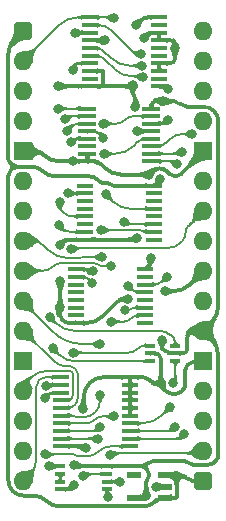
<source format=gtl>
%TF.GenerationSoftware,KiCad,Pcbnew,9.0.7*%
%TF.CreationDate,2026-01-30T07:56:14+02:00*%
%TF.ProjectId,HCP65 MPU Timer,48435036-3520-44d5-9055-2054696d6572,V1*%
%TF.SameCoordinates,Original*%
%TF.FileFunction,Copper,L1,Top*%
%TF.FilePolarity,Positive*%
%FSLAX46Y46*%
G04 Gerber Fmt 4.6, Leading zero omitted, Abs format (unit mm)*
G04 Created by KiCad (PCBNEW 9.0.7) date 2026-01-30 07:56:14*
%MOMM*%
%LPD*%
G01*
G04 APERTURE LIST*
G04 Aperture macros list*
%AMRoundRect*
0 Rectangle with rounded corners*
0 $1 Rounding radius*
0 $2 $3 $4 $5 $6 $7 $8 $9 X,Y pos of 4 corners*
0 Add a 4 corners polygon primitive as box body*
4,1,4,$2,$3,$4,$5,$6,$7,$8,$9,$2,$3,0*
0 Add four circle primitives for the rounded corners*
1,1,$1+$1,$2,$3*
1,1,$1+$1,$4,$5*
1,1,$1+$1,$6,$7*
1,1,$1+$1,$8,$9*
0 Add four rect primitives between the rounded corners*
20,1,$1+$1,$2,$3,$4,$5,0*
20,1,$1+$1,$4,$5,$6,$7,0*
20,1,$1+$1,$6,$7,$8,$9,0*
20,1,$1+$1,$8,$9,$2,$3,0*%
G04 Aperture macros list end*
%TA.AperFunction,SMDPad,CuDef*%
%ADD10R,0.875000X0.450000*%
%TD*%
%TA.AperFunction,SMDPad,CuDef*%
%ADD11R,1.450000X0.450000*%
%TD*%
%TA.AperFunction,SMDPad,CuDef*%
%ADD12R,0.950000X0.450000*%
%TD*%
%TA.AperFunction,SMDPad,CuDef*%
%ADD13R,1.525000X0.430000*%
%TD*%
%TA.AperFunction,SMDPad,CuDef*%
%ADD14R,1.150000X0.600000*%
%TD*%
%TA.AperFunction,SMDPad,CuDef*%
%ADD15R,1.475000X0.450000*%
%TD*%
%TA.AperFunction,ComponentPad*%
%ADD16RoundRect,0.400000X-0.400000X-0.400000X0.400000X-0.400000X0.400000X0.400000X-0.400000X0.400000X0*%
%TD*%
%TA.AperFunction,ComponentPad*%
%ADD17O,1.600000X1.600000*%
%TD*%
%TA.AperFunction,ComponentPad*%
%ADD18R,1.600000X1.600000*%
%TD*%
%TA.AperFunction,ViaPad*%
%ADD19C,0.800000*%
%TD*%
%TA.AperFunction,Conductor*%
%ADD20C,0.200000*%
%TD*%
%TA.AperFunction,Conductor*%
%ADD21C,0.380000*%
%TD*%
G04 APERTURE END LIST*
D10*
%TO.P,IC11,1,A*%
%TO.N,CLK*%
X10749000Y-26655000D03*
%TO.P,IC11,2,GND*%
%TO.N,GND*%
X10749000Y-27305000D03*
%TO.P,IC11,3,B*%
%TO.N,~{NMI Rate Select}*%
X10749000Y-27955000D03*
%TO.P,IC11,4,Y*%
%TO.N,/~{Write NMI Rate Select}\u00B7CLK*%
X12873000Y-27955000D03*
%TO.P,IC11,5,3V*%
%TO.N,3.3V*%
X12873000Y-27305000D03*
%TO.P,IC11,6,C*%
%TO.N,~{WD}*%
X12873000Y-26655000D03*
%TD*%
D11*
%TO.P,IC6,1,Q11*%
%TO.N,/Q12*%
X4441000Y-20204000D03*
%TO.P,IC6,2,Q5*%
%TO.N,/Q6*%
X4441000Y-20854000D03*
%TO.P,IC6,3,Q4*%
%TO.N,unconnected-(IC6-Q4-Pad3)*%
X4441000Y-21504000D03*
%TO.P,IC6,4,Q6*%
%TO.N,unconnected-(IC6-Q6-Pad4)*%
X4441000Y-22154000D03*
%TO.P,IC6,5,Q3*%
%TO.N,unconnected-(IC6-Q3-Pad5)*%
X4441000Y-22804000D03*
%TO.P,IC6,6,Q2*%
%TO.N,unconnected-(IC6-Q2-Pad6)*%
X4441000Y-23454000D03*
%TO.P,IC6,7,Q1*%
%TO.N,unconnected-(IC6-Q1-Pad7)*%
X4441000Y-24104000D03*
%TO.P,IC6,8,GND*%
%TO.N,GND*%
X4441000Y-24754000D03*
%TO.P,IC6,9,Q0*%
%TO.N,unconnected-(IC6-Q0-Pad9)*%
X10291000Y-24754000D03*
%TO.P,IC6,10,~{CP}*%
%TO.N,/Q0*%
X10291000Y-24104000D03*
%TO.P,IC6,11,MR*%
%TO.N,~{Reset}*%
X10291000Y-23454000D03*
%TO.P,IC6,12,Q8*%
%TO.N,unconnected-(IC6-Q8-Pad12)*%
X10291000Y-22804000D03*
%TO.P,IC6,13,Q7*%
%TO.N,/Q8*%
X10291000Y-22154000D03*
%TO.P,IC6,14,Q9*%
%TO.N,/Q10*%
X10291000Y-21504000D03*
%TO.P,IC6,15,Q10*%
%TO.N,unconnected-(IC6-Q10-Pad15)*%
X10291000Y-20854000D03*
%TO.P,IC6,16,5V*%
%TO.N,5V*%
X10291000Y-20204000D03*
%TD*%
D12*
%TO.P,IC1,1,CP*%
%TO.N,CLK*%
X3105000Y-36871000D03*
%TO.P,IC1,2,D*%
%TO.N,/~{Q}*%
X3105000Y-37521000D03*
%TO.P,IC1,3,~{Q}*%
X3105000Y-38171000D03*
%TO.P,IC1,4,GND*%
%TO.N,GND*%
X3105000Y-38821000D03*
%TO.P,IC1,5,Q*%
%TO.N,/Q0*%
X7055000Y-38821000D03*
%TO.P,IC1,6,~{RD}*%
%TO.N,~{Reset}*%
X7055000Y-38171000D03*
%TO.P,IC1,7,~{SD}*%
%TO.N,~{Hold}*%
X7055000Y-37521000D03*
%TO.P,IC1,8,3V*%
%TO.N,3.3V*%
X7055000Y-36871000D03*
%TD*%
D13*
%TO.P,IC7,1,I3*%
%TO.N,/Q14*%
X5416000Y-6598500D03*
%TO.P,IC7,2,I2*%
%TO.N,/Q16*%
X5416000Y-7232500D03*
%TO.P,IC7,3,I1*%
%TO.N,/Q18*%
X5416000Y-7868500D03*
%TO.P,IC7,4,I0*%
%TO.N,/Q20*%
X5416000Y-8502500D03*
%TO.P,IC7,5,Y*%
%TO.N,~{Set Timer}*%
X5416000Y-9138500D03*
%TO.P,IC7,6,NC*%
%TO.N,unconnected-(IC7-NC-Pad6)*%
X5416000Y-9772500D03*
%TO.P,IC7,7,~{OE}*%
%TO.N,GND*%
X5416000Y-10408500D03*
%TO.P,IC7,8,GND*%
X5416000Y-11042500D03*
%TO.P,IC7,9,S2*%
%TO.N,/NMI_{Speed}2*%
X10840000Y-11042500D03*
%TO.P,IC7,10,S1*%
%TO.N,/NMI_{Speed}1*%
X10840000Y-10408500D03*
%TO.P,IC7,11,S0*%
%TO.N,/NMI_{Speed}0*%
X10840000Y-9772500D03*
%TO.P,IC7,12,I7*%
%TO.N,/Q6*%
X10840000Y-9138500D03*
%TO.P,IC7,13,I6*%
%TO.N,/Q8*%
X10840000Y-8502500D03*
%TO.P,IC7,14,I5*%
%TO.N,/Q10*%
X10840000Y-7868500D03*
%TO.P,IC7,15,I4*%
%TO.N,/Q12*%
X10840000Y-7232500D03*
%TO.P,IC7,16,3V*%
%TO.N,3.3V*%
X10840000Y-6598500D03*
%TD*%
D11*
%TO.P,IC14,1,Q11*%
%TO.N,unconnected-(IC14-Q11-Pad1)*%
X5203000Y-13130263D03*
%TO.P,IC14,2,Q5*%
%TO.N,/Q18*%
X5203000Y-13780263D03*
%TO.P,IC14,3,Q4*%
%TO.N,unconnected-(IC14-Q4-Pad3)*%
X5203000Y-14430263D03*
%TO.P,IC14,4,Q6*%
%TO.N,unconnected-(IC14-Q6-Pad4)*%
X5203000Y-15080263D03*
%TO.P,IC14,5,Q3*%
%TO.N,/Q16*%
X5203000Y-15730263D03*
%TO.P,IC14,6,Q2*%
%TO.N,unconnected-(IC14-Q2-Pad6)*%
X5203000Y-16380263D03*
%TO.P,IC14,7,Q1*%
%TO.N,/Q14*%
X5203000Y-17030263D03*
%TO.P,IC14,8,GND*%
%TO.N,GND*%
X5203000Y-17680263D03*
%TO.P,IC14,9,Q0*%
%TO.N,unconnected-(IC14-Q0-Pad9)*%
X11053000Y-17680263D03*
%TO.P,IC14,10,~{CP}*%
%TO.N,/Q12*%
X11053000Y-17030263D03*
%TO.P,IC14,11,MR*%
%TO.N,~{Reset}*%
X11053000Y-16380263D03*
%TO.P,IC14,12,Q8*%
%TO.N,unconnected-(IC14-Q8-Pad12)*%
X11053000Y-15730263D03*
%TO.P,IC14,13,Q7*%
%TO.N,/Q20*%
X11053000Y-15080263D03*
%TO.P,IC14,14,Q9*%
%TO.N,unconnected-(IC14-Q9-Pad14)*%
X11053000Y-14430263D03*
%TO.P,IC14,15,Q10*%
%TO.N,unconnected-(IC14-Q10-Pad15)*%
X11053000Y-13780263D03*
%TO.P,IC14,16,5V*%
%TO.N,5V*%
X11053000Y-13130263D03*
%TD*%
D14*
%TO.P,IC5,1,6VIn*%
%TO.N,5V*%
X11968000Y-39558000D03*
%TO.P,IC5,2,GND*%
%TO.N,GND*%
X11968000Y-38608000D03*
%TO.P,IC5,3,EN*%
%TO.N,5V*%
X11968000Y-37658000D03*
%TO.P,IC5,4,ADJ*%
%TO.N,unconnected-(IC5-ADJ-Pad4)*%
X9368000Y-37658000D03*
%TO.P,IC5,5,3.3VOut*%
%TO.N,3.3V*%
X9368000Y-39558000D03*
%TD*%
D15*
%TO.P,IC2,1,~{MR}*%
%TO.N,~{Reset}*%
X5606115Y1139131D03*
%TO.P,IC2,2,Q0*%
%TO.N,/NMI_{Speed}0*%
X5606115Y489131D03*
%TO.P,IC2,3,D0*%
%TO.N,D0*%
X5606115Y-160869D03*
%TO.P,IC2,4,D1*%
%TO.N,D1*%
X5606115Y-810869D03*
%TO.P,IC2,5,Q1*%
%TO.N,/NMI_{Speed}1*%
X5606115Y-1460869D03*
%TO.P,IC2,6,Q2*%
%TO.N,/NMI_{Speed}2*%
X5606115Y-2110869D03*
%TO.P,IC2,7,D2*%
%TO.N,D2*%
X5606115Y-2760869D03*
%TO.P,IC2,8,D3*%
%TO.N,GND*%
X5606115Y-3410869D03*
%TO.P,IC2,9,Q3*%
%TO.N,unconnected-(IC2-Q3-Pad9)*%
X5606115Y-4060869D03*
%TO.P,IC2,10,GND*%
%TO.N,GND*%
X5606115Y-4710869D03*
%TO.P,IC2,11,CP*%
%TO.N,/~{Write NMI Rate Select}\u00B7CLK*%
X11482115Y-4710869D03*
%TO.P,IC2,12,Q4*%
%TO.N,unconnected-(IC2-Q4-Pad12)*%
X11482115Y-4060869D03*
%TO.P,IC2,13,D4*%
%TO.N,GND*%
X11482115Y-3410869D03*
%TO.P,IC2,14,D5*%
X11482115Y-2760869D03*
%TO.P,IC2,15,Q5*%
%TO.N,unconnected-(IC2-Q5-Pad15)*%
X11482115Y-2110869D03*
%TO.P,IC2,16,Q6*%
%TO.N,unconnected-(IC2-Q6-Pad16)*%
X11482115Y-1460869D03*
%TO.P,IC2,17,D6*%
%TO.N,GND*%
X11482115Y-810869D03*
%TO.P,IC2,18,D7*%
X11482115Y-160869D03*
%TO.P,IC2,19,Q7*%
%TO.N,unconnected-(IC2-Q7-Pad19)*%
X11482115Y489131D03*
%TO.P,IC2,20,3V*%
%TO.N,3.3V*%
X11482115Y1139131D03*
%TD*%
%TO.P,IC9,1,~{OE1}*%
%TO.N,~{NMI Rate Select}*%
X9034000Y-35183000D03*
%TO.P,IC9,2,A0*%
%TO.N,/NMI_{Speed}0*%
X9034000Y-34533000D03*
%TO.P,IC9,3,A1*%
%TO.N,/NMI_{Speed}1*%
X9034000Y-33883000D03*
%TO.P,IC9,4,A2*%
%TO.N,/NMI_{Speed}2*%
X9034000Y-33233000D03*
%TO.P,IC9,5,A3*%
%TO.N,GND*%
X9034000Y-32583000D03*
%TO.P,IC9,6,A4*%
X9034000Y-31933000D03*
%TO.P,IC9,7,A5*%
X9034000Y-31283000D03*
%TO.P,IC9,8,A6*%
X9034000Y-30633000D03*
%TO.P,IC9,9,A7*%
X9034000Y-29983000D03*
%TO.P,IC9,10,GND*%
X9034000Y-29333000D03*
%TO.P,IC9,11,Y7*%
%TO.N,D7*%
X3158000Y-29333000D03*
%TO.P,IC9,12,Y6*%
%TO.N,D6*%
X3158000Y-29983000D03*
%TO.P,IC9,13,Y5*%
%TO.N,D5*%
X3158000Y-30633000D03*
%TO.P,IC9,14,Y4*%
%TO.N,D4*%
X3158000Y-31283000D03*
%TO.P,IC9,15,Y3*%
%TO.N,D3*%
X3158000Y-31933000D03*
%TO.P,IC9,16,Y2*%
%TO.N,D2*%
X3158000Y-32583000D03*
%TO.P,IC9,17,Y1*%
%TO.N,D1*%
X3158000Y-33233000D03*
%TO.P,IC9,18,Y0*%
%TO.N,D0*%
X3158000Y-33883000D03*
%TO.P,IC9,19,~{OE2}*%
%TO.N,~{RD}*%
X3158000Y-34533000D03*
%TO.P,IC9,20,3V*%
%TO.N,3.3V*%
X3158000Y-35183000D03*
%TD*%
D16*
%TO.P,J2,1*%
%TO.N,5V*%
X0Y0D03*
D17*
%TO.P,J2,2*%
%TO.N,~{Reset}*%
X0Y-2540000D03*
%TO.P,J2,3*%
%TO.N,~{RD}*%
X0Y-5080000D03*
%TO.P,J2,4*%
%TO.N,~{WD}*%
X0Y-7620000D03*
D18*
%TO.P,J2,5*%
%TO.N,GND*%
X0Y-10160000D03*
D17*
%TO.P,J2,6*%
%TO.N,CLK*%
X0Y-12700000D03*
%TO.P,J2,7*%
%TO.N,~{NMI Rate Select}*%
X0Y-15240000D03*
%TO.P,J2,8*%
%TO.N,D0*%
X0Y-17780000D03*
%TO.P,J2,9*%
%TO.N,D1*%
X0Y-20320000D03*
%TO.P,J2,10*%
%TO.N,D2*%
X0Y-22860000D03*
%TO.P,J2,11*%
%TO.N,D3*%
X0Y-25400000D03*
D18*
%TO.P,J2,12*%
%TO.N,GND*%
X0Y-27940000D03*
D17*
%TO.P,J2,13*%
%TO.N,D4*%
X0Y-30480000D03*
%TO.P,J2,14*%
%TO.N,D5*%
X0Y-33020000D03*
%TO.P,J2,15*%
%TO.N,D6*%
X0Y-35560000D03*
%TO.P,J2,16*%
%TO.N,D7*%
X0Y-38100000D03*
D16*
%TO.P,J2,17*%
%TO.N,5V*%
X15240000Y-38100000D03*
D17*
%TO.P,J2,18*%
%TO.N,~{Hold}*%
X15240000Y-35560000D03*
%TO.P,J2,19*%
%TO.N,unconnected-(J2-Pad19)*%
X15240000Y-33020000D03*
%TO.P,J2,20*%
%TO.N,unconnected-(J2-Pad20)*%
X15240000Y-30480000D03*
D18*
%TO.P,J2,21*%
%TO.N,GND*%
X15240000Y-27940000D03*
D17*
%TO.P,J2,22*%
%TO.N,3.3V*%
X15240000Y-25400000D03*
%TO.P,J2,23*%
%TO.N,unconnected-(J2-Pad23)*%
X15240000Y-22860000D03*
%TO.P,J2,24*%
%TO.N,GND*%
X15240000Y-20320000D03*
%TO.P,J2,25*%
%TO.N,unconnected-(J2-Pad25)*%
X15240000Y-17780000D03*
%TO.P,J2,26*%
%TO.N,~{Set Timer}*%
X15240000Y-15240000D03*
%TO.P,J2,27*%
%TO.N,unconnected-(J2-Pad27)*%
X15240000Y-12700000D03*
D18*
%TO.P,J2,28*%
%TO.N,GND*%
X15240000Y-10160000D03*
D17*
%TO.P,J2,29*%
%TO.N,unconnected-(J2-Pad29)*%
X15240000Y-7620000D03*
%TO.P,J2,30*%
%TO.N,unconnected-(J2-Pad30)*%
X15240000Y-5080000D03*
%TO.P,J2,31*%
%TO.N,unconnected-(J2-Pad31)*%
X15240000Y-2540000D03*
%TO.P,J2,32*%
%TO.N,unconnected-(J2-Pad32)*%
X15240000Y0D03*
%TD*%
D19*
%TO.N,GND*%
X4318000Y-38481000D03*
X8861795Y-22712237D03*
X4205000Y-11006747D03*
X3059674Y-23424336D03*
X12819617Y-1481869D03*
X9626986Y-17588000D03*
X11238176Y-38608000D03*
X11640009Y-29849563D03*
X5016266Y-32002185D03*
X2921000Y-4699000D03*
X9477498Y-6432500D03*
X11946490Y-22048000D03*
X10195115Y-642869D03*
X9297549Y-4624320D03*
X3059279Y-18145384D03*
X3116010Y-21209002D03*
X10637852Y-12179080D03*
%TO.N,5V*%
X12962980Y-37693594D03*
X11557000Y-12573000D03*
X10799000Y-19215263D03*
%TO.N,3.3V*%
X11750216Y-26224510D03*
X4318000Y-36734734D03*
X5318257Y-35329651D03*
X10398176Y-39431450D03*
X9525000Y482600D03*
X11810994Y-5969000D03*
%TO.N,/~{Write NMI Rate Select}\u00B7CLK*%
X12227115Y-4960869D03*
X12639995Y-29845000D03*
%TO.N,/Q6*%
X5815120Y-21387428D03*
X6813713Y-10414000D03*
%TO.N,~{Reset}*%
X8509000Y-16188000D03*
X8625825Y-23684000D03*
X7670802Y1066800D03*
X8212761Y-38189987D03*
%TO.N,CLK*%
X2178921Y-36875321D03*
X4176266Y-27258000D03*
%TO.N,D0*%
X6674157Y-19147000D03*
X4396297Y-215845D03*
X6484071Y-33547077D03*
%TO.N,D1*%
X6878021Y-810873D03*
X7412897Y-19893170D03*
X7696914Y-32639000D03*
%TO.N,D2*%
X6466037Y-26525697D03*
X4226115Y-3309869D03*
X6466266Y-30861000D03*
%TO.N,~{Set Timer}*%
X4015463Y-9429092D03*
X4044753Y-18507801D03*
%TO.N,~{NMI Rate Select}*%
X2468045Y-26868955D03*
X1816441Y-35874188D03*
%TO.N,~{RD}*%
X6292621Y-34579478D03*
%TO.N,D5*%
X1800000Y-31114998D03*
%TO.N,D6*%
X1887880Y-30090070D03*
%TO.N,/NMI_{Speed}0*%
X9991730Y-1963484D03*
X13594185Y-34169224D03*
X14245427Y-8739297D03*
%TO.N,/NMI_{Speed}1*%
X12827000Y-33528000D03*
X13440000Y-10272406D03*
X10056061Y-2961415D03*
%TO.N,/NMI_{Speed}2*%
X12428930Y-31859930D03*
X13017500Y-11302990D03*
X10123085Y-3959169D03*
%TO.N,/Q8*%
X8877694Y-21579108D03*
X9647000Y-8500903D03*
%TO.N,/Q18*%
X3725313Y-8472108D03*
X3805000Y-13714807D03*
%TO.N,/Q0*%
X7379025Y-24624978D03*
X7188385Y-39458000D03*
%TO.N,/Q12*%
X6592000Y-16840263D03*
X6778502Y-7874000D03*
X5848424Y-20387981D03*
%TO.N,/Q10*%
X12141200Y-20828000D03*
X12239998Y-7555462D03*
%TO.N,/Q16*%
X3493266Y-7499401D03*
X3068424Y-14478000D03*
%TO.N,/Q14*%
X3009575Y-16459204D03*
X2921000Y-6604000D03*
%TO.N,/Q20*%
X6778502Y-9070754D03*
X6985000Y-13842996D03*
%TO.N,~{WD}*%
X2219674Y-24214770D03*
%TO.N,~{Hold}*%
X5046555Y-37675430D03*
X7350929Y-35892781D03*
%TD*%
D20*
%TO.N,~{Hold}*%
X7548579Y-35777000D02*
G75*
G03*
X7408840Y-35834911I21J-197600D01*
G01*
X5310183Y-37521000D02*
G75*
G03*
X5123784Y-37598229I17J-263600D01*
G01*
%TO.N,~{WD}*%
X12714961Y-26049961D02*
G75*
G02*
X12872993Y-26431500I-381561J-381539D01*
G01*
X12469000Y-25804000D02*
G75*
G03*
X11493657Y-25400018I-975300J-975300D01*
G01*
X2812289Y-24807385D02*
G75*
G03*
X4242988Y-25400013I1430711J1430685D01*
G01*
%TO.N,/Q20*%
X6491057Y-8783309D02*
G75*
G03*
X5813124Y-8502471I-677957J-677891D01*
G01*
X7603633Y-14461629D02*
G75*
G03*
X9097146Y-15080266I1493517J1493509D01*
G01*
%TO.N,/Q14*%
X2930389Y-6598500D02*
G75*
G03*
X2923753Y-6601253I11J-9400D01*
G01*
X3295104Y-16744733D02*
G75*
G03*
X3984433Y-17030259I689326J689333D01*
G01*
%TO.N,/Q16*%
X3068424Y-14767612D02*
G75*
G03*
X3273218Y-15262002I699176J12D01*
G01*
X3404943Y-15393743D02*
G75*
G03*
X4217373Y-15730260I812427J812433D01*
G01*
X3948894Y-7232500D02*
G75*
G03*
X3626725Y-7365959I6J-455600D01*
G01*
%TO.N,/Q10*%
X11803200Y-21166000D02*
G75*
G02*
X10987195Y-21503998I-816000J816000D01*
G01*
X12083479Y-7711981D02*
G75*
G02*
X11705608Y-7868503I-377879J377881D01*
G01*
%TO.N,/Q12*%
X8575750Y-7553250D02*
G75*
G02*
X7801390Y-7873996I-774350J774350D01*
G01*
X9963067Y-16934131D02*
G75*
G03*
X10074437Y-16980247I111333J111331D01*
G01*
X5756433Y-20295990D02*
G75*
G03*
X5534348Y-20203973I-222133J-222110D01*
G01*
X6615868Y-16864131D02*
G75*
G03*
X6673492Y-16888003I57632J57631D01*
G01*
X9350109Y-7232500D02*
G75*
G03*
X8575747Y-7553247I-9J-1095100D01*
G01*
X9963067Y-16934131D02*
G75*
G03*
X9851696Y-16888002I-111367J-111369D01*
G01*
%TO.N,/Q0*%
X9105511Y-24364489D02*
G75*
G02*
X8476634Y-24624999I-628911J628889D01*
G01*
X7055000Y-39230297D02*
G75*
G03*
X7121691Y-39391308I227700J-3D01*
G01*
X9734387Y-24104000D02*
G75*
G03*
X9105510Y-24364488I13J-889400D01*
G01*
%TO.N,/Q18*%
X3837728Y-13747535D02*
G75*
G03*
X3916740Y-13780228I78972J79035D01*
G01*
X4755736Y-7868500D02*
G75*
G03*
X4027115Y-8170302I-6J-1030420D01*
G01*
%TO.N,/Q8*%
X9165140Y-21866554D02*
G75*
G03*
X9859096Y-22154003I693960J693954D01*
G01*
X9647798Y-8501701D02*
G75*
G03*
X9649726Y-8502489I1902J1901D01*
G01*
%TO.N,/NMI_{Speed}2*%
X7734027Y-3261781D02*
G75*
G03*
X9177958Y-3859875I1443933J1443941D01*
G01*
X6928536Y-2456290D02*
G75*
G03*
X6094615Y-2110855I-833936J-833910D01*
G01*
X11742395Y-32546465D02*
G75*
G02*
X10084952Y-33232998I-1657445J1657455D01*
G01*
X12887255Y-11172745D02*
G75*
G03*
X12572815Y-11042493I-314455J-314455D01*
G01*
X10073439Y-3909523D02*
G75*
G03*
X9953582Y-3859895I-119839J-119877D01*
G01*
%TO.N,/NMI_{Speed}1*%
X6861323Y-1788734D02*
G75*
G03*
X6069786Y-1460887I-791523J-791566D01*
G01*
X13371953Y-10340453D02*
G75*
G02*
X13207673Y-10408489I-164253J164253D01*
G01*
X12649500Y-33705500D02*
G75*
G02*
X12220977Y-33882991I-428500J428500D01*
G01*
X7319098Y-2246509D02*
G75*
G03*
X9045032Y-2961418I1725942J1725939D01*
G01*
%TO.N,/NMI_{Speed}0*%
X13540565Y-8739297D02*
G75*
G03*
X12337304Y-9237724I35J-1701703D01*
G01*
X9267245Y-1774245D02*
G75*
G03*
X9724107Y-1963483I456855J456845D01*
G01*
X13412297Y-34351112D02*
G75*
G02*
X12973180Y-34532988I-439097J439112D01*
G01*
X12142795Y-9432204D02*
G75*
G02*
X11321250Y-9772517I-821595J821604D01*
G01*
X7498049Y-5049D02*
G75*
G03*
X6304992Y489127I-1193049J-1193051D01*
G01*
%TO.N,D6*%
X2070659Y-29983000D02*
G75*
G03*
X1941431Y-30036551I41J-182800D01*
G01*
%TO.N,D5*%
X1871605Y-31096294D02*
G75*
G02*
X1826451Y-31115022I-45205J45194D01*
G01*
X2675724Y-30633000D02*
G75*
G03*
X2093894Y-30873992I-24J-822800D01*
G01*
%TO.N,~{RD}*%
X6269382Y-34556239D02*
G75*
G03*
X6213278Y-34533003I-56082J-56061D01*
G01*
%TO.N,D3*%
X4404343Y-28599157D02*
G75*
G02*
X4595520Y-29060650I-461543J-461543D01*
G01*
X4595500Y-31079446D02*
G75*
G02*
X4345503Y-31683003I-853560J-4D01*
G01*
X4404343Y-28599157D02*
G75*
G03*
X3942849Y-28408000I-461493J-461493D01*
G01*
X4345500Y-31683000D02*
G75*
G02*
X3741946Y-31932996I-603550J603560D01*
G01*
X2581902Y-27981902D02*
G75*
G03*
X3610593Y-28408001I1028698J1028702D01*
G01*
%TO.N,D7*%
X1874002Y-29333000D02*
G75*
G03*
X1326699Y-29559699I-2J-774000D01*
G01*
X1100000Y-36222182D02*
G75*
G02*
X550000Y-37550000I-1877826J3D01*
G01*
X1326700Y-29559700D02*
G75*
G03*
X1100001Y-30107002I547300J-547300D01*
G01*
%TO.N,~{NMI Rate Select}*%
X6402733Y-35608867D02*
G75*
G02*
X5374599Y-36034724I-1028133J1028167D01*
G01*
X4440927Y-35954461D02*
G75*
G03*
X4634723Y-36034728I193773J193761D01*
G01*
X3037567Y-27438477D02*
G75*
G03*
X4412516Y-28008000I1374953J1374957D01*
G01*
X7430866Y-35183000D02*
G75*
G03*
X6402732Y-35608866I-6J-1453990D01*
G01*
X4440927Y-35954461D02*
G75*
G03*
X4247130Y-35874179I-193827J-193839D01*
G01*
%TO.N,D4*%
X4121500Y-28882000D02*
G75*
G02*
X4195479Y-29060651I-178600J-178600D01*
G01*
X4121500Y-28882000D02*
G75*
G03*
X3942848Y-28808021I-178600J-178600D01*
G01*
X1987072Y-28808000D02*
G75*
G03*
X582001Y-29390001I-2J-1987060D01*
G01*
X4068472Y-31155972D02*
G75*
G02*
X3761800Y-31283000I-306672J306672D01*
G01*
X4195500Y-30849300D02*
G75*
G02*
X4068472Y-31155972I-433700J0D01*
G01*
%TO.N,~{Set Timer}*%
X4233902Y-18397000D02*
G75*
G03*
X4100163Y-18452410I-2J-189100D01*
G01*
X13716000Y-17145000D02*
G75*
G02*
X13446589Y-17795404I-919800J0D01*
G01*
X13280500Y-17961500D02*
G75*
G02*
X12229109Y-18397004I-1051400J1051400D01*
G01*
X4511534Y-9138500D02*
G75*
G03*
X4160736Y-9283773I-34J-496100D01*
G01*
X13985407Y-16494592D02*
G75*
G03*
X13715995Y-17145000I650393J-650408D01*
G01*
%TO.N,D2*%
X6466266Y-31399767D02*
G75*
G02*
X6085298Y-32319498I-1300706J7D01*
G01*
X4308669Y-2993814D02*
G75*
G03*
X4226135Y-3193119I199331J-199286D01*
G01*
X4309207Y-32642592D02*
G75*
G03*
X4453076Y-32702195I143893J143892D01*
G01*
X2503726Y-25490726D02*
G75*
G03*
X5002367Y-26525698I2498644J2498646D01*
G01*
X6084440Y-32320359D02*
G75*
G02*
X5162632Y-32702185I-921810J921809D01*
G01*
X4309207Y-32642592D02*
G75*
G03*
X4165338Y-32582984I-143907J-143908D01*
G01*
X4764707Y-2760869D02*
G75*
G03*
X4383874Y-2918628I-7J-538531D01*
G01*
%TO.N,D1*%
X3259671Y-19661441D02*
G75*
G03*
X2464722Y-19990722I-1J-1124219D01*
G01*
X6245716Y-19779220D02*
G75*
G03*
X6530061Y-19897034I284384J284320D01*
G01*
X6034485Y-32936000D02*
G75*
G02*
X5317463Y-33233000I-717025J717030D01*
G01*
X6751507Y-32639000D02*
G75*
G03*
X6034486Y-32936001I-7J-1014000D01*
G01*
X6986733Y-19895085D02*
G75*
G02*
X6982109Y-19897018I-4633J4585D01*
G01*
X6991356Y-19893170D02*
G75*
G03*
X6986757Y-19895108I44J-6530D01*
G01*
X6245716Y-19779220D02*
G75*
G03*
X5961371Y-19661471I-284316J-284380D01*
G01*
X2464720Y-19990720D02*
G75*
G02*
X1669769Y-20320003I-794960J794960D01*
G01*
%TO.N,D0*%
X5015149Y-19147000D02*
G75*
G03*
X4881386Y-19202386I-49J-189100D01*
G01*
X4881400Y-19202400D02*
G75*
G02*
X4747651Y-19257822I-133800J133800D01*
G01*
X6316109Y-33715038D02*
G75*
G02*
X5910614Y-33882997I-405509J405538D01*
G01*
X1781545Y-18245346D02*
G75*
G03*
X658099Y-17780000I-1123445J-1123444D01*
G01*
X4490146Y-160869D02*
G75*
G03*
X4423765Y-188337I-46J-93831D01*
G01*
X2075579Y-18539380D02*
G75*
G03*
X3810000Y-19257801I1734421J1734420D01*
G01*
%TO.N,CLK*%
X9619499Y-26956499D02*
G75*
G02*
X8891614Y-27258005I-727899J727899D01*
G01*
X2186297Y-36871000D02*
G75*
G03*
X2181078Y-36873157I3J-7400D01*
G01*
X10335000Y-26655000D02*
G75*
G03*
X9628254Y-26947739I0J-999500D01*
G01*
%TO.N,~{Reset}*%
X8605131Y-16284131D02*
G75*
G03*
X8837213Y-16380239I232069J232131D01*
G01*
X8203267Y-38180493D02*
G75*
G03*
X8180348Y-38170962I-22967J-22907D01*
G01*
X9079800Y-23569000D02*
G75*
G02*
X8802165Y-23683986I-277600J277600D01*
G01*
X4642623Y1139131D02*
G75*
G03*
X2997841Y457837I7J-2326081D01*
G01*
X9357434Y-23454000D02*
G75*
G03*
X9079790Y-23568990I-34J-392600D01*
G01*
X7634636Y1102965D02*
G75*
G03*
X7547325Y1139132I-87336J-87365D01*
G01*
%TO.N,/Q6*%
X9324549Y-9776249D02*
G75*
G02*
X7784885Y-10413992I-1539649J1539649D01*
G01*
X10401150Y-9138500D02*
G75*
G03*
X9651957Y-9448784I-50J-1059500D01*
G01*
X5785312Y-21273312D02*
G75*
G02*
X5815153Y-21345274I-71912J-71988D01*
G01*
X5614655Y-21102655D02*
G75*
G03*
X5579227Y-21087966I-35455J-35445D01*
G01*
X5441483Y-20970990D02*
G75*
G03*
X5159043Y-20853960I-282483J-282410D01*
G01*
X5543799Y-21073306D02*
G75*
G03*
X5579227Y-21087968I35401J35406D01*
G01*
%TO.N,/~{Write NMI Rate Select}\u00B7CLK*%
X12873000Y-29447235D02*
G75*
G02*
X12756487Y-29728487I-397800J35D01*
G01*
D21*
%TO.N,3.3V*%
X16510000Y-23231974D02*
G75*
G02*
X15874999Y-24764999I-2168030J4D01*
G01*
X11958408Y-27096808D02*
G75*
G03*
X12461027Y-27304984I502592J502608D01*
G01*
X13843000Y-27005402D02*
G75*
G02*
X13755249Y-27217249I-299600J2D01*
G01*
X14033500Y-25590500D02*
G75*
G03*
X13843003Y-26050407I459900J-459900D01*
G01*
X4386133Y-36802867D02*
G75*
G03*
X4550620Y-36870991I164467J164467D01*
G01*
X10426600Y-37061600D02*
G75*
G02*
X10617221Y-37521749I-460200J-460200D01*
G01*
X16510000Y-35845916D02*
G75*
G02*
X16245195Y-36485195I-904100J16D01*
G01*
X14493407Y-25400000D02*
G75*
G03*
X14033498Y-25590498I-7J-650400D01*
G01*
X16139499Y-6800500D02*
G75*
G02*
X16510013Y-7694967I-894499J-894500D01*
G01*
X16139499Y-6800500D02*
G75*
G03*
X15245032Y-6429987I-894499J-894500D01*
G01*
X10507688Y-37955420D02*
G75*
G03*
X10398188Y-38219805I264412J-264380D01*
G01*
X13311500Y-6199500D02*
G75*
G03*
X13867976Y-6430010I556500J556500D01*
G01*
X14024699Y-36601499D02*
G75*
G03*
X14383211Y-36749996I358501J358499D01*
G01*
X11196785Y-5969000D02*
G75*
G03*
X10944504Y-6073504I15J-356800D01*
G01*
X14732000Y-25400000D02*
G75*
G03*
X15599206Y-25040785I0J1226400D01*
G01*
X15599210Y-25759210D02*
G75*
G03*
X14732000Y-25399994I-867210J-867190D01*
G01*
X15599210Y-25040789D02*
G75*
G03*
X15599209Y-25759211I359190J-359211D01*
G01*
X10949572Y-36452999D02*
G75*
G03*
X10445008Y-36662007I28J-713601D01*
G01*
X13755250Y-27217250D02*
G75*
G02*
X13543402Y-27305001I-211850J211850D01*
G01*
X14024699Y-36601499D02*
G75*
G03*
X13666187Y-36453004I-358499J-358501D01*
G01*
X10944500Y-6073500D02*
G75*
G03*
X10839994Y-6325785I252300J-252300D01*
G01*
X16245200Y-36485200D02*
G75*
G02*
X15605916Y-36750007I-639300J639300D01*
G01*
X10645768Y1139131D02*
G75*
G03*
X9853289Y810841I32J-1120731D01*
G01*
X13311500Y-6199500D02*
G75*
G03*
X12755023Y-5968990I-556500J-556500D01*
G01*
X9966450Y-36871000D02*
G75*
G03*
X10426585Y-36680385I-50J650800D01*
G01*
X10426600Y-37061600D02*
G75*
G03*
X9966450Y-36871020I-460100J-460100D01*
G01*
X10426600Y-36680400D02*
G75*
G03*
X10426600Y-37061600I190600J-190600D01*
G01*
X10334901Y-39494725D02*
G75*
G02*
X10182141Y-39558040I-152801J152725D01*
G01*
X10617200Y-37691034D02*
G75*
G02*
X10507671Y-37955403I-373900J34D01*
G01*
X15875000Y-26035000D02*
G75*
G02*
X16509989Y-27568025I-1533000J-1533000D01*
G01*
%TO.N,5V*%
X12962980Y-39489749D02*
G75*
G02*
X12942971Y-39537991I-68280J49D01*
G01*
X6272500Y-12622500D02*
G75*
G03*
X5539786Y-12319006I-732700J-732700D01*
G01*
X7414360Y-13028131D02*
G75*
G03*
X7660927Y-13130254I246540J246531D01*
G01*
X-668999Y-668999D02*
G75*
G03*
X-1338000Y-2284108I1615109J-1615111D01*
G01*
X1674500Y-11914500D02*
G75*
G03*
X2651049Y-12318997I976550J976560D01*
G01*
X1962275Y-39820725D02*
G75*
G03*
X3050421Y-40271449I1088145J1088145D01*
G01*
X10799000Y-19455631D02*
G75*
G02*
X10629018Y-19865951I-580300J31D01*
G01*
X11706600Y-39558000D02*
G75*
G03*
X11260357Y-39742832I0J-631100D01*
G01*
X13817597Y-37896797D02*
G75*
G03*
X14308172Y-38100013I490603J490597D01*
G01*
X12942990Y-39538010D02*
G75*
G02*
X12894729Y-39558007I-48290J48310D01*
G01*
X13817597Y-37896797D02*
G75*
G03*
X13327021Y-37693587I-490597J-490603D01*
G01*
X12945183Y-37675797D02*
G75*
G03*
X12902217Y-37657999I-42983J-43003D01*
G01*
X11088475Y-39914725D02*
G75*
G02*
X10227264Y-40271421I-861175J861225D01*
G01*
X-1338000Y-10606940D02*
G75*
G03*
X-1073500Y-11245500I903069J3D01*
G01*
X-890628Y-38990628D02*
G75*
G03*
X25255Y-39370000I915886J915887D01*
G01*
X11557000Y-12599631D02*
G75*
G02*
X11538154Y-12645080I-64300J31D01*
G01*
X7414360Y-13028131D02*
G75*
G03*
X7167793Y-12926005I-246560J-246569D01*
G01*
X-1039500Y-11740500D02*
G75*
G03*
X-1270000Y-12296976I556474J-556475D01*
G01*
X6315703Y-12665703D02*
G75*
G03*
X6944114Y-12925992I628397J628403D01*
G01*
X1674500Y-11914500D02*
G75*
G03*
X697950Y-11510000I-976550J-976550D01*
G01*
X-1039500Y-11740500D02*
G75*
G03*
X-1039500Y-11279500I-230497J230500D01*
G01*
X-483023Y-11510000D02*
G75*
G03*
X-1039500Y-11740500I-4J-786968D01*
G01*
X-1039500Y-11279500D02*
G75*
G03*
X-483023Y-11510000I556477J556479D01*
G01*
X1962275Y-39820725D02*
G75*
G03*
X874128Y-39370001I-1088145J-1088145D01*
G01*
X-1270000Y-38074744D02*
G75*
G03*
X-890627Y-38990627I1295260J4D01*
G01*
%TO.N,GND*%
X6886390Y-11610790D02*
G75*
G03*
X8258363Y-12179079I1371970J1371970D01*
G01*
X4148000Y-38651000D02*
G75*
G02*
X3737583Y-38820993I-410400J410400D01*
G01*
X6728615Y-4705869D02*
G75*
G03*
X6733601Y-4693797I-12115J12069D01*
G01*
X6740686Y-4700869D02*
G75*
G03*
X6728630Y-4705884I14J-17031D01*
G01*
X6733615Y-4693797D02*
G75*
G03*
X6740686Y-4700885I7085J-3D01*
G01*
X8518163Y-22712237D02*
G75*
G03*
X7931573Y-22955247I37J-829563D01*
G01*
X12366083Y-12137854D02*
G75*
G03*
X12864729Y-12344377I498617J498654D01*
G01*
X14065491Y-21494508D02*
G75*
G02*
X12729245Y-22048042I-1336291J1336208D01*
G01*
X11484204Y-27460804D02*
G75*
G02*
X11640056Y-27836949I-376104J-376196D01*
G01*
X11484204Y-27460804D02*
G75*
G03*
X11108059Y-27305014I-376104J-376096D01*
G01*
X6637040Y-11361440D02*
G75*
G03*
X5867050Y-11042497I-769990J-769980D01*
G01*
X11640009Y-29969400D02*
G75*
G03*
X11724750Y-30173970I289291J0D01*
G01*
X6728615Y-4705869D02*
G75*
G02*
X6716543Y-4710901I-12115J12069D01*
G01*
X1838250Y-10601250D02*
G75*
G03*
X2903521Y-11042496I1065270J1065280D01*
G01*
X12006160Y-30455388D02*
G75*
G03*
X12746386Y-30762021I740240J740188D01*
G01*
X13448000Y-30494000D02*
G75*
G02*
X12800990Y-30761996I-647000J647000D01*
G01*
X9297549Y-5346130D02*
G75*
G03*
X9378783Y-5542216I277351J30D01*
G01*
X12709616Y-920870D02*
G75*
G02*
X12819577Y-1186435I-265616J-265530D01*
G01*
X10668281Y-29591281D02*
G75*
G03*
X10044734Y-29332967I-623581J-623519D01*
G01*
X5085500Y-31883995D02*
G75*
G02*
X5050888Y-31967573I-118200J-5D01*
G01*
X1838250Y-10601250D02*
G75*
G03*
X772978Y-10160001I-1065270J-1065270D01*
G01*
X10674321Y-29597321D02*
G75*
G03*
X11283286Y-29849585I608979J608921D01*
G01*
X5592750Y-29840250D02*
G75*
G03*
X5085504Y-31064859I1224600J-1224600D01*
G01*
X6730899Y-24155869D02*
G75*
G02*
X5286884Y-24753998I-1444019J1444029D01*
G01*
X3059674Y-23967105D02*
G75*
G03*
X3290146Y-24523528I786926J5D01*
G01*
X6728615Y-3415869D02*
G75*
G03*
X6716543Y-3410826I-12115J-12031D01*
G01*
X12709616Y-2650868D02*
G75*
G02*
X12444050Y-2760904I-265616J265568D01*
G01*
X3290150Y-24523524D02*
G75*
G03*
X3846568Y-24754021I556450J556424D01*
G01*
X6817359Y-29333000D02*
G75*
G03*
X5592747Y-29840247I-9J-1731850D01*
G01*
X3853290Y-17680263D02*
G75*
G03*
X3291839Y-17912823I10J-794037D01*
G01*
X9378774Y-5542225D02*
G75*
G02*
X9459991Y-5738319I-196074J-196075D01*
G01*
X11017940Y-160869D02*
G75*
G03*
X10436094Y-401848I-40J-822831D01*
G01*
X9459999Y-6402627D02*
G75*
G03*
X9468756Y-6423742I29901J27D01*
G01*
X9259274Y-4662594D02*
G75*
G02*
X9166871Y-4700851I-92374J92394D01*
G01*
X11522580Y-11656000D02*
G75*
G03*
X10905217Y-11911734I20J-873100D01*
G01*
X13906500Y-28257500D02*
G75*
G03*
X13716003Y-28717407I459900J-459900D01*
G01*
X3116010Y-23328164D02*
G75*
G02*
X3087868Y-23396194I-96210J-36D01*
G01*
X12709616Y-920870D02*
G75*
G03*
X12444050Y-810894I-265516J-265530D01*
G01*
X13716000Y-29846990D02*
G75*
G02*
X13448003Y-30494003I-915000J-10D01*
G01*
X6728615Y-3415869D02*
G75*
G02*
X6733574Y-3427940I-12115J-12031D01*
G01*
X9580854Y-17634131D02*
G75*
G02*
X9469483Y-17680262I-111354J111331D01*
G01*
X2926934Y-4704934D02*
G75*
G03*
X2941261Y-4710894I14366J14334D01*
G01*
X13363374Y-12137854D02*
G75*
G02*
X12864729Y-12344417I-498674J498654D01*
G01*
X12819617Y-2385302D02*
G75*
G02*
X12709625Y-2650877I-375617J2D01*
G01*
X14366407Y-28067000D02*
G75*
G03*
X13906498Y-28257498I-7J-650400D01*
G01*
X12139953Y-11911724D02*
G75*
G03*
X11522580Y-11656015I-617353J-617376D01*
G01*
X13716000Y-28717407D02*
X13716000Y-29846990D01*
X14366407Y-28067000D02*
X15240000Y-28067000D01*
X12746386Y-30762000D02*
X12800990Y-30762000D01*
X11724746Y-30173974D02*
X12006160Y-30455388D01*
X11640009Y-29969400D02*
X11640009Y-29849563D01*
%TO.N,3.3V*%
X13843000Y-27005402D02*
X13843000Y-26050407D01*
X14493407Y-25400000D02*
X14732000Y-25400000D01*
X13543402Y-27305000D02*
X12873000Y-27305000D01*
X15599210Y-25759210D02*
X15875000Y-26035000D01*
X16510000Y-35845916D02*
X16510000Y-27568025D01*
X15874999Y-24764999D02*
X15599210Y-25040789D01*
X16510000Y-23231974D02*
X16510000Y-7694967D01*
%TO.N,GND*%
X13363374Y-12137854D02*
X15240000Y-10261229D01*
X14065491Y-21494508D02*
X15240000Y-20320000D01*
X11238176Y-38608000D02*
X11968000Y-38608000D01*
X9034000Y-29983000D02*
X9034000Y-29333000D01*
X9034000Y-31283000D02*
X9034000Y-30633000D01*
X3980813Y-24754000D02*
X3846568Y-24754000D01*
X5606115Y-4710869D02*
X2941261Y-4710869D01*
X9626986Y-17588000D02*
X9580854Y-17634131D01*
X10637852Y-12179080D02*
X10905207Y-11911724D01*
X12729245Y-22048000D02*
X11946490Y-22048000D01*
X11640009Y-27836949D02*
X11640009Y-29849563D01*
X9469483Y-17680263D02*
X5203000Y-17680263D01*
X9459999Y-5738319D02*
X9459999Y-6402627D01*
X9034000Y-30633000D02*
X9034000Y-29983000D01*
X12444050Y-2760869D02*
X11482115Y-2760869D01*
X9477498Y-6432500D02*
X9468748Y-6423750D01*
X11482115Y-810869D02*
X11482115Y-160869D01*
X3087842Y-23396168D02*
X3059674Y-23424336D01*
X3853290Y-17680263D02*
X5203000Y-17680263D01*
X3291839Y-17912823D02*
X3059279Y-18145384D01*
X10668281Y-29591281D02*
X10674321Y-29597321D01*
X7931547Y-22955221D02*
X6730899Y-24155869D01*
X6733615Y-4693797D02*
X6733615Y-3427940D01*
X12819617Y-1186435D02*
X12819617Y-1481869D01*
X9297549Y-5346130D02*
X9297549Y-4624320D01*
X2903521Y-11042500D02*
X5416000Y-11042500D01*
X11482115Y-2760869D02*
X11482115Y-3410869D01*
X11283286Y-29849563D02*
X11640009Y-29849563D01*
X10436115Y-401869D02*
X10195115Y-642869D01*
X5286884Y-24754000D02*
X4901187Y-24754000D01*
X2921000Y-4699000D02*
X2926934Y-4704934D01*
X12819617Y-2385302D02*
X12819617Y-1481869D01*
X12444050Y-810869D02*
X11482115Y-810869D01*
X10044734Y-29333000D02*
X9034000Y-29333000D01*
X8258363Y-12179080D02*
X10637852Y-12179080D01*
X6886390Y-11610790D02*
X6637040Y-11361440D01*
X3737583Y-38821000D02*
X3105000Y-38821000D01*
X3059674Y-23967105D02*
X3059674Y-23424336D01*
X9034000Y-31933000D02*
X9034000Y-31283000D01*
X5416000Y-11042500D02*
X5416000Y-10408500D01*
X9034000Y-29333000D02*
X6817359Y-29333000D01*
X6716543Y-3410869D02*
X5606115Y-3410869D01*
X772978Y-10160000D02*
X0Y-10160000D01*
X9034000Y-31933000D02*
X9034000Y-32583000D01*
X6740686Y-4700869D02*
X9166871Y-4700869D01*
X3116010Y-21209002D02*
X3116010Y-23328164D01*
X9259274Y-4662594D02*
X9297549Y-4624320D01*
X5085500Y-31883995D02*
X5085500Y-31064859D01*
X11108059Y-27305000D02*
X10749000Y-27305000D01*
X12366083Y-12137854D02*
X12139953Y-11911724D01*
X5050883Y-31967568D02*
X5016266Y-32002185D01*
X8518163Y-22712237D02*
X8861795Y-22712237D01*
X6716543Y-4710869D02*
X5606115Y-4710869D01*
X4148000Y-38651000D02*
X4318000Y-38481000D01*
%TO.N,5V*%
X11053000Y-13130263D02*
X11538168Y-12645094D01*
X12902217Y-37658000D02*
X11968000Y-37658000D01*
X25255Y-39370000D02*
X874128Y-39370000D01*
X12962980Y-39489749D02*
X12962980Y-37693594D01*
X12894729Y-39558000D02*
X12229400Y-39558000D01*
X7167793Y-12926000D02*
X6944114Y-12926000D01*
X14308172Y-38100000D02*
X15240000Y-38100000D01*
X-668999Y-668999D02*
X0Y0D01*
X6272500Y-12622500D02*
X6315703Y-12665703D01*
X10629033Y-19865966D02*
X10291000Y-20204000D01*
X13327021Y-37693594D02*
X12962980Y-37693594D01*
X10799000Y-19455631D02*
X10799000Y-19215263D01*
X697950Y-11510000D02*
X-483023Y-11510000D01*
X11260362Y-39742837D02*
X11088475Y-39914725D01*
X-1270000Y-12296976D02*
X-1270000Y-38074744D01*
X-1338000Y-2284108D02*
X-1338000Y-10606940D01*
X12945183Y-37675797D02*
X12962980Y-37693594D01*
X-1073500Y-11245500D02*
X-1039500Y-11279500D01*
X5539786Y-12319000D02*
X2651049Y-12319000D01*
X3050421Y-40271450D02*
X10227264Y-40271450D01*
X11557000Y-12573000D02*
X11557000Y-12599631D01*
X7660927Y-13130263D02*
X11053000Y-13130263D01*
%TO.N,3.3V*%
X10840000Y-6325785D02*
X10840000Y-6598500D01*
X7055000Y-36871000D02*
X9966450Y-36871000D01*
X11750216Y-26888616D02*
X11750216Y-26224510D01*
X10445000Y-36661999D02*
X10426600Y-36680400D01*
X10645768Y1139131D02*
X11482115Y1139131D01*
X4318000Y-36734734D02*
X4386133Y-36802867D01*
X5171606Y-35183000D02*
X5318257Y-35329651D01*
X14383211Y-36750000D02*
X15605916Y-36750000D01*
X12461027Y-27305000D02*
X12873000Y-27305000D01*
X11196785Y-5969000D02*
X11810994Y-5969000D01*
X11958408Y-27096808D02*
X11750216Y-26888616D01*
X10398176Y-39431450D02*
X10398176Y-38219805D01*
X10617200Y-37521749D02*
X10617200Y-37691034D01*
X15245032Y-6430000D02*
X13867976Y-6430000D01*
X5171606Y-35183000D02*
X3158000Y-35183000D01*
X9525000Y482600D02*
X9853265Y810865D01*
X7055000Y-36871000D02*
X4550620Y-36871000D01*
X10949572Y-36452999D02*
X13666187Y-36452999D01*
X10398176Y-39431450D02*
X10334901Y-39494725D01*
X12755023Y-5969000D02*
X11810994Y-5969000D01*
X10182141Y-39558000D02*
X9368000Y-39558000D01*
D20*
%TO.N,/~{Write NMI Rate Select}\u00B7CLK*%
X12227115Y-4960869D02*
X11977115Y-4710869D01*
X12756497Y-29728497D02*
X12639995Y-29845000D01*
X12873000Y-29447235D02*
X12873000Y-27955000D01*
%TO.N,/Q6*%
X5785312Y-21273312D02*
X5614655Y-21102655D01*
X7784885Y-10414000D02*
X6813713Y-10414000D01*
X5441483Y-20970990D02*
X5543799Y-21073306D01*
X5159043Y-20854000D02*
X4441000Y-20854000D01*
X5815120Y-21387428D02*
X5815120Y-21345274D01*
X9324549Y-9776249D02*
X9651986Y-9448813D01*
%TO.N,~{Reset}*%
X5606115Y1139131D02*
X7547325Y1139131D01*
X8203267Y-38180493D02*
X8212761Y-38189987D01*
X2997839Y457839D02*
X0Y-2540000D01*
X5606115Y1139131D02*
X4642623Y1139131D01*
X7670802Y1066800D02*
X7634636Y1102965D01*
X9357434Y-23454000D02*
X10291000Y-23454000D01*
X8625825Y-23684000D02*
X8802165Y-23684000D01*
X8605131Y-16284131D02*
X8509000Y-16188000D01*
X8180348Y-38171000D02*
X7055000Y-38171000D01*
X8837213Y-16380263D02*
X11053000Y-16380263D01*
%TO.N,CLK*%
X9619499Y-26956499D02*
X9628257Y-26947742D01*
X10335000Y-26655000D02*
X10749000Y-26655000D01*
X8891614Y-27258000D02*
X4176266Y-27258000D01*
X2186297Y-36871000D02*
X3105000Y-36871000D01*
X2181081Y-36873160D02*
X2178921Y-36875321D01*
%TO.N,D0*%
X6674157Y-19147000D02*
X5015149Y-19147000D01*
X1781545Y-18245346D02*
X2075579Y-18539380D01*
X5910614Y-33883000D02*
X3158000Y-33883000D01*
X4747651Y-19257801D02*
X3810000Y-19257801D01*
X4396297Y-215845D02*
X4423785Y-188357D01*
X6484071Y-33547077D02*
X6316109Y-33715038D01*
X4490146Y-160869D02*
X5606115Y-160869D01*
%TO.N,D1*%
X6530061Y-19897000D02*
X6982109Y-19897000D01*
X6991356Y-19893170D02*
X7412897Y-19893170D01*
X3259671Y-19661441D02*
X5961371Y-19661441D01*
X1669769Y-20320000D02*
X0Y-20320000D01*
X6878017Y-810869D02*
X5606115Y-810869D01*
X6751507Y-32639000D02*
X7696914Y-32639000D01*
X6878017Y-810869D02*
X6878021Y-810873D01*
X5317463Y-33233000D02*
X3158000Y-33233000D01*
%TO.N,D2*%
X4308669Y-2993814D02*
X4383865Y-2918619D01*
X6466266Y-31399767D02*
X6466266Y-30861000D01*
X4226115Y-3193119D02*
X4226115Y-3309869D01*
X4453076Y-32702185D02*
X5162632Y-32702185D01*
X4764707Y-2760869D02*
X5606115Y-2760869D01*
X5002367Y-26525697D02*
X6466037Y-26525697D01*
X4165338Y-32583000D02*
X3158000Y-32583000D01*
X2503726Y-25490726D02*
X0Y-22987000D01*
X6085299Y-32319499D02*
X6084440Y-32320359D01*
%TO.N,~{Set Timer}*%
X13985407Y-16494592D02*
X15240000Y-15240000D01*
X4233902Y-18397000D02*
X12229109Y-18397000D01*
X4015463Y-9429092D02*
X4160759Y-9283796D01*
X4100153Y-18452400D02*
X4044753Y-18507801D01*
X13446592Y-17795407D02*
X13280500Y-17961500D01*
X4511534Y-9138500D02*
X5416000Y-9138500D01*
%TO.N,D4*%
X4195500Y-29060651D02*
X4195500Y-30849300D01*
X3942848Y-28808000D02*
X1987072Y-28808000D01*
X582000Y-29390000D02*
X0Y-29972000D01*
%TO.N,~{NMI Rate Select}*%
X1816441Y-35874188D02*
X4247130Y-35874188D01*
X7430866Y-35183000D02*
X9034000Y-35183000D01*
X5374599Y-36034734D02*
X4634723Y-36034734D01*
X4412516Y-28008000D02*
X10696000Y-28008000D01*
X3037567Y-27438477D02*
X2468045Y-26868955D01*
%TO.N,D7*%
X1874002Y-29333000D02*
X3158000Y-29333000D01*
X1100000Y-36222182D02*
X1100000Y-30107002D01*
X550000Y-37550000D02*
X0Y-38100000D01*
%TO.N,D3*%
X4595500Y-29060650D02*
X4595500Y-31079446D01*
X3942849Y-28408000D02*
X3610593Y-28408000D01*
X2581902Y-27981902D02*
X0Y-25400000D01*
%TO.N,~{RD}*%
X6213278Y-34533000D02*
X3158000Y-34533000D01*
X6269382Y-34556239D02*
X6292621Y-34579478D01*
%TO.N,D5*%
X1871605Y-31096294D02*
X2093901Y-30873999D01*
X1826451Y-31114998D02*
X1800000Y-31114998D01*
%TO.N,D6*%
X1887880Y-30090070D02*
X1941415Y-30036535D01*
X2070659Y-29983000D02*
X3158000Y-29983000D01*
%TO.N,/NMI_{Speed}0*%
X12337289Y-9237709D02*
X12142795Y-9432204D01*
X14245427Y-8739297D02*
X13540565Y-8739297D01*
X9991730Y-1963484D02*
X9724107Y-1963484D01*
X13412297Y-34351112D02*
X13594185Y-34169224D01*
X12973180Y-34533000D02*
X9034000Y-34533000D01*
X6304992Y489130D02*
X5606115Y489131D01*
X9267245Y-1774245D02*
X7498049Y-5049D01*
%TO.N,/NMI_{Speed}1*%
X13207673Y-10408500D02*
X10840000Y-10408500D01*
X12649500Y-33705500D02*
X12827000Y-33528000D01*
X10056061Y-2961415D02*
X9045032Y-2961415D01*
X6861323Y-1788734D02*
X7319098Y-2246509D01*
X13440000Y-10272406D02*
X13371953Y-10340453D01*
X12220977Y-33883000D02*
X9034000Y-33883000D01*
%TO.N,/NMI_{Speed}2*%
X10084952Y-33233000D02*
X9034000Y-33233000D01*
X7734027Y-3261781D02*
X6928536Y-2456290D01*
X9177958Y-3859877D02*
X9953582Y-3859877D01*
X10123085Y-3959169D02*
X10073439Y-3909523D01*
X12428930Y-31859930D02*
X11742395Y-32546465D01*
X13017500Y-11302990D02*
X12887255Y-11172745D01*
X12572815Y-11042500D02*
X10840000Y-11042500D01*
%TO.N,/Q8*%
X9647000Y-8500903D02*
X9647798Y-8501701D01*
X9649726Y-8502500D02*
X10840000Y-8502500D01*
X8877694Y-21579108D02*
X9165140Y-21866554D01*
%TO.N,/Q18*%
X3916740Y-13780263D02*
X5203000Y-13780263D01*
X3725313Y-8472108D02*
X4027117Y-8170304D01*
X3837728Y-13747535D02*
X3805000Y-13714807D01*
%TO.N,/~{Q}*%
X3105000Y-37521000D02*
X3105000Y-38171000D01*
%TO.N,/Q0*%
X7188385Y-39458000D02*
X7121692Y-39391307D01*
X7055000Y-39230297D02*
X7055000Y-38821000D01*
X8476634Y-24624978D02*
X7379025Y-24624978D01*
%TO.N,/Q12*%
X6673492Y-16888000D02*
X9851696Y-16888000D01*
X5848424Y-20387981D02*
X5756433Y-20295990D01*
X10074437Y-16980262D02*
X10820999Y-16980262D01*
X6615868Y-16864131D02*
X6592000Y-16840263D01*
X9350109Y-7232500D02*
X10840000Y-7232500D01*
X5534348Y-20204000D02*
X4441000Y-20204000D01*
X7801390Y-7874000D02*
X6778502Y-7874000D01*
%TO.N,/Q10*%
X11705608Y-7868500D02*
X10840000Y-7868500D01*
X11803200Y-21166000D02*
X12141200Y-20828000D01*
X12239998Y-7555462D02*
X12083479Y-7711981D01*
X10987195Y-21504000D02*
X10291000Y-21504000D01*
%TO.N,/Q16*%
X3948894Y-7232500D02*
X5416000Y-7232500D01*
X3273210Y-15262010D02*
X3404943Y-15393743D01*
X3493266Y-7499401D02*
X3626716Y-7365950D01*
X3068424Y-14767612D02*
X3068424Y-14478000D01*
X4217373Y-15730263D02*
X5203000Y-15730263D01*
%TO.N,/Q14*%
X3009575Y-16459204D02*
X3295104Y-16744733D01*
X2921000Y-6604000D02*
X2923750Y-6601250D01*
X2930389Y-6598500D02*
X5416000Y-6598500D01*
X3984433Y-17030263D02*
X5203000Y-17030263D01*
%TO.N,/Q20*%
X6491057Y-8783309D02*
X6778502Y-9070754D01*
X9097146Y-15080263D02*
X11053000Y-15080263D01*
X6985000Y-13842996D02*
X7603633Y-14461629D01*
%TO.N,~{WD}*%
X11493657Y-25400000D02*
X4242988Y-25400000D01*
X12714961Y-26049961D02*
X12469000Y-25804000D01*
X2219674Y-24214770D02*
X2812289Y-24807385D01*
X12873000Y-26431500D02*
X12873000Y-26655000D01*
%TO.N,~{Hold}*%
X7548579Y-35777000D02*
X15023000Y-35777000D01*
X7408819Y-35834890D02*
X7350929Y-35892781D01*
X5310183Y-37521000D02*
X7055000Y-37521000D01*
X5046555Y-37675430D02*
X5123770Y-37598215D01*
%TD*%
%TA.AperFunction,Conductor*%
%TO.N,~{WD}*%
G36*
X12915911Y-26172675D02*
G01*
X12917131Y-26175697D01*
X12930797Y-26230559D01*
X12935662Y-26250086D01*
X12978643Y-26355720D01*
X12978644Y-26355721D01*
X13010394Y-26394228D01*
X13025036Y-26411985D01*
X13059544Y-26424175D01*
X13066203Y-26430162D01*
X13066679Y-26439104D01*
X13064358Y-26443018D01*
X12881340Y-26647120D01*
X12873265Y-26650992D01*
X12864818Y-26648020D01*
X12864784Y-26647990D01*
X12640671Y-26445462D01*
X12636831Y-26437372D01*
X12639835Y-26428936D01*
X12646142Y-26425325D01*
X12684070Y-26417473D01*
X12714325Y-26394228D01*
X12732858Y-26363549D01*
X12743967Y-26307995D01*
X12740762Y-26267992D01*
X12743518Y-26259474D01*
X12746573Y-26256928D01*
X12899930Y-26168391D01*
X12908806Y-26167224D01*
X12915911Y-26172675D01*
G37*
%TD.AperFunction*%
%TD*%
%TA.AperFunction,Conductor*%
%TO.N,/Q20*%
G36*
X6178539Y-8429509D02*
G01*
X6181878Y-8433950D01*
X6196569Y-8468217D01*
X6196570Y-8468217D01*
X6196571Y-8468220D01*
X6242215Y-8506415D01*
X6364803Y-8569544D01*
X6409439Y-8590927D01*
X6415418Y-8597591D01*
X6414935Y-8606533D01*
X6414111Y-8607979D01*
X6315964Y-8754851D01*
X6308518Y-8759825D01*
X6301483Y-8759041D01*
X6277820Y-8748520D01*
X6276073Y-8747557D01*
X6256731Y-8734633D01*
X6239647Y-8731234D01*
X6237177Y-8730450D01*
X6223347Y-8724301D01*
X6223337Y-8724298D01*
X6130052Y-8697780D01*
X6130048Y-8697779D01*
X6130047Y-8697779D01*
X6104001Y-8693443D01*
X6026423Y-8680529D01*
X6026416Y-8680528D01*
X5896823Y-8671749D01*
X5755663Y-8674032D01*
X5755652Y-8674033D01*
X5583045Y-8689348D01*
X5412771Y-8715279D01*
X5404077Y-8713136D01*
X5399443Y-8705473D01*
X5399346Y-8702798D01*
X5414400Y-8511698D01*
X5418466Y-8503722D01*
X5424903Y-8500977D01*
X6169968Y-8426917D01*
X6178539Y-8429509D01*
G37*
%TD.AperFunction*%
%TD*%
%TA.AperFunction,Conductor*%
%TO.N,/Q16*%
G36*
X3448277Y-14553538D02*
G01*
X3455714Y-14558524D01*
X3457449Y-14567309D01*
X3457220Y-14568248D01*
X3436813Y-14639100D01*
X3436184Y-14640785D01*
X3403177Y-14711950D01*
X3402353Y-14713434D01*
X3323949Y-14833237D01*
X3323878Y-14833345D01*
X3268689Y-14915676D01*
X3240448Y-14991271D01*
X3240447Y-14991276D01*
X3239900Y-15027665D01*
X3239901Y-15027670D01*
X3249521Y-15065897D01*
X3249524Y-15065903D01*
X3274358Y-15111959D01*
X3309252Y-15154078D01*
X3311891Y-15162635D01*
X3308354Y-15169973D01*
X3180883Y-15292617D01*
X3172545Y-15295884D01*
X3164340Y-15292298D01*
X3163991Y-15291918D01*
X2986334Y-15089556D01*
X2985343Y-15088254D01*
X2945621Y-15027666D01*
X2875237Y-14920308D01*
X2741929Y-14709848D01*
X2740398Y-14701026D01*
X2745288Y-14693878D01*
X3063686Y-14479996D01*
X3072462Y-14478228D01*
X3448277Y-14553538D01*
G37*
%TD.AperFunction*%
%TD*%
%TA.AperFunction,Conductor*%
%TO.N,/Q16*%
G36*
X3807249Y-7141372D02*
G01*
X3977135Y-7139121D01*
X4191016Y-7132852D01*
X4199384Y-7136035D01*
X4203052Y-7144204D01*
X4203057Y-7144547D01*
X4203057Y-7322168D01*
X4199630Y-7330441D01*
X4192804Y-7333778D01*
X4087245Y-7346936D01*
X4087243Y-7346937D01*
X4012803Y-7388070D01*
X3963450Y-7452629D01*
X3922895Y-7537339D01*
X3904764Y-7577700D01*
X3904349Y-7578533D01*
X3831986Y-7710449D01*
X3825003Y-7716054D01*
X3816101Y-7715080D01*
X3815241Y-7714559D01*
X3809071Y-7710449D01*
X3498799Y-7503753D01*
X3493814Y-7496314D01*
X3493816Y-7491705D01*
X3501689Y-7452630D01*
X3569114Y-7117946D01*
X3574108Y-7110514D01*
X3582265Y-7108680D01*
X3807249Y-7141372D01*
G37*
%TD.AperFunction*%
%TD*%
%TA.AperFunction,Conductor*%
%TO.N,/Q10*%
G36*
X11011850Y-21283874D02*
G01*
X11017574Y-21290761D01*
X11017896Y-21292056D01*
X11022294Y-21315351D01*
X11022295Y-21315352D01*
X11037706Y-21340285D01*
X11037707Y-21340286D01*
X11037709Y-21340289D01*
X11078171Y-21366628D01*
X11128437Y-21378062D01*
X11208974Y-21376402D01*
X11217314Y-21379657D01*
X11220688Y-21385816D01*
X11255425Y-21560455D01*
X11253678Y-21569238D01*
X11246233Y-21574213D01*
X11245815Y-21574288D01*
X11183446Y-21584355D01*
X11183431Y-21584359D01*
X11086891Y-21615161D01*
X11033903Y-21655190D01*
X11033902Y-21655191D01*
X11022039Y-21689124D01*
X11019619Y-21696049D01*
X11013653Y-21702728D01*
X11005435Y-21703459D01*
X10328318Y-21514862D01*
X10321267Y-21509341D01*
X10320186Y-21500452D01*
X10325707Y-21493401D01*
X10327986Y-21492418D01*
X11002936Y-21283052D01*
X11011850Y-21283874D01*
G37*
%TD.AperFunction*%
%TD*%
%TA.AperFunction,Conductor*%
%TO.N,/Q10*%
G36*
X11917171Y-7339813D02*
G01*
X11918218Y-7340434D01*
X12234174Y-7550916D01*
X12236942Y-7552760D01*
X12241927Y-7560199D01*
X12241936Y-7560243D01*
X12315725Y-7936017D01*
X12313956Y-7944795D01*
X12306498Y-7949752D01*
X12306223Y-7949802D01*
X12159331Y-7975008D01*
X12158454Y-7975125D01*
X12040456Y-7986293D01*
X12038996Y-7986340D01*
X11842126Y-7980305D01*
X11842014Y-7980301D01*
X11559948Y-7968951D01*
X11551819Y-7965194D01*
X11548718Y-7957260D01*
X11548718Y-7778697D01*
X11552145Y-7770424D01*
X11558819Y-7767107D01*
X11660912Y-7753031D01*
X11700049Y-7734525D01*
X11730521Y-7709574D01*
X11773396Y-7642553D01*
X11782428Y-7618228D01*
X11805407Y-7556348D01*
X11838436Y-7465103D01*
X11839073Y-7463655D01*
X11901377Y-7344746D01*
X11908253Y-7339009D01*
X11917171Y-7339813D01*
G37*
%TD.AperFunction*%
%TD*%
%TA.AperFunction,Conductor*%
%TO.N,/Q0*%
G36*
X10248615Y-24094158D02*
G01*
X10255966Y-24099271D01*
X10257548Y-24108085D01*
X10252435Y-24115436D01*
X10249587Y-24116762D01*
X9578689Y-24325060D01*
X9569772Y-24324240D01*
X9564046Y-24317355D01*
X9563697Y-24315914D01*
X9560377Y-24297048D01*
X9547899Y-24280252D01*
X9545175Y-24276585D01*
X9545174Y-24276584D01*
X9514103Y-24267426D01*
X9496017Y-24262095D01*
X9438521Y-24269485D01*
X9401175Y-24280252D01*
X9392276Y-24279251D01*
X9387125Y-24273487D01*
X9385468Y-24269486D01*
X9319537Y-24110315D01*
X9319537Y-24109723D01*
X9319159Y-24109265D01*
X9319537Y-24105319D01*
X9319537Y-24101363D01*
X9319956Y-24100943D01*
X9320013Y-24100351D01*
X9323073Y-24097826D01*
X9325869Y-24095031D01*
X9326921Y-24094653D01*
X9326922Y-24094652D01*
X9344050Y-24089409D01*
X9344055Y-24089409D01*
X9344062Y-24089405D01*
X9364544Y-24083167D01*
X9378759Y-24078838D01*
X9378764Y-24078836D01*
X9378781Y-24078831D01*
X9490316Y-24034803D01*
X9548063Y-23991039D01*
X9562368Y-23954363D01*
X9568567Y-23947902D01*
X9575765Y-23947186D01*
X10248615Y-24094158D01*
G37*
%TD.AperFunction*%
%TD*%
%TA.AperFunction,Conductor*%
%TO.N,/Q18*%
G36*
X5372716Y-7857791D02*
G01*
X5379992Y-7863010D01*
X5381447Y-7871845D01*
X5376228Y-7879122D01*
X5373231Y-7880444D01*
X4666143Y-8079932D01*
X4657250Y-8078881D01*
X4651706Y-8071849D01*
X4651415Y-8070537D01*
X4648001Y-8049298D01*
X4648000Y-8049296D01*
X4633111Y-8025395D01*
X4596342Y-8007594D01*
X4584811Y-8002011D01*
X4584810Y-8002010D01*
X4584811Y-8002010D01*
X4527895Y-8000394D01*
X4490749Y-8006178D01*
X4482047Y-8004064D01*
X4478140Y-7999094D01*
X4428447Y-7879122D01*
X4410554Y-7835921D01*
X4410554Y-7826967D01*
X4416886Y-7820636D01*
X4419015Y-7819983D01*
X4424225Y-7818920D01*
X4473675Y-7808452D01*
X4579825Y-7774443D01*
X4635576Y-7735493D01*
X4649804Y-7699214D01*
X4656014Y-7692764D01*
X4663355Y-7692094D01*
X5372716Y-7857791D01*
G37*
%TD.AperFunction*%
%TD*%
%TA.AperFunction,Conductor*%
%TO.N,/Q8*%
G36*
X9578674Y-21932938D02*
G01*
X10244808Y-22139942D01*
X10251692Y-22145670D01*
X10252509Y-22154587D01*
X10246781Y-22161471D01*
X10243261Y-22162656D01*
X9576848Y-22273815D01*
X9568124Y-22271796D01*
X9563523Y-22264907D01*
X9560272Y-22250837D01*
X9560272Y-22250835D01*
X9544446Y-22227525D01*
X9490662Y-22185472D01*
X9490658Y-22185470D01*
X9351690Y-22120512D01*
X9319360Y-22106949D01*
X9313056Y-22100588D01*
X9313097Y-22091634D01*
X9314155Y-22089664D01*
X9411704Y-21943674D01*
X9419148Y-21938700D01*
X9426576Y-21939667D01*
X9432125Y-21942385D01*
X9510445Y-21973369D01*
X9548740Y-21969916D01*
X9561342Y-21955333D01*
X9563687Y-21942075D01*
X9568502Y-21934526D01*
X9577245Y-21932592D01*
X9578674Y-21932938D01*
G37*
%TD.AperFunction*%
%TD*%
%TA.AperFunction,Conductor*%
%TO.N,/NMI_{Speed}2*%
G36*
X6341151Y-1963810D02*
G01*
X6346118Y-1971020D01*
X6349939Y-1988132D01*
X6349939Y-1988133D01*
X6349940Y-1988134D01*
X6367308Y-2013197D01*
X6425525Y-2054408D01*
X6568362Y-2107209D01*
X6582901Y-2111646D01*
X6589813Y-2117338D01*
X6590676Y-2126251D01*
X6590294Y-2127314D01*
X6522807Y-2290235D01*
X6516475Y-2296566D01*
X6508564Y-2296942D01*
X6498413Y-2293825D01*
X6476243Y-2287017D01*
X6476237Y-2287016D01*
X6403208Y-2276131D01*
X6403203Y-2276131D01*
X6361105Y-2289990D01*
X6361104Y-2289991D01*
X6348299Y-2308161D01*
X6345834Y-2322743D01*
X6341076Y-2330329D01*
X6332347Y-2332328D01*
X6330882Y-2331982D01*
X5649243Y-2123932D01*
X5642331Y-2118240D01*
X5641469Y-2109326D01*
X5647161Y-2102414D01*
X5650316Y-2101279D01*
X6332361Y-1962106D01*
X6341151Y-1963810D01*
G37*
%TD.AperFunction*%
%TD*%
%TA.AperFunction,Conductor*%
%TO.N,/NMI_{Speed}2*%
G36*
X12937006Y-10914569D02*
G01*
X12941705Y-10921800D01*
X13016949Y-11295294D01*
X13015223Y-11304081D01*
X13011966Y-11307342D01*
X12695214Y-11518354D01*
X12686429Y-11520089D01*
X12678990Y-11515104D01*
X12678640Y-11514545D01*
X12629786Y-11431405D01*
X12629338Y-11430564D01*
X12589169Y-11347070D01*
X12589151Y-11347033D01*
X12570227Y-11307342D01*
X12560348Y-11286621D01*
X12507427Y-11208128D01*
X12475514Y-11181685D01*
X12435629Y-11161703D01*
X12435627Y-11161702D01*
X12435624Y-11161701D01*
X12378056Y-11147399D01*
X12378060Y-11147399D01*
X12315120Y-11143224D01*
X12307092Y-11139257D01*
X12304195Y-11131550D01*
X12304195Y-10954456D01*
X12307622Y-10946183D01*
X12315895Y-10942756D01*
X12316084Y-10942758D01*
X12516302Y-10947107D01*
X12640386Y-10949703D01*
X12640386Y-10949702D01*
X12640388Y-10949703D01*
X12738218Y-10942447D01*
X12763480Y-10940574D01*
X12928277Y-10912576D01*
X12937006Y-10914569D01*
G37*
%TD.AperFunction*%
%TD*%
%TA.AperFunction,Conductor*%
%TO.N,/NMI_{Speed}1*%
G36*
X6341225Y-1324682D02*
G01*
X6346060Y-1331829D01*
X6349585Y-1347811D01*
X6349585Y-1347812D01*
X6366016Y-1372112D01*
X6366017Y-1372113D01*
X6366020Y-1372117D01*
X6385048Y-1386183D01*
X6421393Y-1413053D01*
X6421399Y-1413056D01*
X6421401Y-1413058D01*
X6560079Y-1468577D01*
X6580951Y-1475675D01*
X6587680Y-1481583D01*
X6588261Y-1490519D01*
X6587993Y-1491229D01*
X6520565Y-1654021D01*
X6514234Y-1660353D01*
X6505651Y-1660500D01*
X6504219Y-1659963D01*
X6504184Y-1659950D01*
X6486043Y-1653282D01*
X6475927Y-1649564D01*
X6402484Y-1633012D01*
X6402483Y-1633013D01*
X6361082Y-1642866D01*
X6348297Y-1659376D01*
X6345914Y-1672858D01*
X6341100Y-1680408D01*
X6332356Y-1682342D01*
X6330977Y-1682011D01*
X5650596Y-1474345D01*
X5643684Y-1468653D01*
X5642822Y-1459739D01*
X5648514Y-1452827D01*
X5651831Y-1451660D01*
X6332459Y-1322853D01*
X6341225Y-1324682D01*
G37*
%TD.AperFunction*%
%TD*%
%TA.AperFunction,Conductor*%
%TO.N,/NMI_{Speed}1*%
G36*
X12504179Y-33312373D02*
G01*
X12505352Y-33313060D01*
X12823944Y-33525298D01*
X12828929Y-33532737D01*
X12828938Y-33532781D01*
X12902714Y-33908490D01*
X12900945Y-33917268D01*
X12893487Y-33922225D01*
X12893148Y-33922286D01*
X12567843Y-33976268D01*
X12566211Y-33976423D01*
X12279653Y-33983355D01*
X12279338Y-33983358D01*
X12160976Y-33983032D01*
X12152712Y-33979582D01*
X12149308Y-33971332D01*
X12149308Y-33793934D01*
X12152735Y-33785661D01*
X12160216Y-33782261D01*
X12211692Y-33778775D01*
X12260893Y-33766529D01*
X12298921Y-33746911D01*
X12327789Y-33720566D01*
X12366084Y-33650284D01*
X12391866Y-33560855D01*
X12430520Y-33431524D01*
X12431305Y-33429566D01*
X12488442Y-33317481D01*
X12495252Y-33311669D01*
X12504179Y-33312373D01*
G37*
%TD.AperFunction*%
%TD*%
%TA.AperFunction,Conductor*%
%TO.N,/NMI_{Speed}0*%
G36*
X9910079Y-1575972D02*
G01*
X9915927Y-1582754D01*
X9916289Y-1584124D01*
X9991479Y-1959413D01*
X9989744Y-1968198D01*
X9989719Y-1968235D01*
X9775989Y-2286413D01*
X9768531Y-2291370D01*
X9759807Y-2289638D01*
X9656122Y-2220829D01*
X9656123Y-2220827D01*
X9656116Y-2220825D01*
X9568001Y-2162272D01*
X9567474Y-2161901D01*
X9395321Y-2033308D01*
X9394255Y-2032407D01*
X9188353Y-1836358D01*
X9184725Y-1828172D01*
X9187948Y-1819817D01*
X9188108Y-1819653D01*
X9313376Y-1694384D01*
X9321648Y-1690958D01*
X9329324Y-1693828D01*
X9368479Y-1727872D01*
X9368485Y-1727876D01*
X9368490Y-1727879D01*
X9412131Y-1753622D01*
X9412133Y-1753622D01*
X9412134Y-1753623D01*
X9453012Y-1765855D01*
X9460823Y-1765984D01*
X9492066Y-1766503D01*
X9492066Y-1766502D01*
X9492070Y-1766503D01*
X9568546Y-1740780D01*
X9649208Y-1691922D01*
X9782846Y-1614633D01*
X9785024Y-1613656D01*
X9901149Y-1575312D01*
X9910079Y-1575972D01*
G37*
%TD.AperFunction*%
%TD*%
%TA.AperFunction,Conductor*%
%TO.N,/NMI_{Speed}0*%
G36*
X13271364Y-33953601D02*
G01*
X13272558Y-33954298D01*
X13591129Y-34166522D01*
X13596114Y-34173961D01*
X13596123Y-34174005D01*
X13669956Y-34550007D01*
X13668187Y-34558785D01*
X13660729Y-34563742D01*
X13660679Y-34563751D01*
X13456935Y-34602835D01*
X13456376Y-34602929D01*
X13307774Y-34624026D01*
X13306422Y-34624138D01*
X12952842Y-34632999D01*
X12952548Y-34633003D01*
X12931073Y-34633001D01*
X12922800Y-34629573D01*
X12920503Y-34624026D01*
X12919374Y-34621301D01*
X12919374Y-34443925D01*
X12922801Y-34435652D01*
X12930271Y-34432253D01*
X12981835Y-34428719D01*
X13030975Y-34416319D01*
X13068816Y-34396463D01*
X13097380Y-34369816D01*
X13134765Y-34298802D01*
X13159305Y-34208588D01*
X13198541Y-34071751D01*
X13199354Y-34069685D01*
X13255638Y-33958740D01*
X13262436Y-33952914D01*
X13271364Y-33953601D01*
G37*
%TD.AperFunction*%
%TD*%
%TA.AperFunction,Conductor*%
%TO.N,/NMI_{Speed}0*%
G36*
X11598934Y-9562065D02*
G01*
X11604478Y-9569097D01*
X11604741Y-9570248D01*
X11606809Y-9582017D01*
X11606810Y-9582018D01*
X11618593Y-9597095D01*
X11657696Y-9605344D01*
X11749869Y-9579150D01*
X11755536Y-9576988D01*
X11764485Y-9577240D01*
X11770515Y-9583441D01*
X11837855Y-9746001D01*
X11837856Y-9754956D01*
X11831524Y-9761288D01*
X11830651Y-9761610D01*
X11805839Y-9769645D01*
X11805814Y-9769654D01*
X11678312Y-9817634D01*
X11678306Y-9817638D01*
X11620387Y-9859871D01*
X11606033Y-9895404D01*
X11599757Y-9901791D01*
X11593202Y-9902552D01*
X10890011Y-9781640D01*
X10882439Y-9776861D01*
X10880463Y-9768126D01*
X10885242Y-9760554D01*
X10888817Y-9758849D01*
X10934357Y-9746001D01*
X11590043Y-9561014D01*
X11598934Y-9562065D01*
G37*
%TD.AperFunction*%
%TD*%
%TA.AperFunction,Conductor*%
%TO.N,/NMI_{Speed}0*%
G36*
X6340489Y692288D02*
G01*
X6346025Y685250D01*
X6346206Y684515D01*
X6351100Y661448D01*
X6371415Y633173D01*
X6437667Y594385D01*
X6437669Y594384D01*
X6516645Y573860D01*
X6516647Y573859D01*
X6570738Y566678D01*
X6578488Y562192D01*
X6580796Y553540D01*
X6580754Y553250D01*
X6552952Y377716D01*
X6548273Y370080D01*
X6541069Y367851D01*
X6487992Y369337D01*
X6487991Y369336D01*
X6487991Y369337D01*
X6408505Y354255D01*
X6361345Y320767D01*
X6361344Y320765D01*
X6348331Y295893D01*
X6345609Y277563D01*
X6341004Y269883D01*
X6332317Y267709D01*
X6330634Y268088D01*
X5643340Y477636D01*
X5636428Y483325D01*
X5635563Y492238D01*
X5641253Y499152D01*
X5643590Y500090D01*
X6331597Y693350D01*
X6340489Y692288D01*
G37*
%TD.AperFunction*%
%TD*%
%TA.AperFunction,Conductor*%
%TO.N,D5*%
G36*
X3108803Y-30624499D02*
G01*
X3116435Y-30629181D01*
X3118522Y-30637889D01*
X3113840Y-30645522D01*
X3110385Y-30647244D01*
X2433417Y-30854053D01*
X2424504Y-30853192D01*
X2418809Y-30846281D01*
X2418438Y-30844660D01*
X2416657Y-30833134D01*
X2406160Y-30818633D01*
X2406159Y-30818632D01*
X2371394Y-30813487D01*
X2371392Y-30813487D01*
X2290119Y-30847964D01*
X2290109Y-30847969D01*
X2284950Y-30850736D01*
X2276040Y-30851626D01*
X2269693Y-30846925D01*
X2260478Y-30833134D01*
X2172173Y-30700975D01*
X2170427Y-30692193D01*
X2175402Y-30684748D01*
X2177108Y-30683804D01*
X2216823Y-30666010D01*
X2340097Y-30606811D01*
X2402552Y-30557854D01*
X2416942Y-30523642D01*
X2423309Y-30517345D01*
X2429561Y-30516624D01*
X3108803Y-30624499D01*
G37*
%TD.AperFunction*%
%TD*%
%TA.AperFunction,Conductor*%
%TO.N,D5*%
G36*
X2426845Y-30569622D02*
G01*
X2431985Y-30576955D01*
X2432038Y-30577210D01*
X2466576Y-30750867D01*
X2464829Y-30759649D01*
X2458110Y-30764456D01*
X2403396Y-30779014D01*
X2403395Y-30779015D01*
X2352815Y-30801741D01*
X2314779Y-30829510D01*
X2287131Y-30861997D01*
X2287128Y-30862002D01*
X2254282Y-30939878D01*
X2254281Y-30939882D01*
X2253163Y-30945851D01*
X2251392Y-30950196D01*
X2231632Y-30979770D01*
X2220000Y-31038252D01*
X2220000Y-31113733D01*
X2219654Y-31116557D01*
X2196317Y-31210369D01*
X2195407Y-31212819D01*
X2138533Y-31325450D01*
X2131745Y-31331290D01*
X2122815Y-31330620D01*
X2121606Y-31329916D01*
X1803078Y-31117894D01*
X1798090Y-31110457D01*
X1724162Y-30733882D01*
X1725931Y-30725106D01*
X1733103Y-30720209D01*
X1865283Y-30690847D01*
X1867820Y-30690570D01*
X1966938Y-30690570D01*
X1966938Y-30690569D01*
X2043300Y-30670108D01*
X2119662Y-30649648D01*
X2119664Y-30649647D01*
X2161195Y-30625669D01*
X2164494Y-30624384D01*
X2418028Y-30568070D01*
X2426845Y-30569622D01*
G37*
%TD.AperFunction*%
%TD*%
%TA.AperFunction,Conductor*%
%TO.N,D3*%
G36*
X3891762Y-31712723D02*
G01*
X3897454Y-31719635D01*
X3897787Y-31721026D01*
X3901246Y-31740716D01*
X3901248Y-31740720D01*
X3916769Y-31761747D01*
X3916769Y-31761748D01*
X3932754Y-31766592D01*
X3966812Y-31776913D01*
X3966814Y-31776912D01*
X3966816Y-31776913D01*
X3992662Y-31773781D01*
X4024976Y-31769868D01*
X4060603Y-31759809D01*
X4069495Y-31760859D01*
X4074589Y-31766591D01*
X4078865Y-31776913D01*
X4142199Y-31929816D01*
X4142199Y-31930432D01*
X4142591Y-31930911D01*
X4142199Y-31934835D01*
X4142199Y-31938770D01*
X4141762Y-31939206D01*
X4141701Y-31939822D01*
X4138647Y-31942321D01*
X4135867Y-31945102D01*
X4134772Y-31945494D01*
X4124961Y-31948455D01*
X4117773Y-31950626D01*
X4117765Y-31950628D01*
X4117759Y-31950630D01*
X4082695Y-31961164D01*
X3971161Y-32004747D01*
X3971156Y-32004750D01*
X3913438Y-32048232D01*
X3899135Y-32084789D01*
X3892929Y-32091245D01*
X3885751Y-32091958D01*
X3200885Y-31942915D01*
X3193530Y-31937808D01*
X3191941Y-31928995D01*
X3197048Y-31921640D01*
X3199949Y-31920296D01*
X3882849Y-31711861D01*
X3891762Y-31712723D01*
G37*
%TD.AperFunction*%
%TD*%
%TA.AperFunction,Conductor*%
%TO.N,D7*%
G36*
X900667Y-36839868D02*
G01*
X1064613Y-36907777D01*
X1070944Y-36914108D01*
X1071070Y-36922746D01*
X974837Y-37175629D01*
X974837Y-37175630D01*
X916267Y-37377475D01*
X884445Y-37548048D01*
X864442Y-37717645D01*
X864443Y-37717646D01*
X848787Y-37857667D01*
X848710Y-37858228D01*
X786555Y-38244104D01*
X781856Y-38251727D01*
X773143Y-38253794D01*
X772736Y-38253721D01*
X4387Y-38101865D01*
X-3065Y-38096899D01*
X-368972Y-37548048D01*
X-437656Y-37445023D01*
X-439394Y-37436239D01*
X-434411Y-37428798D01*
X-433972Y-37428520D01*
X-348088Y-37376878D01*
X-347089Y-37376341D01*
X-296129Y-37352127D01*
X-254300Y-37332252D01*
X-252783Y-37331657D01*
X-209997Y-37318227D01*
X-74824Y-37275798D01*
X-73064Y-37275393D01*
X93821Y-37250425D01*
X94811Y-37250322D01*
X251225Y-37241020D01*
X457583Y-37224419D01*
X588471Y-37188428D01*
X697103Y-37122866D01*
X747804Y-37074368D01*
X796045Y-37013396D01*
X844583Y-36933286D01*
X885595Y-36845713D01*
X892207Y-36839676D01*
X900667Y-36839868D01*
G37*
%TD.AperFunction*%
%TD*%
%TA.AperFunction,Conductor*%
%TO.N,D4*%
G36*
X3892392Y-31062533D02*
G01*
X3898089Y-31069443D01*
X3898305Y-31070253D01*
X3906283Y-31105100D01*
X3906285Y-31105102D01*
X3932104Y-31116283D01*
X3932105Y-31116283D01*
X3932107Y-31116284D01*
X3963174Y-31106587D01*
X3988602Y-31091685D01*
X3997471Y-31090459D01*
X4002579Y-31093302D01*
X4129179Y-31213710D01*
X4132812Y-31221895D01*
X4129594Y-31230251D01*
X4126618Y-31232513D01*
X4081431Y-31256592D01*
X3977941Y-31313218D01*
X3977939Y-31313220D01*
X3913403Y-31365744D01*
X3913399Y-31365750D01*
X3899124Y-31398985D01*
X3892711Y-31405234D01*
X3886440Y-31405906D01*
X3206286Y-31291930D01*
X3198693Y-31287183D01*
X3196681Y-31278457D01*
X3201428Y-31270864D01*
X3204793Y-31269204D01*
X3883480Y-31061675D01*
X3892392Y-31062533D01*
G37*
%TD.AperFunction*%
%TD*%
%TA.AperFunction,Conductor*%
%TO.N,~{Set Timer}*%
G36*
X4215842Y-9056995D02*
G01*
X4215837Y-9056995D01*
X4250652Y-9059608D01*
X4308583Y-9063958D01*
X4308585Y-9063957D01*
X4308587Y-9063958D01*
X4415329Y-9056995D01*
X4459374Y-9054122D01*
X4480465Y-9051730D01*
X4481072Y-9051680D01*
X4701193Y-9039200D01*
X4709645Y-9042153D01*
X4713534Y-9050219D01*
X4713553Y-9050881D01*
X4713553Y-9228244D01*
X4710126Y-9236517D01*
X4703386Y-9239843D01*
X4600539Y-9253437D01*
X4600530Y-9253439D01*
X4560674Y-9271365D01*
X4560661Y-9271372D01*
X4529240Y-9295616D01*
X4483773Y-9361102D01*
X4448259Y-9445951D01*
X4420662Y-9515081D01*
X4420119Y-9516251D01*
X4354123Y-9639938D01*
X4347205Y-9645624D01*
X4338292Y-9644753D01*
X4337318Y-9644170D01*
X4020996Y-9433444D01*
X4016011Y-9426005D01*
X4016013Y-9421396D01*
X4028161Y-9361101D01*
X4091268Y-9047851D01*
X4096262Y-9040419D01*
X4104646Y-9038620D01*
X4215842Y-9056995D01*
G37*
%TD.AperFunction*%
%TD*%
%TA.AperFunction,Conductor*%
%TO.N,D0*%
G36*
X6161248Y-33331441D02*
G01*
X6162372Y-33332103D01*
X6481015Y-33544375D01*
X6486000Y-33551814D01*
X6486009Y-33551858D01*
X6559757Y-33927425D01*
X6557988Y-33936203D01*
X6550530Y-33941160D01*
X6550053Y-33941243D01*
X6338400Y-33973771D01*
X6305408Y-33978842D01*
X6303633Y-33978978D01*
X6213561Y-33978978D01*
X6188668Y-33985648D01*
X6185712Y-33986047D01*
X6037956Y-33986954D01*
X6037689Y-33986952D01*
X5811553Y-33983191D01*
X5803338Y-33979627D01*
X5800048Y-33971493D01*
X5800048Y-33793142D01*
X5803475Y-33784869D01*
X5810085Y-33781561D01*
X5911785Y-33766985D01*
X5950282Y-33747876D01*
X5979855Y-33722176D01*
X6020202Y-33653423D01*
X6048763Y-33565593D01*
X6048773Y-33565582D01*
X6048768Y-33565581D01*
X6054812Y-33547077D01*
X6085509Y-33453096D01*
X6086223Y-33451388D01*
X6145486Y-33336476D01*
X6152324Y-33330695D01*
X6161248Y-33331441D01*
G37*
%TD.AperFunction*%
%TD*%
%TA.AperFunction,Conductor*%
%TO.N,D0*%
G36*
X454062Y-17121505D02*
G01*
X454206Y-17121602D01*
X729940Y-17313299D01*
X839140Y-17389218D01*
X839585Y-17389544D01*
X1099977Y-17589406D01*
X1586714Y-17958389D01*
X1591237Y-17966118D01*
X1589111Y-17974590D01*
X1484702Y-18118295D01*
X1477067Y-18122974D01*
X1469042Y-18121343D01*
X1362456Y-18054816D01*
X1259614Y-18014283D01*
X1259611Y-18014282D01*
X1179922Y-18003327D01*
X1167221Y-18001581D01*
X1167220Y-18001581D01*
X1082740Y-18012770D01*
X1003626Y-18043912D01*
X1003620Y-18043915D01*
X927346Y-18091061D01*
X927336Y-18091068D01*
X773040Y-18217682D01*
X682997Y-18295059D01*
X682321Y-18295598D01*
X513231Y-18420432D01*
X511652Y-18421414D01*
X342810Y-18508630D01*
X340789Y-18509445D01*
X168377Y-18560951D01*
X159469Y-18560036D01*
X153818Y-18553090D01*
X153558Y-18552045D01*
X143Y-17784178D01*
X1881Y-17775397D01*
X437830Y-17124712D01*
X445282Y-17119747D01*
X454062Y-17121505D01*
G37*
%TD.AperFunction*%
%TD*%
%TA.AperFunction,Conductor*%
%TO.N,CLK*%
G36*
X10323269Y-26456053D02*
G01*
X10728310Y-26644712D01*
X10734363Y-26651311D01*
X10733976Y-26660257D01*
X10728715Y-26665725D01*
X10325926Y-26872591D01*
X10317001Y-26873322D01*
X10310173Y-26867528D01*
X10309063Y-26864237D01*
X10305573Y-26844667D01*
X10305572Y-26844665D01*
X10305572Y-26844664D01*
X10290545Y-26819736D01*
X10290544Y-26819735D01*
X10250152Y-26793230D01*
X10250148Y-26793228D01*
X10199687Y-26781990D01*
X10199678Y-26781989D01*
X10118792Y-26784277D01*
X10110425Y-26781086D01*
X10106986Y-26774865D01*
X10085277Y-26665725D01*
X10072239Y-26600177D01*
X10073986Y-26591396D01*
X10081431Y-26586421D01*
X10081662Y-26586377D01*
X10144274Y-26575611D01*
X10240581Y-26543576D01*
X10293597Y-26502543D01*
X10307270Y-26462847D01*
X10313204Y-26456143D01*
X10322143Y-26455598D01*
X10323269Y-26456053D01*
G37*
%TD.AperFunction*%
%TD*%
%TA.AperFunction,Conductor*%
%TO.N,/Q6*%
G36*
X10831301Y-9136585D02*
G01*
X10839007Y-9141146D01*
X10841332Y-9147558D01*
X10851325Y-9338913D01*
X10848334Y-9347353D01*
X10840251Y-9351207D01*
X10837686Y-9351058D01*
X10567344Y-9305232D01*
X10567328Y-9305230D01*
X10388999Y-9295048D01*
X10299837Y-9289957D01*
X10299836Y-9289957D01*
X10299835Y-9289957D01*
X10299829Y-9289957D01*
X10093177Y-9309830D01*
X9944865Y-9354683D01*
X9935954Y-9353798D01*
X9931750Y-9349985D01*
X9833500Y-9202927D01*
X9831755Y-9194145D01*
X9836730Y-9186699D01*
X9838909Y-9185555D01*
X9861139Y-9176729D01*
X9872531Y-9172207D01*
X9998438Y-9117380D01*
X9998438Y-9117379D01*
X9998440Y-9117379D01*
X10059567Y-9071506D01*
X10073994Y-9037334D01*
X10080368Y-9031047D01*
X10086423Y-9030304D01*
X10831301Y-9136585D01*
G37*
%TD.AperFunction*%
%TD*%
%TA.AperFunction,Conductor*%
%TO.N,/Q6*%
G36*
X5163459Y-20683517D02*
G01*
X5168721Y-20690763D01*
X5168723Y-20690769D01*
X5172582Y-20706898D01*
X5190655Y-20731393D01*
X5251224Y-20772040D01*
X5251226Y-20772041D01*
X5333549Y-20801369D01*
X5399718Y-20824943D01*
X5413998Y-20829177D01*
X5420956Y-20834814D01*
X5421889Y-20843720D01*
X5420804Y-20846245D01*
X5332580Y-20999012D01*
X5325475Y-21004463D01*
X5319701Y-21004533D01*
X5289923Y-20997341D01*
X5224809Y-20996920D01*
X5224807Y-20996920D01*
X5183411Y-21020676D01*
X5170676Y-21044776D01*
X5170675Y-21044778D01*
X5167870Y-21065312D01*
X5163355Y-21073045D01*
X5154694Y-21075320D01*
X5152807Y-21074901D01*
X4480771Y-20866124D01*
X4473887Y-20860397D01*
X4473069Y-20851480D01*
X4478796Y-20844596D01*
X4481508Y-20843575D01*
X5154617Y-20682115D01*
X5163459Y-20683517D01*
G37*
%TD.AperFunction*%
%TD*%
%TA.AperFunction,Conductor*%
%TO.N,/Q6*%
G36*
X5520408Y-20907182D02*
G01*
X5573004Y-20951380D01*
X5600326Y-20964563D01*
X5625804Y-20976858D01*
X5634092Y-20978217D01*
X5676326Y-20985146D01*
X5730296Y-20984677D01*
X5730330Y-20984676D01*
X5730334Y-20984676D01*
X5732476Y-20984615D01*
X5751093Y-20984089D01*
X5754444Y-20984482D01*
X5765406Y-20987419D01*
X5769366Y-20988481D01*
X5816855Y-20988481D01*
X5817875Y-20988526D01*
X5880182Y-20993978D01*
X5888124Y-20998113D01*
X5890816Y-21006653D01*
X5890641Y-21007892D01*
X5817343Y-21380430D01*
X5812383Y-21387886D01*
X5808122Y-21389651D01*
X5435936Y-21462880D01*
X5427157Y-21461115D01*
X5422197Y-21453659D01*
X5421999Y-21452117D01*
X5416124Y-21354893D01*
X5416263Y-21352259D01*
X5430634Y-21266303D01*
X5430648Y-21266222D01*
X5441896Y-21201717D01*
X5432414Y-21129240D01*
X5432413Y-21129238D01*
X5432413Y-21129237D01*
X5409933Y-21087636D01*
X5409932Y-21087634D01*
X5401500Y-21077744D01*
X5377783Y-21049923D01*
X5375024Y-21041404D01*
X5378413Y-21034061D01*
X5504609Y-20907865D01*
X5512881Y-20904439D01*
X5520408Y-20907182D01*
G37*
%TD.AperFunction*%
%TD*%
%TA.AperFunction,Conductor*%
%TO.N,/~{Write NMI Rate Select}\u00B7CLK*%
G36*
X12969566Y-29120846D02*
G01*
X12972993Y-29129119D01*
X12972993Y-29129126D01*
X12972967Y-29175559D01*
X12980196Y-29460025D01*
X12980196Y-29460031D01*
X13030409Y-29755776D01*
X13028415Y-29764506D01*
X13021185Y-29769204D01*
X12644776Y-29845036D01*
X12635989Y-29843310D01*
X12635945Y-29843281D01*
X12318031Y-29629903D01*
X12313071Y-29622447D01*
X12314836Y-29613668D01*
X12315445Y-29612843D01*
X12370494Y-29544847D01*
X12371986Y-29543317D01*
X12437202Y-29487701D01*
X12439034Y-29486420D01*
X12570457Y-29412298D01*
X12570867Y-29412079D01*
X12633037Y-29380434D01*
X12708100Y-29324533D01*
X12734279Y-29290126D01*
X12754355Y-29247266D01*
X12768169Y-29189607D01*
X12772269Y-29128337D01*
X12776241Y-29120312D01*
X12783943Y-29117419D01*
X12961293Y-29117419D01*
X12969566Y-29120846D01*
G37*
%TD.AperFunction*%
%TD*%
%TA.AperFunction,Conductor*%
%TO.N,3.3V*%
G36*
X12450082Y-27087496D02*
G01*
X12776102Y-27255094D01*
X12852239Y-27294235D01*
X12858030Y-27301066D01*
X12857296Y-27309990D01*
X12851661Y-27315324D01*
X12448690Y-27495291D01*
X12439739Y-27495536D01*
X12433236Y-27489379D01*
X12432478Y-27487055D01*
X12430634Y-27478434D01*
X12430634Y-27478433D01*
X12417038Y-27461662D01*
X12417037Y-27461661D01*
X12369671Y-27442605D01*
X12369668Y-27442604D01*
X12236274Y-27438279D01*
X12160202Y-27436674D01*
X12152003Y-27433074D01*
X12148752Y-27424730D01*
X12149638Y-27420503D01*
X12283796Y-27096587D01*
X12290127Y-27090257D01*
X12299082Y-27090256D01*
X12299596Y-27090484D01*
X12327264Y-27103568D01*
X12327281Y-27103576D01*
X12327280Y-27103576D01*
X12354678Y-27116428D01*
X12384095Y-27130227D01*
X12418237Y-27128826D01*
X12425702Y-27119032D01*
X12430841Y-27112293D01*
X12430842Y-27112291D01*
X12433158Y-27096234D01*
X12437730Y-27088535D01*
X12446408Y-27086324D01*
X12450082Y-27087496D01*
G37*
%TD.AperFunction*%
%TD*%
%TA.AperFunction,Conductor*%
%TO.N,3.3V*%
G36*
X14801746Y-24744089D02*
G01*
X15237495Y-25394987D01*
X15239250Y-25403768D01*
X15239248Y-25403779D01*
X15086465Y-26171872D01*
X15081490Y-26179317D01*
X15072707Y-26181064D01*
X15071511Y-26180760D01*
X14929236Y-26136451D01*
X14927443Y-26135725D01*
X14841196Y-26092156D01*
X14781944Y-26062224D01*
X14780878Y-26061613D01*
X14644529Y-25973668D01*
X14644022Y-25973322D01*
X14518033Y-25882351D01*
X14517982Y-25882314D01*
X14445430Y-25829331D01*
X14445428Y-25829330D01*
X14445425Y-25829328D01*
X14304417Y-25738970D01*
X14217628Y-25708207D01*
X14217626Y-25708207D01*
X14155070Y-25715327D01*
X14126417Y-25734484D01*
X14126415Y-25734486D01*
X14101232Y-25765744D01*
X14075554Y-25821276D01*
X14058091Y-25887406D01*
X14052666Y-25894530D01*
X14044497Y-25895894D01*
X13694544Y-25826288D01*
X13687098Y-25821313D01*
X13685351Y-25812531D01*
X13685443Y-25812109D01*
X13727526Y-25638392D01*
X13727880Y-25637211D01*
X13781108Y-25488612D01*
X13781760Y-25487129D01*
X13844014Y-25368769D01*
X13845062Y-25367127D01*
X13917081Y-25272576D01*
X13918406Y-25271111D01*
X14001184Y-25193865D01*
X14002445Y-25192844D01*
X14096971Y-25126680D01*
X14098083Y-25125993D01*
X14326879Y-25001993D01*
X14511182Y-24905993D01*
X14785992Y-24740573D01*
X14794845Y-24739243D01*
X14801746Y-24744089D01*
G37*
%TD.AperFunction*%
%TD*%
%TA.AperFunction,Conductor*%
%TO.N,5V*%
G36*
X-783902Y287189D02*
G01*
X-753061Y275932D01*
X-4179Y2588D01*
X2413Y-3465D01*
X265379Y-571551D01*
X362694Y-781783D01*
X363059Y-790730D01*
X356991Y-797316D01*
X351120Y-798359D01*
X314502Y-795356D01*
X314484Y-795355D01*
X202844Y-795253D01*
X202329Y-795253D01*
X202328Y-795253D01*
X202324Y-795253D01*
X202323Y-795253D01*
X89569Y-806227D01*
X89555Y-806229D01*
X-34896Y-830074D01*
X-157649Y-864859D01*
X-157659Y-864863D01*
X-257202Y-902081D01*
X-287965Y-913583D01*
X-287973Y-913587D01*
X-287976Y-913588D01*
X-413084Y-971836D01*
X-413090Y-971839D01*
X-536016Y-1040652D01*
X-536035Y-1040663D01*
X-649688Y-1115828D01*
X-649703Y-1115840D01*
X-836597Y-1272019D01*
X-952369Y-1407970D01*
X-960342Y-1412047D01*
X-965754Y-1411193D01*
X-1296244Y-1274300D01*
X-1302576Y-1267968D01*
X-1302576Y-1259014D01*
X-1301713Y-1257330D01*
X-1199167Y-1091785D01*
X-1199161Y-1091773D01*
X-1109803Y-913588D01*
X-1033982Y-762397D01*
X-1033980Y-762392D01*
X-907216Y-433995D01*
X-907211Y-433980D01*
X-828875Y-143497D01*
X-828874Y-143488D01*
X-795580Y98392D01*
X-799611Y275932D01*
X-796373Y284281D01*
X-788180Y287895D01*
X-783902Y287189D01*
G37*
%TD.AperFunction*%
%TD*%
%TA.AperFunction,Conductor*%
%TO.N,5V*%
G36*
X10803714Y-19217248D02*
G01*
X10803751Y-19217273D01*
X11122162Y-19431159D01*
X11127119Y-19438617D01*
X11125542Y-19447101D01*
X11037797Y-19586597D01*
X11037791Y-19586607D01*
X10974628Y-19698978D01*
X10974445Y-19699292D01*
X10877175Y-19860413D01*
X10876310Y-19861656D01*
X10802350Y-19954501D01*
X10801713Y-19955236D01*
X10699358Y-20063835D01*
X10691190Y-20067505D01*
X10682819Y-20064324D01*
X10682571Y-20064083D01*
X10429680Y-19811193D01*
X10426253Y-19802920D01*
X10428701Y-19795758D01*
X10488795Y-19718147D01*
X10509923Y-19642052D01*
X10501670Y-19586607D01*
X10498791Y-19567266D01*
X10498790Y-19567262D01*
X10468409Y-19485420D01*
X10451021Y-19441708D01*
X10450692Y-19440759D01*
X10410355Y-19305594D01*
X10411273Y-19296688D01*
X10418220Y-19291039D01*
X10419264Y-19290778D01*
X10794929Y-19215513D01*
X10803714Y-19217248D01*
G37*
%TD.AperFunction*%
%TD*%
%TA.AperFunction,Conductor*%
%TO.N,5V*%
G36*
X11960785Y-39555680D02*
G01*
X11968208Y-39560688D01*
X11970000Y-39565274D01*
X12014398Y-39839316D01*
X12012339Y-39848031D01*
X12004720Y-39852736D01*
X11999360Y-39852355D01*
X11964584Y-39841489D01*
X11964581Y-39841488D01*
X11899876Y-39827494D01*
X11871529Y-39821363D01*
X11782203Y-39812693D01*
X11782198Y-39812693D01*
X11689239Y-39814826D01*
X11602162Y-39827490D01*
X11602141Y-39827494D01*
X11513660Y-39851696D01*
X11513648Y-39851701D01*
X11434198Y-39884426D01*
X11434194Y-39884427D01*
X11361394Y-39925594D01*
X11308986Y-39964936D01*
X11300312Y-39967162D01*
X11293689Y-39963852D01*
X11042248Y-39712412D01*
X11038821Y-39704139D01*
X11042248Y-39695866D01*
X11044020Y-39694411D01*
X11091245Y-39662850D01*
X11092238Y-39662256D01*
X11171551Y-39619932D01*
X11309833Y-39542229D01*
X11374755Y-39486044D01*
X11389385Y-39449223D01*
X11395624Y-39442801D01*
X11402591Y-39442079D01*
X11960785Y-39555680D01*
G37*
%TD.AperFunction*%
%TD*%
%TA.AperFunction,Conductor*%
%TO.N,5V*%
G36*
X13194776Y-37366873D02*
G01*
X13286588Y-37423168D01*
X13286594Y-37423171D01*
X13370734Y-37464683D01*
X13510268Y-37513283D01*
X13510271Y-37513286D01*
X13510272Y-37513285D01*
X13650060Y-37562054D01*
X13651392Y-37562613D01*
X13734028Y-37603471D01*
X13734960Y-37603986D01*
X13824971Y-37659207D01*
X13830231Y-37666454D01*
X13828826Y-37675298D01*
X13828581Y-37675680D01*
X13629970Y-37972918D01*
X13622524Y-37977893D01*
X13614978Y-37976867D01*
X13574338Y-37956393D01*
X13521702Y-37929875D01*
X13438313Y-37921167D01*
X13438312Y-37921167D01*
X13438310Y-37921167D01*
X13363882Y-37943284D01*
X13363876Y-37943286D01*
X13288328Y-37984064D01*
X13288241Y-37984111D01*
X13179927Y-38041395D01*
X13178013Y-38042198D01*
X13053470Y-38081934D01*
X13044547Y-38081184D01*
X13038768Y-38074344D01*
X13038443Y-38073091D01*
X13032241Y-38042198D01*
X12963108Y-37697817D01*
X12964838Y-37689035D01*
X13178949Y-37370321D01*
X13186406Y-37365366D01*
X13194776Y-37366873D01*
G37*
%TD.AperFunction*%
%TD*%
%TA.AperFunction,Conductor*%
%TO.N,GND*%
G36*
X3995167Y-38265330D02*
G01*
X3996086Y-38265883D01*
X4255008Y-38438370D01*
X4314944Y-38478298D01*
X4319929Y-38485737D01*
X4319938Y-38485781D01*
X4393848Y-38862173D01*
X4392079Y-38870951D01*
X4384966Y-38875835D01*
X4224243Y-38912447D01*
X4224237Y-38912449D01*
X4100110Y-38947270D01*
X4099759Y-38947363D01*
X3917059Y-38992540D01*
X3915567Y-38992808D01*
X3797691Y-39006160D01*
X3796720Y-39006229D01*
X3647689Y-39010643D01*
X3639318Y-39007462D01*
X3635648Y-38999294D01*
X3635643Y-38998948D01*
X3635643Y-38641305D01*
X3639070Y-38633032D01*
X3645866Y-38629699D01*
X3743182Y-38617314D01*
X3743182Y-38617313D01*
X3743187Y-38617313D01*
X3811892Y-38578448D01*
X3856864Y-38517702D01*
X3893207Y-38438370D01*
X3911883Y-38394978D01*
X3912319Y-38394080D01*
X3979313Y-38270062D01*
X3986259Y-38264413D01*
X3995167Y-38265330D01*
G37*
%TD.AperFunction*%
%TD*%
%TA.AperFunction,Conductor*%
%TO.N,GND*%
G36*
X8645815Y-22388950D02*
G01*
X8859907Y-22707635D01*
X8861676Y-22716413D01*
X8861666Y-22716462D01*
X8786209Y-23092341D01*
X8781221Y-23099778D01*
X8772435Y-23101509D01*
X8771725Y-23101343D01*
X8724523Y-23088762D01*
X8724508Y-23088758D01*
X8706718Y-23083991D01*
X8705377Y-23083544D01*
X8640515Y-23057434D01*
X8639214Y-23056814D01*
X8531395Y-22997083D01*
X8531122Y-22996927D01*
X8482021Y-22967973D01*
X8482013Y-22967970D01*
X8396550Y-22933377D01*
X8396553Y-22933377D01*
X8355752Y-22929335D01*
X8355749Y-22929336D01*
X8311553Y-22934966D01*
X8311544Y-22934968D01*
X8257280Y-22954429D01*
X8204714Y-22984613D01*
X8195833Y-22985761D01*
X8189160Y-22980968D01*
X7990886Y-22684269D01*
X7989139Y-22675486D01*
X7994113Y-22668040D01*
X7994499Y-22667793D01*
X8085293Y-22612626D01*
X8086295Y-22612084D01*
X8169833Y-22572287D01*
X8171293Y-22571710D01*
X8311841Y-22526870D01*
X8461734Y-22478210D01*
X8542948Y-22438667D01*
X8630007Y-22385488D01*
X8638851Y-22384101D01*
X8645815Y-22388950D01*
G37*
%TD.AperFunction*%
%TD*%
%TA.AperFunction,Conductor*%
%TO.N,GND*%
G36*
X11185484Y-27139228D02*
G01*
X11191235Y-27144740D01*
X11203585Y-27169711D01*
X11225727Y-27180029D01*
X11247869Y-27190347D01*
X11376114Y-27207967D01*
X11376234Y-27207984D01*
X11472430Y-27222334D01*
X11480106Y-27226943D01*
X11482275Y-27235631D01*
X11480836Y-27239755D01*
X11304402Y-27545363D01*
X11301663Y-27547463D01*
X11299371Y-27550042D01*
X11298214Y-27550109D01*
X11297297Y-27550814D01*
X11290432Y-27550566D01*
X11267736Y-27542686D01*
X11265073Y-27541361D01*
X11264732Y-27541133D01*
X11262078Y-27540605D01*
X11260526Y-27540183D01*
X11149051Y-27501481D01*
X11149045Y-27501480D01*
X11005200Y-27476450D01*
X10869476Y-27485042D01*
X10753493Y-27524465D01*
X10744557Y-27523882D01*
X10738650Y-27517152D01*
X10738042Y-27512827D01*
X10747765Y-27312103D01*
X10751588Y-27304007D01*
X10755230Y-27301759D01*
X11176533Y-27139013D01*
X11185484Y-27139228D01*
G37*
%TD.AperFunction*%
%TD*%
%TA.AperFunction,Conductor*%
%TO.N,GND*%
G36*
X6178627Y-10927307D02*
G01*
X6182261Y-10931676D01*
X6193069Y-10954141D01*
X6193070Y-10954142D01*
X6230993Y-10970387D01*
X6342174Y-10979400D01*
X6382966Y-10980638D01*
X6384357Y-10980765D01*
X6435407Y-10988536D01*
X6443069Y-10993169D01*
X6445212Y-11001864D01*
X6444454Y-11004580D01*
X6308925Y-11331770D01*
X6302593Y-11338102D01*
X6294397Y-11338386D01*
X6083516Y-11267689D01*
X6083507Y-11267687D01*
X5864256Y-11228476D01*
X5638512Y-11224184D01*
X5418263Y-11255502D01*
X5409590Y-11253274D01*
X5405033Y-11245566D01*
X5404931Y-11243330D01*
X5405897Y-11224185D01*
X5414597Y-11051631D01*
X5418436Y-11043542D01*
X5424488Y-11040660D01*
X6169927Y-10925187D01*
X6178627Y-10927307D01*
G37*
%TD.AperFunction*%
%TD*%
%TA.AperFunction,Conductor*%
%TO.N,GND*%
G36*
X12649978Y-657940D02*
G01*
X12794276Y-711439D01*
X12796374Y-712466D01*
X12835789Y-736947D01*
X12850011Y-745781D01*
X12851557Y-746927D01*
X12893507Y-783754D01*
X12895340Y-785792D01*
X12957367Y-873551D01*
X12958441Y-875411D01*
X13008254Y-983610D01*
X13008320Y-983756D01*
X13051826Y-1081773D01*
X13051837Y-1081795D01*
X13146882Y-1250209D01*
X13147964Y-1259098D01*
X13143211Y-1265675D01*
X12824618Y-1479419D01*
X12815839Y-1481182D01*
X12815816Y-1481178D01*
X12440105Y-1406381D01*
X12432660Y-1401405D01*
X12430914Y-1392622D01*
X12431231Y-1391385D01*
X12445387Y-1346527D01*
X12446159Y-1344666D01*
X12473595Y-1291940D01*
X12474429Y-1290577D01*
X12542374Y-1195110D01*
X12542511Y-1194923D01*
X12568429Y-1160825D01*
X12605768Y-1096776D01*
X12603550Y-1057100D01*
X12581504Y-1036773D01*
X12581502Y-1036772D01*
X12549422Y-1024335D01*
X12542947Y-1018149D01*
X12542349Y-1010399D01*
X12549524Y-983610D01*
X12634623Y-665886D01*
X12640074Y-658783D01*
X12648952Y-657613D01*
X12649978Y-657940D01*
G37*
%TD.AperFunction*%
%TD*%
%TA.AperFunction,Conductor*%
%TO.N,GND*%
G36*
X799861Y-9481543D02*
G01*
X802632Y-9487803D01*
X809016Y-9540820D01*
X831925Y-9608596D01*
X831925Y-9608597D01*
X867202Y-9675185D01*
X867208Y-9675194D01*
X924852Y-9754427D01*
X924858Y-9754435D01*
X995734Y-9830520D01*
X1096956Y-9918801D01*
X1096959Y-9918803D01*
X1208395Y-9999679D01*
X1341106Y-10081104D01*
X1471919Y-10148868D01*
X1665244Y-10224814D01*
X1671691Y-10231029D01*
X1671856Y-10239982D01*
X1670432Y-10242581D01*
X1460231Y-10531900D01*
X1452595Y-10536579D01*
X1448812Y-10536559D01*
X1373585Y-10523822D01*
X1373584Y-10523822D01*
X1321435Y-10526418D01*
X1217136Y-10531611D01*
X1217134Y-10531611D01*
X1071310Y-10572704D01*
X1071306Y-10572705D01*
X1071304Y-10572706D01*
X1071302Y-10572706D01*
X1071297Y-10572709D01*
X955013Y-10638733D01*
X955011Y-10638735D01*
X871072Y-10724661D01*
X818727Y-10830414D01*
X818725Y-10830417D01*
X804842Y-10891878D01*
X804841Y-10891881D01*
X804841Y-10891885D01*
X801817Y-10934435D01*
X797812Y-10942444D01*
X789316Y-10945276D01*
X781874Y-10941879D01*
X8082Y-10168301D01*
X4654Y-10160029D01*
X8080Y-10151755D01*
X8680Y-10151195D01*
X783359Y-9480356D01*
X791854Y-9477532D01*
X799861Y-9481543D01*
G37*
%TD.AperFunction*%
%TD*%
%TA.AperFunction,Conductor*%
%TO.N,GND*%
G36*
X11558399Y-29462014D02*
G01*
X11564216Y-29468823D01*
X11564560Y-29470137D01*
X11639880Y-29845337D01*
X11638149Y-29854123D01*
X11638121Y-29854164D01*
X11423986Y-30172914D01*
X11416528Y-30177871D01*
X11408245Y-30176417D01*
X11366025Y-30151033D01*
X11315951Y-30120926D01*
X11283049Y-30105874D01*
X11230673Y-30081914D01*
X11087702Y-30040910D01*
X11087585Y-30040875D01*
X10929494Y-29993736D01*
X10927785Y-29993077D01*
X10850555Y-29956101D01*
X10849528Y-29955545D01*
X10768050Y-29906002D01*
X10762762Y-29898776D01*
X10764132Y-29889926D01*
X10764401Y-29889504D01*
X10963030Y-29592258D01*
X10970475Y-29587286D01*
X10977956Y-29588280D01*
X11034089Y-29616136D01*
X11071695Y-29634798D01*
X11155226Y-29641419D01*
X11155227Y-29641419D01*
X11155227Y-29641418D01*
X11155229Y-29641419D01*
X11229347Y-29616139D01*
X11304027Y-29571537D01*
X11304082Y-29571505D01*
X11426959Y-29501397D01*
X11429123Y-29500439D01*
X11549472Y-29461313D01*
X11558399Y-29462014D01*
G37*
%TD.AperFunction*%
%TD*%
%TA.AperFunction,Conductor*%
%TO.N,GND*%
G36*
X3630231Y-24513602D02*
G01*
X3633763Y-24515190D01*
X3637769Y-24517867D01*
X3674122Y-24525098D01*
X3674782Y-24525249D01*
X3790968Y-24555622D01*
X4008445Y-24582295D01*
X4225973Y-24574307D01*
X4432567Y-24531947D01*
X4441360Y-24533643D01*
X4446379Y-24541059D01*
X4446614Y-24543669D01*
X4442126Y-24745247D01*
X4438516Y-24753442D01*
X4433011Y-24756398D01*
X3725097Y-24916587D01*
X3716272Y-24915071D01*
X3711966Y-24910237D01*
X3710244Y-24906647D01*
X3699548Y-24884352D01*
X3699547Y-24884351D01*
X3656974Y-24866486D01*
X3534243Y-24858189D01*
X3534195Y-24858165D01*
X3534149Y-24858183D01*
X3445803Y-24851486D01*
X3437812Y-24847443D01*
X3435020Y-24838935D01*
X3435876Y-24835345D01*
X3571226Y-24508616D01*
X3577557Y-24502286D01*
X3584990Y-24501776D01*
X3630231Y-24513602D01*
G37*
%TD.AperFunction*%
%TD*%
%TA.AperFunction,Conductor*%
%TO.N,GND*%
G36*
X3655771Y-17515401D02*
G01*
X3661027Y-17522651D01*
X3661122Y-17523087D01*
X3730867Y-17873701D01*
X3729120Y-17882484D01*
X3723046Y-17887099D01*
X3681323Y-17900817D01*
X3623505Y-17919827D01*
X3623504Y-17919827D01*
X3623503Y-17919828D01*
X3557937Y-17972526D01*
X3520407Y-18040664D01*
X3520405Y-18040670D01*
X3495156Y-18122866D01*
X3495133Y-18122940D01*
X3459228Y-18237121D01*
X3458457Y-18238990D01*
X3397870Y-18356015D01*
X3391023Y-18361787D01*
X3382101Y-18361026D01*
X3380997Y-18360376D01*
X3062357Y-18148280D01*
X3057369Y-18140843D01*
X2983407Y-17764094D01*
X2985176Y-17755317D01*
X2992167Y-17750463D01*
X3097174Y-17725406D01*
X3186326Y-17695536D01*
X3319998Y-17632118D01*
X3451864Y-17569458D01*
X3453139Y-17568943D01*
X3541562Y-17539215D01*
X3542561Y-17538928D01*
X3646930Y-17513990D01*
X3655771Y-17515401D01*
G37*
%TD.AperFunction*%
%TD*%
%TA.AperFunction,Conductor*%
%TO.N,GND*%
G36*
X11473588Y-158931D02*
G01*
X11481272Y-163530D01*
X11483554Y-169753D01*
X11496524Y-371008D01*
X11493636Y-379484D01*
X11485600Y-383436D01*
X11482816Y-383282D01*
X11320673Y-354689D01*
X11198959Y-346279D01*
X11085626Y-348819D01*
X11027476Y-355752D01*
X10969333Y-362685D01*
X10969330Y-362685D01*
X10969327Y-362686D01*
X10863336Y-386179D01*
X10750144Y-423985D01*
X10660556Y-464920D01*
X10651607Y-465241D01*
X10645966Y-460778D01*
X10449160Y-166211D01*
X10447413Y-157428D01*
X10452388Y-149983D01*
X10455486Y-148517D01*
X10493289Y-137053D01*
X10494832Y-136699D01*
X10565966Y-125506D01*
X10566001Y-125500D01*
X10666439Y-108256D01*
X10666440Y-108255D01*
X10666443Y-108255D01*
X10726526Y-83750D01*
X10740684Y-58285D01*
X10747699Y-52722D01*
X10752615Y-52399D01*
X11473588Y-158931D01*
G37*
%TD.AperFunction*%
%TD*%
%TA.AperFunction,Conductor*%
%TO.N,GND*%
G36*
X10786853Y-2023D02*
G01*
X10792123Y-9263D01*
X10792224Y-9723D01*
X10861952Y-360349D01*
X10860205Y-369132D01*
X10854166Y-373734D01*
X10754848Y-406731D01*
X10754845Y-406732D01*
X10690098Y-460149D01*
X10690097Y-460150D01*
X10653886Y-529193D01*
X10653885Y-529195D01*
X10630385Y-612271D01*
X10630345Y-612409D01*
X10593624Y-736370D01*
X10592812Y-738395D01*
X10533689Y-853447D01*
X10526860Y-859239D01*
X10517935Y-858505D01*
X10516800Y-857839D01*
X10198193Y-645765D01*
X10193205Y-638328D01*
X10119234Y-261533D01*
X10121003Y-252756D01*
X10127949Y-247912D01*
X10232717Y-222441D01*
X10321317Y-191341D01*
X10453454Y-124165D01*
X10453456Y-124170D01*
X10453487Y-124147D01*
X10591828Y-54512D01*
X10593268Y-53906D01*
X10678148Y-24754D01*
X10679172Y-24456D01*
X10778008Y-631D01*
X10786853Y-2023D01*
G37*
%TD.AperFunction*%
%TD*%
%TA.AperFunction,Conductor*%
%TO.N,GND*%
G36*
X11181048Y-11525218D02*
G01*
X11186865Y-11531321D01*
X11323956Y-11862271D01*
X11323956Y-11871226D01*
X11318639Y-11877080D01*
X11217726Y-11930723D01*
X11150859Y-11994473D01*
X11150857Y-11994476D01*
X11111706Y-12065699D01*
X11084590Y-12146663D01*
X11084569Y-12146727D01*
X11048568Y-12252186D01*
X11047628Y-12254256D01*
X10997422Y-12341218D01*
X10992686Y-12358889D01*
X10991712Y-12361359D01*
X10976504Y-12389919D01*
X10969591Y-12395611D01*
X10960678Y-12394747D01*
X10959697Y-12394162D01*
X10638888Y-12180765D01*
X10635624Y-12177499D01*
X10615129Y-12146663D01*
X10422287Y-11856518D01*
X10420562Y-11847732D01*
X10425556Y-11840299D01*
X10425793Y-11840145D01*
X10557978Y-11757647D01*
X10558828Y-11757167D01*
X10669829Y-11700446D01*
X10671264Y-11699833D01*
X10863967Y-11632500D01*
X10864438Y-11632347D01*
X10912693Y-11617880D01*
X11172104Y-11524787D01*
X11181048Y-11525218D01*
G37*
%TD.AperFunction*%
%TD*%
%TA.AperFunction,Conductor*%
%TO.N,GND*%
G36*
X12028379Y-29775795D02*
G01*
X12033339Y-29783251D01*
X12033510Y-29784439D01*
X12039348Y-29847937D01*
X12039446Y-29848997D01*
X12039495Y-29850068D01*
X12039495Y-29924059D01*
X12042337Y-29934665D01*
X12042698Y-29938639D01*
X12036222Y-30018437D01*
X12030131Y-30125194D01*
X12054478Y-30212150D01*
X12087178Y-30262854D01*
X12130658Y-30310520D01*
X12133702Y-30318942D01*
X12130436Y-30326527D01*
X11882613Y-30583491D01*
X11874403Y-30587067D01*
X11866069Y-30583791D01*
X11865841Y-30583564D01*
X11719720Y-30434676D01*
X11719677Y-30434632D01*
X11642350Y-30355007D01*
X11554175Y-30279144D01*
X11531268Y-30262854D01*
X11427017Y-30188719D01*
X11422262Y-30181133D01*
X11424054Y-30172712D01*
X11636590Y-29852930D01*
X11644021Y-29847937D01*
X12019601Y-29774030D01*
X12028379Y-29775795D01*
G37*
%TD.AperFunction*%
%TD*%
%TA.AperFunction,Conductor*%
%TO.N,3.3V*%
G36*
X13311835Y-27092465D02*
G01*
X13312986Y-27096010D01*
X13314646Y-27106699D01*
X13314646Y-27106700D01*
X13326183Y-27124811D01*
X13326182Y-27124811D01*
X13366014Y-27140452D01*
X13366014Y-27140451D01*
X13366015Y-27140452D01*
X13419182Y-27137291D01*
X13474705Y-27125723D01*
X13475022Y-27125662D01*
X13521770Y-27117420D01*
X13530511Y-27119358D01*
X13535322Y-27126910D01*
X13535500Y-27128942D01*
X13535500Y-27481056D01*
X13532073Y-27489329D01*
X13523800Y-27492756D01*
X13521769Y-27492578D01*
X13474864Y-27484308D01*
X13371489Y-27469158D01*
X13328293Y-27483279D01*
X13315222Y-27501782D01*
X13313141Y-27514216D01*
X13308395Y-27521810D01*
X13299670Y-27523823D01*
X13296261Y-27522694D01*
X12892286Y-27315409D01*
X12886490Y-27308584D01*
X12887218Y-27299659D01*
X12892286Y-27294590D01*
X13296086Y-27087395D01*
X13305009Y-27086668D01*
X13311835Y-27092465D01*
G37*
%TD.AperFunction*%
%TD*%
%TA.AperFunction,Conductor*%
%TO.N,3.3V*%
G36*
X16021727Y-25247995D02*
G01*
X16026693Y-25255446D01*
X16026731Y-25255648D01*
X16084677Y-25578527D01*
X16125954Y-25803356D01*
X16153861Y-25909162D01*
X16192737Y-26018299D01*
X16269141Y-26183530D01*
X16380004Y-26385472D01*
X16380982Y-26394373D01*
X16375598Y-26401235D01*
X16066103Y-26579920D01*
X16057225Y-26581088D01*
X16050399Y-26576095D01*
X15986900Y-26476891D01*
X15919028Y-26394178D01*
X15851103Y-26333566D01*
X15781418Y-26291253D01*
X15753155Y-26280505D01*
X15708269Y-26263436D01*
X15629942Y-26246310D01*
X15450963Y-26228924D01*
X15341657Y-26220597D01*
X15340928Y-26220519D01*
X15096193Y-26186340D01*
X15088473Y-26181801D01*
X15086223Y-26173134D01*
X15086334Y-26172479D01*
X15116870Y-26018302D01*
X15237979Y-25406817D01*
X15242947Y-25399369D01*
X15247182Y-25397615D01*
X16012946Y-25246237D01*
X16021727Y-25247995D01*
G37*
%TD.AperFunction*%
%TD*%
%TA.AperFunction,Conductor*%
%TO.N,3.3V*%
G36*
X16066060Y-24220027D02*
G01*
X16375577Y-24398728D01*
X16381027Y-24405831D01*
X16380018Y-24414424D01*
X16247643Y-24659216D01*
X16166809Y-24850797D01*
X16120110Y-25023371D01*
X16120110Y-25023372D01*
X16084714Y-25221169D01*
X16084713Y-25221174D01*
X16026730Y-25544350D01*
X16021896Y-25551888D01*
X16013148Y-25553800D01*
X16012945Y-25553762D01*
X15247185Y-25402385D01*
X15239734Y-25397419D01*
X15237978Y-25393183D01*
X15086305Y-24627373D01*
X15088059Y-24618593D01*
X15095509Y-24613624D01*
X15096008Y-24613536D01*
X15282808Y-24585160D01*
X15283567Y-24585071D01*
X15450855Y-24571064D01*
X15521688Y-24565594D01*
X15550223Y-24563391D01*
X15550226Y-24563390D01*
X15550232Y-24563390D01*
X15702930Y-24538014D01*
X15819346Y-24487849D01*
X15875269Y-24447127D01*
X15930428Y-24393371D01*
X15992631Y-24314875D01*
X16050332Y-24223891D01*
X16057655Y-24218743D01*
X16066060Y-24220027D01*
G37*
%TD.AperFunction*%
%TD*%
%TA.AperFunction,Conductor*%
%TO.N,GND*%
G36*
X14456002Y-9852813D02*
G01*
X15236179Y-10157524D01*
X15242638Y-10163726D01*
X15242648Y-10163748D01*
X15582812Y-10944449D01*
X15582975Y-10953403D01*
X15576760Y-10959849D01*
X15572645Y-10960809D01*
X15487756Y-10964868D01*
X15487749Y-10964868D01*
X15487748Y-10964869D01*
X15360119Y-10983140D01*
X15310887Y-10994651D01*
X15229983Y-11013567D01*
X15229977Y-11013569D01*
X15078931Y-11061714D01*
X15078909Y-11061722D01*
X14928735Y-11121712D01*
X14928719Y-11121720D01*
X14763961Y-11200327D01*
X14606291Y-11287725D01*
X14606262Y-11287742D01*
X14453214Y-11384463D01*
X14453177Y-11384488D01*
X14314699Y-11483608D01*
X14314687Y-11483617D01*
X14118123Y-11652946D01*
X14109618Y-11655750D01*
X14102214Y-11652355D01*
X13849301Y-11399441D01*
X13845874Y-11391168D01*
X13849134Y-11383066D01*
X13872997Y-11358222D01*
X13957033Y-11258646D01*
X14041213Y-11141667D01*
X14198802Y-10870052D01*
X14224116Y-10811353D01*
X14322315Y-10583655D01*
X14322317Y-10583648D01*
X14322320Y-10583642D01*
X14402808Y-10310115D01*
X14440644Y-10063016D01*
X14440051Y-9863747D01*
X14443453Y-9855464D01*
X14451716Y-9852013D01*
X14456002Y-9852813D01*
G37*
%TD.AperFunction*%
%TD*%
%TA.AperFunction,Conductor*%
%TO.N,GND*%
G36*
X14467108Y-20166249D02*
G01*
X15233020Y-20317772D01*
X15240470Y-20322740D01*
X15242227Y-20326979D01*
X15393741Y-21092846D01*
X15391984Y-21101627D01*
X15384534Y-21106595D01*
X15384233Y-21106650D01*
X15171884Y-21142920D01*
X15065465Y-21161097D01*
X14981536Y-21175693D01*
X14841716Y-21200011D01*
X14675086Y-21253175D01*
X14675081Y-21253177D01*
X14592670Y-21295144D01*
X14506765Y-21351488D01*
X14506754Y-21351496D01*
X14389488Y-21446442D01*
X14389478Y-21446450D01*
X14389476Y-21446453D01*
X14262353Y-21566801D01*
X14262116Y-21567025D01*
X14253752Y-21570224D01*
X14245799Y-21566801D01*
X13992998Y-21314000D01*
X13989571Y-21305727D01*
X13992574Y-21297901D01*
X14187025Y-21081928D01*
X14253044Y-20987032D01*
X14301282Y-20897275D01*
X14335863Y-20807901D01*
X14360911Y-20714156D01*
X14398903Y-20494535D01*
X14453350Y-20175763D01*
X14458120Y-20168188D01*
X14466852Y-20166203D01*
X14467108Y-20166249D01*
G37*
%TD.AperFunction*%
%TD*%
%TA.AperFunction,Conductor*%
%TO.N,GND*%
G36*
X11408358Y-38315999D02*
G01*
X11949076Y-38597623D01*
X11954830Y-38604484D01*
X11954048Y-38613405D01*
X11949076Y-38618377D01*
X11407138Y-38900636D01*
X11398217Y-38901418D01*
X11391356Y-38895664D01*
X11390213Y-38892304D01*
X11380284Y-38836373D01*
X11348379Y-38802405D01*
X11348378Y-38802404D01*
X11348377Y-38802404D01*
X11306650Y-38793213D01*
X11306645Y-38793212D01*
X11264442Y-38795917D01*
X11250801Y-38796999D01*
X11242282Y-38794237D01*
X11238213Y-38786261D01*
X11238176Y-38785336D01*
X11238176Y-38430663D01*
X11238364Y-38430206D01*
X11238213Y-38429738D01*
X11240052Y-38426133D01*
X11241603Y-38422390D01*
X11242058Y-38422201D01*
X11242283Y-38421762D01*
X11246131Y-38420514D01*
X11249876Y-38418963D01*
X11250778Y-38418999D01*
X11264346Y-38420074D01*
X11264539Y-38420091D01*
X11280221Y-38421717D01*
X11337393Y-38418077D01*
X11375588Y-38388304D01*
X11388323Y-38355667D01*
X11391309Y-38325233D01*
X11395527Y-38317335D01*
X11404095Y-38314732D01*
X11408358Y-38315999D01*
G37*
%TD.AperFunction*%
%TD*%
%TA.AperFunction,Conductor*%
%TO.N,GND*%
G36*
X11328043Y-38218599D02*
G01*
X11414426Y-38239871D01*
X11415511Y-38240196D01*
X11492663Y-38267503D01*
X11493964Y-38268055D01*
X11612031Y-38326702D01*
X11612346Y-38326864D01*
X11666047Y-38355597D01*
X11732126Y-38379963D01*
X11787083Y-38400230D01*
X11867040Y-38413279D01*
X11867054Y-38413279D01*
X11867058Y-38413280D01*
X11891351Y-38414415D01*
X11956847Y-38417478D01*
X11964950Y-38421287D01*
X11968000Y-38429165D01*
X11968000Y-38786977D01*
X11964573Y-38795250D01*
X11956997Y-38798656D01*
X11844546Y-38805369D01*
X11844541Y-38805370D01*
X11751963Y-38825253D01*
X11704710Y-38843932D01*
X11678444Y-38854316D01*
X11678442Y-38854316D01*
X11678437Y-38854319D01*
X11612330Y-38889144D01*
X11612078Y-38889273D01*
X11493297Y-38948218D01*
X11491992Y-38948770D01*
X11415105Y-38975924D01*
X11414004Y-38976253D01*
X11328066Y-38997397D01*
X11319214Y-38996046D01*
X11313910Y-38988831D01*
X11313801Y-38988347D01*
X11305828Y-38948770D01*
X11237641Y-38610308D01*
X11237641Y-38605691D01*
X11313801Y-38227653D01*
X11318794Y-38220222D01*
X11327581Y-38218496D01*
X11328043Y-38218599D01*
G37*
%TD.AperFunction*%
%TD*%
%TA.AperFunction,Conductor*%
%TO.N,GND*%
G36*
X9042253Y-29340290D02*
G01*
X9225514Y-29524366D01*
X9242782Y-29541710D01*
X9246191Y-29549991D01*
X9242746Y-29558256D01*
X9236289Y-29561526D01*
X9232300Y-29562146D01*
X9214188Y-29573682D01*
X9198547Y-29613514D01*
X9201708Y-29666678D01*
X9213273Y-29722193D01*
X9213341Y-29722547D01*
X9221579Y-29769268D01*
X9219641Y-29778011D01*
X9212089Y-29782822D01*
X9210057Y-29783000D01*
X8857943Y-29783000D01*
X8849670Y-29779573D01*
X8846243Y-29771300D01*
X8846421Y-29769268D01*
X8854658Y-29722547D01*
X8854691Y-29722362D01*
X8869841Y-29618989D01*
X8855721Y-29575794D01*
X8852731Y-29573682D01*
X8837217Y-29562722D01*
X8831342Y-29561739D01*
X8823748Y-29556993D01*
X8821735Y-29548268D01*
X8824981Y-29541946D01*
X9025710Y-29340326D01*
X9033974Y-29336882D01*
X9042253Y-29340290D01*
G37*
%TD.AperFunction*%
%TD*%
%TA.AperFunction,Conductor*%
%TO.N,GND*%
G36*
X9218330Y-29536427D02*
G01*
X9221757Y-29544700D01*
X9221579Y-29546732D01*
X9213308Y-29593641D01*
X9198158Y-29697010D01*
X9199948Y-29702485D01*
X9212279Y-29740206D01*
X9230780Y-29753276D01*
X9236657Y-29754259D01*
X9244250Y-29759005D01*
X9246265Y-29767730D01*
X9243016Y-29774054D01*
X9042291Y-29975672D01*
X9034026Y-29979117D01*
X9025745Y-29975708D01*
X9025709Y-29975672D01*
X8825217Y-29774289D01*
X8821808Y-29766008D01*
X8825253Y-29757743D01*
X8831713Y-29754473D01*
X8835699Y-29753854D01*
X8836608Y-29753275D01*
X8853810Y-29742318D01*
X8853810Y-29742317D01*
X8853811Y-29742317D01*
X8869452Y-29702485D01*
X8866291Y-29649321D01*
X8866291Y-29649318D01*
X8854726Y-29593806D01*
X8854658Y-29593451D01*
X8846421Y-29546731D01*
X8848359Y-29537989D01*
X8855912Y-29533178D01*
X8857943Y-29533000D01*
X9210057Y-29533000D01*
X9218330Y-29536427D01*
G37*
%TD.AperFunction*%
%TD*%
%TA.AperFunction,Conductor*%
%TO.N,GND*%
G36*
X9218330Y-30836427D02*
G01*
X9221757Y-30844700D01*
X9221579Y-30846732D01*
X9213308Y-30893641D01*
X9198158Y-30997010D01*
X9199948Y-31002485D01*
X9212279Y-31040206D01*
X9230780Y-31053276D01*
X9236657Y-31054259D01*
X9244250Y-31059005D01*
X9246265Y-31067730D01*
X9243016Y-31074054D01*
X9042291Y-31275672D01*
X9034026Y-31279117D01*
X9025745Y-31275708D01*
X9025709Y-31275672D01*
X8825217Y-31074289D01*
X8821808Y-31066008D01*
X8825253Y-31057743D01*
X8831713Y-31054473D01*
X8835699Y-31053854D01*
X8836608Y-31053275D01*
X8853810Y-31042318D01*
X8853810Y-31042317D01*
X8853811Y-31042317D01*
X8869452Y-31002485D01*
X8866291Y-30949321D01*
X8866291Y-30949318D01*
X8854726Y-30893806D01*
X8854658Y-30893451D01*
X8846421Y-30846731D01*
X8848359Y-30837989D01*
X8855912Y-30833178D01*
X8857943Y-30833000D01*
X9210057Y-30833000D01*
X9218330Y-30836427D01*
G37*
%TD.AperFunction*%
%TD*%
%TA.AperFunction,Conductor*%
%TO.N,GND*%
G36*
X9042253Y-30640290D02*
G01*
X9225514Y-30824366D01*
X9242782Y-30841710D01*
X9246191Y-30849991D01*
X9242746Y-30858256D01*
X9236289Y-30861526D01*
X9232300Y-30862146D01*
X9214188Y-30873682D01*
X9198547Y-30913514D01*
X9201708Y-30966678D01*
X9213273Y-31022193D01*
X9213341Y-31022547D01*
X9221579Y-31069268D01*
X9219641Y-31078011D01*
X9212089Y-31082822D01*
X9210057Y-31083000D01*
X8857943Y-31083000D01*
X8849670Y-31079573D01*
X8846243Y-31071300D01*
X8846421Y-31069268D01*
X8854658Y-31022547D01*
X8854691Y-31022362D01*
X8869841Y-30918989D01*
X8855721Y-30875794D01*
X8852731Y-30873682D01*
X8837217Y-30862722D01*
X8831342Y-30861739D01*
X8823748Y-30856993D01*
X8821735Y-30848268D01*
X8824981Y-30841946D01*
X9025710Y-30640326D01*
X9033974Y-30636882D01*
X9042253Y-30640290D01*
G37*
%TD.AperFunction*%
%TD*%
%TA.AperFunction,Conductor*%
%TO.N,GND*%
G36*
X4881363Y-4489753D02*
G01*
X5570380Y-4699677D01*
X5577295Y-4705366D01*
X5578162Y-4714279D01*
X5572473Y-4721194D01*
X5570380Y-4722061D01*
X4881516Y-4931938D01*
X4872603Y-4931071D01*
X4866914Y-4924156D01*
X4866545Y-4922541D01*
X4864469Y-4909169D01*
X4859077Y-4900705D01*
X4852933Y-4891059D01*
X4852932Y-4891058D01*
X4852931Y-4891057D01*
X4852932Y-4891057D01*
X4813100Y-4875416D01*
X4759936Y-4878577D01*
X4704421Y-4890142D01*
X4704067Y-4890210D01*
X4657347Y-4898448D01*
X4648604Y-4896510D01*
X4643793Y-4888958D01*
X4643615Y-4886926D01*
X4643615Y-4534812D01*
X4647042Y-4526539D01*
X4655315Y-4523112D01*
X4657346Y-4523289D01*
X4704253Y-4531560D01*
X4781782Y-4542922D01*
X4807625Y-4546710D01*
X4807625Y-4546709D01*
X4807626Y-4546710D01*
X4850821Y-4532590D01*
X4863891Y-4514089D01*
X4866415Y-4499010D01*
X4871158Y-4491420D01*
X4879884Y-4489405D01*
X4881363Y-4489753D01*
G37*
%TD.AperFunction*%
%TD*%
%TA.AperFunction,Conductor*%
%TO.N,GND*%
G36*
X3010831Y-4309559D02*
G01*
X3105855Y-4332709D01*
X3106876Y-4333009D01*
X3191153Y-4362067D01*
X3192362Y-4362563D01*
X3321594Y-4424335D01*
X3321850Y-4424461D01*
X3387870Y-4458100D01*
X3518572Y-4503019D01*
X3604926Y-4516138D01*
X3702125Y-4520380D01*
X3710240Y-4524164D01*
X3713314Y-4532069D01*
X3713314Y-4889733D01*
X3709887Y-4898006D01*
X3702193Y-4901419D01*
X3576088Y-4907667D01*
X3473025Y-4926128D01*
X3473020Y-4926129D01*
X3390569Y-4953353D01*
X3315266Y-4986411D01*
X3315160Y-4986457D01*
X3203051Y-5034356D01*
X3201595Y-5034868D01*
X3011161Y-5087935D01*
X3002271Y-5086854D01*
X2996749Y-5079805D01*
X2996550Y-5078975D01*
X2977911Y-4986457D01*
X2920465Y-4701308D01*
X2920465Y-4696691D01*
X2996631Y-4318623D01*
X3001624Y-4311192D01*
X3010411Y-4309466D01*
X3010831Y-4309559D01*
G37*
%TD.AperFunction*%
%TD*%
%TA.AperFunction,Conductor*%
%TO.N,GND*%
G36*
X12036699Y-21659155D02*
G01*
X12210869Y-21708792D01*
X12212580Y-21709429D01*
X12338667Y-21768036D01*
X12338884Y-21768140D01*
X12402642Y-21799682D01*
X12532420Y-21842786D01*
X12618419Y-21854756D01*
X12715466Y-21857680D01*
X12723632Y-21861355D01*
X12726812Y-21869216D01*
X12731678Y-22226874D01*
X12728364Y-22235193D01*
X12720744Y-22238708D01*
X12597402Y-22246786D01*
X12597399Y-22246786D01*
X12496356Y-22267023D01*
X12415777Y-22295763D01*
X12342776Y-22330059D01*
X12342603Y-22330138D01*
X12222212Y-22384329D01*
X12220591Y-22384919D01*
X12036682Y-22436879D01*
X12027789Y-22435831D01*
X12022242Y-22428801D01*
X12022031Y-22427931D01*
X11945956Y-22050323D01*
X11945956Y-22045704D01*
X12022026Y-21668095D01*
X12027019Y-21660664D01*
X12035806Y-21658938D01*
X12036699Y-21659155D01*
G37*
%TD.AperFunction*%
%TD*%
%TA.AperFunction,Conductor*%
%TO.N,GND*%
G36*
X11827191Y-29060676D02*
G01*
X11830601Y-29068325D01*
X11837292Y-29193564D01*
X11848490Y-29251684D01*
X11857015Y-29295934D01*
X11857016Y-29295936D01*
X11885982Y-29377601D01*
X11885982Y-29377603D01*
X11920954Y-29451716D01*
X11921035Y-29451891D01*
X11976443Y-29574504D01*
X11977039Y-29576137D01*
X12028882Y-29759367D01*
X12027837Y-29768260D01*
X12020809Y-29773810D01*
X12019935Y-29774022D01*
X11642320Y-29850097D01*
X11637698Y-29850097D01*
X11260047Y-29774015D01*
X11252614Y-29769021D01*
X11250888Y-29760234D01*
X11251091Y-29759392D01*
X11300744Y-29581982D01*
X11301334Y-29580351D01*
X11358983Y-29451891D01*
X11359050Y-29451745D01*
X11387494Y-29392439D01*
X11432188Y-29258177D01*
X11445281Y-29169419D01*
X11449537Y-29068456D01*
X11453310Y-29060335D01*
X11461227Y-29057249D01*
X11818918Y-29057249D01*
X11827191Y-29060676D01*
G37*
%TD.AperFunction*%
%TD*%
%TA.AperFunction,Conductor*%
%TO.N,GND*%
G36*
X5923971Y-17460100D02*
G01*
X5929694Y-17466987D01*
X5930079Y-17468655D01*
X5932146Y-17481962D01*
X5932146Y-17481963D01*
X5943683Y-17500074D01*
X5943682Y-17500074D01*
X5983514Y-17515715D01*
X5983514Y-17515714D01*
X5983515Y-17515715D01*
X6036682Y-17512554D01*
X6092205Y-17500986D01*
X6092522Y-17500925D01*
X6139270Y-17492683D01*
X6148011Y-17494621D01*
X6152822Y-17502173D01*
X6153000Y-17504205D01*
X6153000Y-17856319D01*
X6149573Y-17864592D01*
X6141300Y-17868019D01*
X6139269Y-17867841D01*
X6092364Y-17859571D01*
X5988989Y-17844421D01*
X5945793Y-17858542D01*
X5932722Y-17877045D01*
X5930210Y-17892054D01*
X5925464Y-17899648D01*
X5916739Y-17901661D01*
X5915207Y-17901298D01*
X5238061Y-17691439D01*
X5231174Y-17685716D01*
X5230349Y-17676799D01*
X5236072Y-17669912D01*
X5238061Y-17669087D01*
X5915054Y-17459275D01*
X5923971Y-17460100D01*
G37*
%TD.AperFunction*%
%TD*%
%TA.AperFunction,Conductor*%
%TO.N,GND*%
G36*
X9411278Y-17265132D02*
G01*
X9411443Y-17265372D01*
X9625267Y-17583950D01*
X9627032Y-17592729D01*
X9627022Y-17592781D01*
X9551319Y-17968551D01*
X9546325Y-17975984D01*
X9537538Y-17977710D01*
X9537260Y-17977650D01*
X9302169Y-17924079D01*
X9302146Y-17924073D01*
X9147729Y-17889564D01*
X9020920Y-17875177D01*
X9020899Y-17875176D01*
X8851946Y-17870573D01*
X8843770Y-17866922D01*
X8840565Y-17858877D01*
X8840565Y-17501366D01*
X8843992Y-17493093D01*
X8851652Y-17489682D01*
X8989750Y-17482456D01*
X9094396Y-17457840D01*
X9179409Y-17414625D01*
X9269695Y-17351020D01*
X9394968Y-17262341D01*
X9403701Y-17260359D01*
X9411278Y-17265132D01*
G37*
%TD.AperFunction*%
%TD*%
%TA.AperFunction,Conductor*%
%TO.N,GND*%
G36*
X9641326Y-5656752D02*
G01*
X9646653Y-5663429D01*
X9702965Y-5845607D01*
X9702966Y-5845608D01*
X9702968Y-5845614D01*
X9720695Y-5890294D01*
X9754901Y-5976510D01*
X9754902Y-5976515D01*
X9754903Y-5976515D01*
X9800794Y-6092300D01*
X9801095Y-6093155D01*
X9834875Y-6202419D01*
X9835100Y-6203257D01*
X9867123Y-6342750D01*
X9865634Y-6351580D01*
X9858338Y-6356771D01*
X9858031Y-6356837D01*
X9480066Y-6432999D01*
X9475447Y-6433000D01*
X9097452Y-6356932D01*
X9090017Y-6351940D01*
X9088290Y-6343154D01*
X9088462Y-6342421D01*
X9109002Y-6266988D01*
X9109551Y-6265426D01*
X9139764Y-6195840D01*
X9140633Y-6194209D01*
X9210069Y-6085723D01*
X9272359Y-5985163D01*
X9294520Y-5890293D01*
X9291692Y-5827120D01*
X9278454Y-5761777D01*
X9280170Y-5752990D01*
X9286892Y-5748155D01*
X9632448Y-5655583D01*
X9641326Y-5656752D01*
G37*
%TD.AperFunction*%
%TD*%
%TA.AperFunction,Conductor*%
%TO.N,GND*%
G36*
X9218330Y-30186427D02*
G01*
X9221757Y-30194700D01*
X9221579Y-30196732D01*
X9213308Y-30243641D01*
X9198158Y-30347010D01*
X9199948Y-30352485D01*
X9212279Y-30390206D01*
X9230780Y-30403276D01*
X9236657Y-30404259D01*
X9244250Y-30409005D01*
X9246265Y-30417730D01*
X9243016Y-30424054D01*
X9042291Y-30625672D01*
X9034026Y-30629117D01*
X9025745Y-30625708D01*
X9025709Y-30625672D01*
X8825217Y-30424289D01*
X8821808Y-30416008D01*
X8825253Y-30407743D01*
X8831713Y-30404473D01*
X8835699Y-30403854D01*
X8836608Y-30403275D01*
X8853810Y-30392318D01*
X8853810Y-30392317D01*
X8853811Y-30392317D01*
X8869452Y-30352485D01*
X8866291Y-30299321D01*
X8866291Y-30299318D01*
X8854726Y-30243806D01*
X8854658Y-30243451D01*
X8846421Y-30196731D01*
X8848359Y-30187989D01*
X8855912Y-30183178D01*
X8857943Y-30183000D01*
X9210057Y-30183000D01*
X9218330Y-30186427D01*
G37*
%TD.AperFunction*%
%TD*%
%TA.AperFunction,Conductor*%
%TO.N,GND*%
G36*
X9042253Y-29990290D02*
G01*
X9225514Y-30174366D01*
X9242782Y-30191710D01*
X9246191Y-30199991D01*
X9242746Y-30208256D01*
X9236289Y-30211526D01*
X9232300Y-30212146D01*
X9214188Y-30223682D01*
X9198547Y-30263514D01*
X9201708Y-30316678D01*
X9213273Y-30372193D01*
X9213341Y-30372547D01*
X9221579Y-30419268D01*
X9219641Y-30428011D01*
X9212089Y-30432822D01*
X9210057Y-30433000D01*
X8857943Y-30433000D01*
X8849670Y-30429573D01*
X8846243Y-30421300D01*
X8846421Y-30419268D01*
X8854658Y-30372547D01*
X8854691Y-30372362D01*
X8869841Y-30268989D01*
X8855721Y-30225794D01*
X8852731Y-30223682D01*
X8837217Y-30212722D01*
X8831342Y-30211739D01*
X8823748Y-30206993D01*
X8821735Y-30198268D01*
X8824981Y-30191946D01*
X9025710Y-29990326D01*
X9033974Y-29986882D01*
X9042253Y-29990290D01*
G37*
%TD.AperFunction*%
%TD*%
%TA.AperFunction,Conductor*%
%TO.N,GND*%
G36*
X12215594Y-2540679D02*
G01*
X12221283Y-2547594D01*
X12221657Y-2549236D01*
X12223695Y-2562571D01*
X12228912Y-2570892D01*
X12235050Y-2580683D01*
X12274258Y-2596330D01*
X12326592Y-2593175D01*
X12381253Y-2581611D01*
X12381559Y-2581552D01*
X12427558Y-2573317D01*
X12436305Y-2575232D01*
X12441136Y-2582772D01*
X12441318Y-2584653D01*
X12446775Y-2936709D01*
X12443476Y-2945034D01*
X12435257Y-2948589D01*
X12433066Y-2948416D01*
X12385723Y-2940159D01*
X12280798Y-2925043D01*
X12280794Y-2925043D01*
X12237420Y-2939296D01*
X12224340Y-2957770D01*
X12221823Y-2972736D01*
X12217071Y-2980326D01*
X12208344Y-2982333D01*
X12206875Y-2981987D01*
X11517850Y-2772075D01*
X11510935Y-2766386D01*
X11510068Y-2757473D01*
X11515757Y-2750558D01*
X11517844Y-2749693D01*
X12206683Y-2539812D01*
X12215594Y-2540679D01*
G37*
%TD.AperFunction*%
%TD*%
%TA.AperFunction,Conductor*%
%TO.N,GND*%
G36*
X11666445Y-364296D02*
G01*
X11669872Y-372569D01*
X11669694Y-374601D01*
X11661423Y-421510D01*
X11646273Y-524879D01*
X11648063Y-530354D01*
X11660394Y-568075D01*
X11678895Y-581145D01*
X11684772Y-582128D01*
X11692365Y-586874D01*
X11694380Y-595599D01*
X11691131Y-601923D01*
X11490406Y-803541D01*
X11482141Y-806986D01*
X11473860Y-803577D01*
X11473824Y-803541D01*
X11273332Y-602158D01*
X11269923Y-593877D01*
X11273368Y-585612D01*
X11279828Y-582342D01*
X11283814Y-581723D01*
X11284723Y-581144D01*
X11301925Y-570187D01*
X11301925Y-570186D01*
X11301926Y-570186D01*
X11317567Y-530354D01*
X11314406Y-477190D01*
X11314406Y-477187D01*
X11302841Y-421675D01*
X11302773Y-421320D01*
X11294536Y-374600D01*
X11296474Y-365858D01*
X11304027Y-361047D01*
X11306058Y-360869D01*
X11658172Y-360869D01*
X11666445Y-364296D01*
G37*
%TD.AperFunction*%
%TD*%
%TA.AperFunction,Conductor*%
%TO.N,GND*%
G36*
X11490368Y-168159D02*
G01*
X11673629Y-352235D01*
X11690897Y-369579D01*
X11694306Y-377860D01*
X11690861Y-386125D01*
X11684404Y-389395D01*
X11680415Y-390015D01*
X11662303Y-401551D01*
X11646662Y-441383D01*
X11649823Y-494547D01*
X11661388Y-550062D01*
X11661456Y-550416D01*
X11669694Y-597137D01*
X11667756Y-605880D01*
X11660204Y-610691D01*
X11658172Y-610869D01*
X11306058Y-610869D01*
X11297785Y-607442D01*
X11294358Y-599169D01*
X11294536Y-597137D01*
X11302773Y-550416D01*
X11302806Y-550231D01*
X11317956Y-446858D01*
X11303836Y-403663D01*
X11300846Y-401551D01*
X11285332Y-390591D01*
X11279457Y-389608D01*
X11271863Y-384862D01*
X11269850Y-376137D01*
X11273096Y-369815D01*
X11473825Y-168195D01*
X11482089Y-164751D01*
X11490368Y-168159D01*
G37*
%TD.AperFunction*%
%TD*%
%TA.AperFunction,Conductor*%
%TO.N,GND*%
G36*
X4490785Y-17459225D02*
G01*
X4936911Y-17597487D01*
X5167938Y-17669087D01*
X5174825Y-17674810D01*
X5175650Y-17683727D01*
X5169927Y-17690614D01*
X5167938Y-17691439D01*
X4490945Y-17901251D01*
X4482028Y-17900426D01*
X4476305Y-17893539D01*
X4475920Y-17891870D01*
X4473854Y-17878563D01*
X4468462Y-17870099D01*
X4462318Y-17860453D01*
X4462317Y-17860452D01*
X4462316Y-17860451D01*
X4462317Y-17860451D01*
X4422485Y-17844810D01*
X4369321Y-17847971D01*
X4313806Y-17859536D01*
X4313452Y-17859604D01*
X4266732Y-17867842D01*
X4257989Y-17865904D01*
X4253178Y-17858352D01*
X4253000Y-17856320D01*
X4253000Y-17504206D01*
X4256427Y-17495933D01*
X4264700Y-17492506D01*
X4266731Y-17492683D01*
X4313638Y-17500954D01*
X4391167Y-17512316D01*
X4417010Y-17516104D01*
X4417010Y-17516103D01*
X4417011Y-17516104D01*
X4460206Y-17501984D01*
X4473276Y-17483483D01*
X4475789Y-17468470D01*
X4480534Y-17460878D01*
X4489259Y-17458863D01*
X4490785Y-17459225D01*
G37*
%TD.AperFunction*%
%TD*%
%TA.AperFunction,Conductor*%
%TO.N,GND*%
G36*
X9635802Y-4691476D02*
G01*
X9677554Y-4699879D01*
X9684989Y-4704871D01*
X9686716Y-4713657D01*
X9686525Y-4714459D01*
X9664393Y-4794723D01*
X9663799Y-4796380D01*
X9631134Y-4869604D01*
X9630193Y-4871313D01*
X9554792Y-4984772D01*
X9554435Y-4985280D01*
X9540281Y-5004304D01*
X9540274Y-5004315D01*
X9484588Y-5095439D01*
X9484585Y-5095446D01*
X9462709Y-5192201D01*
X9462709Y-5192204D01*
X9465794Y-5256433D01*
X9479254Y-5322616D01*
X9477545Y-5331406D01*
X9470818Y-5336249D01*
X9125284Y-5428862D01*
X9116406Y-5427694D01*
X9111077Y-5421016D01*
X9101774Y-5390923D01*
X9015692Y-5112449D01*
X8986032Y-5025128D01*
X8985876Y-5024633D01*
X8974487Y-4985280D01*
X8947859Y-4893268D01*
X8947679Y-4892563D01*
X8907836Y-4714013D01*
X8909379Y-4705192D01*
X8916707Y-4700046D01*
X8916882Y-4700009D01*
X9294983Y-4623819D01*
X9299596Y-4623819D01*
X9635802Y-4691476D01*
G37*
%TD.AperFunction*%
%TD*%
%TA.AperFunction,Conductor*%
%TO.N,GND*%
G36*
X4665979Y-10831014D02*
G01*
X4810916Y-10871828D01*
X5377006Y-11031238D01*
X5384041Y-11036779D01*
X5385097Y-11045671D01*
X5379556Y-11052706D01*
X5377006Y-11053762D01*
X4664093Y-11254517D01*
X4655201Y-11253461D01*
X4649875Y-11247109D01*
X4638994Y-11215918D01*
X4638993Y-11215917D01*
X4602027Y-11202463D01*
X4602022Y-11202463D01*
X4552422Y-11207134D01*
X4500209Y-11219880D01*
X4499777Y-11219977D01*
X4452543Y-11229630D01*
X4443751Y-11227929D01*
X4438737Y-11220510D01*
X4438500Y-11218167D01*
X4438500Y-10866832D01*
X4441927Y-10858559D01*
X4450200Y-10855132D01*
X4452535Y-10855368D01*
X4499990Y-10865066D01*
X4500010Y-10865070D01*
X4593215Y-10882738D01*
X4593215Y-10882737D01*
X4593217Y-10882738D01*
X4635758Y-10871828D01*
X4648782Y-10854707D01*
X4651284Y-10840277D01*
X4656074Y-10832712D01*
X4664811Y-10830749D01*
X4665979Y-10831014D01*
G37*
%TD.AperFunction*%
%TD*%
%TA.AperFunction,Conductor*%
%TO.N,GND*%
G36*
X4216040Y-11180112D02*
G01*
X4219814Y-11182947D01*
X4223008Y-11186608D01*
X4234948Y-11208039D01*
X4235216Y-11210353D01*
X4236350Y-11212390D01*
X4235712Y-11214625D01*
X4235981Y-11216934D01*
X4233895Y-11221002D01*
X4231372Y-11224184D01*
X4223949Y-11228484D01*
X4210759Y-11230473D01*
X4202067Y-11228318D01*
X4197445Y-11220649D01*
X4197314Y-11218904D01*
X4197314Y-11189468D01*
X4200741Y-11181195D01*
X4209014Y-11177768D01*
X4216040Y-11180112D01*
G37*
%TD.AperFunction*%
%TA.AperFunction,Conductor*%
G36*
X3900600Y-11024709D02*
G01*
X3967974Y-11041763D01*
X3969507Y-11042266D01*
X3988343Y-11049931D01*
X4036313Y-11069452D01*
X4042684Y-11075744D01*
X4042740Y-11084699D01*
X4037581Y-11090519D01*
X3976215Y-11124580D01*
X3973254Y-11125730D01*
X3894400Y-11144558D01*
X3888802Y-11144518D01*
X3844260Y-11133200D01*
X3838571Y-11129825D01*
X3824852Y-11115063D01*
X3822453Y-11111163D01*
X3813366Y-11086621D01*
X3812642Y-11082821D01*
X3812108Y-11058789D01*
X3813586Y-11052836D01*
X3821507Y-11038634D01*
X3826461Y-11033885D01*
X3842326Y-11025899D01*
X3847510Y-11024650D01*
X3897671Y-11024352D01*
X3900600Y-11024709D01*
G37*
%TD.AperFunction*%
%TA.AperFunction,Conductor*%
G36*
X4193802Y-10990810D02*
G01*
X4197313Y-10999048D01*
X4197314Y-10999167D01*
X4197314Y-11024757D01*
X4196007Y-11027910D01*
X4195340Y-11031261D01*
X4194344Y-11031925D01*
X4193887Y-11033030D01*
X4187892Y-11036233D01*
X4185892Y-11036630D01*
X4177110Y-11034880D01*
X4175553Y-11032548D01*
X4171914Y-11030780D01*
X4159452Y-11040580D01*
X4154497Y-11042859D01*
X4150168Y-11043718D01*
X4141386Y-11041967D01*
X4136415Y-11034519D01*
X4138166Y-11025737D01*
X4140655Y-11023049D01*
X4146332Y-11018585D01*
X4163219Y-11005306D01*
X4177257Y-10990979D01*
X4185495Y-10987468D01*
X4193802Y-10990810D01*
G37*
%TD.AperFunction*%
%TA.AperFunction,Conductor*%
G36*
X4210135Y-10853749D02*
G01*
X4219974Y-10854708D01*
X4223686Y-10855704D01*
X4237389Y-10861941D01*
X4242524Y-10866487D01*
X4246796Y-10873475D01*
X4248320Y-10881702D01*
X4243464Y-10908008D01*
X4241716Y-10912339D01*
X4218772Y-10947024D01*
X4211350Y-10952033D01*
X4202559Y-10950327D01*
X4197550Y-10942905D01*
X4197314Y-10940569D01*
X4197314Y-10865395D01*
X4200741Y-10857122D01*
X4209014Y-10853695D01*
X4210135Y-10853749D01*
G37*
%TD.AperFunction*%
%TD*%
%TA.AperFunction,Conductor*%
%TO.N,GND*%
G36*
X11666445Y-2964296D02*
G01*
X11669872Y-2972569D01*
X11669694Y-2974601D01*
X11661423Y-3021510D01*
X11646273Y-3124879D01*
X11648063Y-3130354D01*
X11660394Y-3168075D01*
X11678895Y-3181145D01*
X11684772Y-3182128D01*
X11692365Y-3186874D01*
X11694380Y-3195599D01*
X11691131Y-3201923D01*
X11490406Y-3403541D01*
X11482141Y-3406986D01*
X11473860Y-3403577D01*
X11473824Y-3403541D01*
X11273332Y-3202158D01*
X11269923Y-3193877D01*
X11273368Y-3185612D01*
X11279828Y-3182342D01*
X11283814Y-3181723D01*
X11284723Y-3181144D01*
X11301925Y-3170187D01*
X11301925Y-3170186D01*
X11301926Y-3170186D01*
X11317567Y-3130354D01*
X11314406Y-3077190D01*
X11314406Y-3077187D01*
X11302841Y-3021675D01*
X11302773Y-3021320D01*
X11294536Y-2974600D01*
X11296474Y-2965858D01*
X11304027Y-2961047D01*
X11306058Y-2960869D01*
X11658172Y-2960869D01*
X11666445Y-2964296D01*
G37*
%TD.AperFunction*%
%TD*%
%TA.AperFunction,Conductor*%
%TO.N,GND*%
G36*
X11490368Y-2768159D02*
G01*
X11673629Y-2952235D01*
X11690897Y-2969579D01*
X11694306Y-2977860D01*
X11690861Y-2986125D01*
X11684404Y-2989395D01*
X11680415Y-2990015D01*
X11662303Y-3001551D01*
X11646662Y-3041383D01*
X11649823Y-3094547D01*
X11661388Y-3150062D01*
X11661456Y-3150416D01*
X11669694Y-3197137D01*
X11667756Y-3205880D01*
X11660204Y-3210691D01*
X11658172Y-3210869D01*
X11306058Y-3210869D01*
X11297785Y-3207442D01*
X11294358Y-3199169D01*
X11294536Y-3197137D01*
X11302773Y-3150416D01*
X11302806Y-3150231D01*
X11317956Y-3046858D01*
X11303836Y-3003663D01*
X11300846Y-3001551D01*
X11285332Y-2990591D01*
X11279457Y-2989608D01*
X11271863Y-2984862D01*
X11269850Y-2976137D01*
X11273096Y-2969815D01*
X11473825Y-2768195D01*
X11482089Y-2764751D01*
X11490368Y-2768159D01*
G37*
%TD.AperFunction*%
%TD*%
%TA.AperFunction,Conductor*%
%TO.N,GND*%
G36*
X5162295Y-24533736D02*
G01*
X5168018Y-24540624D01*
X5168355Y-24542003D01*
X5174099Y-24573715D01*
X5194719Y-24589428D01*
X5222348Y-24586397D01*
X5251178Y-24574994D01*
X5251781Y-24574775D01*
X5268904Y-24569071D01*
X5277836Y-24569707D01*
X5283702Y-24576473D01*
X5284301Y-24579997D01*
X5289462Y-24927726D01*
X5286158Y-24936049D01*
X5277937Y-24939599D01*
X5274215Y-24939049D01*
X5255812Y-24933192D01*
X5255514Y-24933093D01*
X5216012Y-24919344D01*
X5216007Y-24919344D01*
X5183035Y-24924173D01*
X5183033Y-24924174D01*
X5170629Y-24943182D01*
X5170628Y-24943184D01*
X5167782Y-24965207D01*
X5163323Y-24972972D01*
X5154679Y-24975310D01*
X5152716Y-24974883D01*
X4476062Y-24765189D01*
X4469174Y-24759466D01*
X4468349Y-24750550D01*
X4474072Y-24743662D01*
X4476054Y-24742839D01*
X5153380Y-24532912D01*
X5162295Y-24533736D01*
G37*
%TD.AperFunction*%
%TD*%
%TA.AperFunction,Conductor*%
%TO.N,GND*%
G36*
X13199578Y-1557416D02*
G01*
X13207011Y-1562410D01*
X13208737Y-1571197D01*
X13208534Y-1572039D01*
X13158881Y-1749447D01*
X13158288Y-1751084D01*
X13100673Y-1879471D01*
X13100548Y-1879741D01*
X13072136Y-1938980D01*
X13072129Y-1938998D01*
X13027438Y-2073249D01*
X13014344Y-2162015D01*
X13010089Y-2262976D01*
X13006316Y-2271097D01*
X12998399Y-2274183D01*
X12640708Y-2274183D01*
X12632435Y-2270756D01*
X12629025Y-2263107D01*
X12622333Y-2137867D01*
X12602611Y-2035498D01*
X12573644Y-1953830D01*
X12538655Y-1879680D01*
X12538590Y-1879539D01*
X12538559Y-1879471D01*
X12483181Y-1756926D01*
X12482585Y-1755293D01*
X12430743Y-1572064D01*
X12431788Y-1563171D01*
X12438816Y-1557621D01*
X12439677Y-1557411D01*
X12817309Y-1481334D01*
X12821925Y-1481334D01*
X13199578Y-1557416D01*
G37*
%TD.AperFunction*%
%TD*%
%TA.AperFunction,Conductor*%
%TO.N,GND*%
G36*
X12215641Y-590662D02*
G01*
X12221330Y-597577D01*
X12221697Y-599178D01*
X12223792Y-612566D01*
X12223793Y-612570D01*
X12235417Y-630678D01*
X12235420Y-630682D01*
X12235421Y-630682D01*
X12235422Y-630683D01*
X12240909Y-632821D01*
X12275564Y-646326D01*
X12329143Y-643167D01*
X12385103Y-631601D01*
X12385413Y-631542D01*
X12432457Y-623312D01*
X12441197Y-625262D01*
X12445998Y-632821D01*
X12446172Y-634978D01*
X12441923Y-987052D01*
X12438397Y-995283D01*
X12430083Y-998610D01*
X12428168Y-998429D01*
X12381859Y-990161D01*
X12280374Y-974995D01*
X12280369Y-974995D01*
X12237395Y-988961D01*
X12237394Y-988962D01*
X12224337Y-1007498D01*
X12221805Y-1022708D01*
X12217066Y-1030306D01*
X12208342Y-1032327D01*
X12206854Y-1031978D01*
X12201366Y-1030306D01*
X12019831Y-974995D01*
X11517850Y-822049D01*
X11510935Y-816360D01*
X11510068Y-807447D01*
X11515757Y-800532D01*
X11517842Y-799667D01*
X12206728Y-589795D01*
X12215641Y-590662D01*
G37*
%TD.AperFunction*%
%TD*%
%TA.AperFunction,Conductor*%
%TO.N,GND*%
G36*
X9767511Y-29112797D02*
G01*
X9773200Y-29119712D01*
X9773569Y-29121326D01*
X9775646Y-29134699D01*
X9783709Y-29147358D01*
X9787183Y-29152811D01*
X9787182Y-29152811D01*
X9827014Y-29168452D01*
X9827014Y-29168451D01*
X9827015Y-29168452D01*
X9880182Y-29165291D01*
X9935705Y-29153723D01*
X9936022Y-29153662D01*
X9982770Y-29145420D01*
X9991511Y-29147358D01*
X9996322Y-29154910D01*
X9996500Y-29156942D01*
X9996500Y-29509056D01*
X9993073Y-29517329D01*
X9984800Y-29520756D01*
X9982769Y-29520578D01*
X9935864Y-29512308D01*
X9832489Y-29497158D01*
X9789293Y-29511279D01*
X9776222Y-29529782D01*
X9773699Y-29544855D01*
X9768953Y-29552449D01*
X9760228Y-29554462D01*
X9758750Y-29554115D01*
X9280369Y-29408366D01*
X9069733Y-29344191D01*
X9062819Y-29338503D01*
X9061952Y-29329590D01*
X9067641Y-29322675D01*
X9069732Y-29321808D01*
X9758600Y-29111930D01*
X9767511Y-29112797D01*
G37*
%TD.AperFunction*%
%TD*%
%TA.AperFunction,Conductor*%
%TO.N,GND*%
G36*
X10556549Y-11791251D02*
G01*
X10562099Y-11798279D01*
X10562311Y-11799153D01*
X10638386Y-12176769D01*
X10638386Y-12181391D01*
X10562304Y-12559041D01*
X10557310Y-12566474D01*
X10548523Y-12568200D01*
X10547681Y-12567997D01*
X10370272Y-12518344D01*
X10368635Y-12517751D01*
X10240247Y-12460136D01*
X10239977Y-12460011D01*
X10180738Y-12431599D01*
X10180733Y-12431597D01*
X10180729Y-12431595D01*
X10180725Y-12431593D01*
X10180721Y-12431592D01*
X10046471Y-12386901D01*
X9957705Y-12373807D01*
X9856745Y-12369552D01*
X9848624Y-12365779D01*
X9845538Y-12357862D01*
X9845538Y-12000171D01*
X9848965Y-11991898D01*
X9856613Y-11988488D01*
X9981853Y-11981796D01*
X10084222Y-11962074D01*
X10165890Y-11933107D01*
X10240102Y-11898089D01*
X10362797Y-11842642D01*
X10364421Y-11842049D01*
X10547657Y-11790206D01*
X10556549Y-11791251D01*
G37*
%TD.AperFunction*%
%TD*%
%TA.AperFunction,Conductor*%
%TO.N,GND*%
G36*
X3582540Y-38607745D02*
G01*
X3583343Y-38610032D01*
X3590669Y-38640773D01*
X3590670Y-38640774D01*
X3617802Y-38656451D01*
X3654075Y-38653351D01*
X3691962Y-38641852D01*
X3692386Y-38641734D01*
X3719810Y-38634706D01*
X3728674Y-38635972D01*
X3734048Y-38643136D01*
X3734412Y-38645828D01*
X3740745Y-38995769D01*
X3737468Y-39004103D01*
X3729259Y-39007679D01*
X3726258Y-39007344D01*
X3697246Y-39000222D01*
X3697224Y-39000216D01*
X3634883Y-38985171D01*
X3634879Y-38985172D01*
X3597396Y-38994589D01*
X3597395Y-38994590D01*
X3584673Y-39013684D01*
X3584672Y-39013686D01*
X3582265Y-39030331D01*
X3577689Y-39038028D01*
X3569011Y-39040235D01*
X3565686Y-39039234D01*
X3126379Y-38831595D01*
X3120364Y-38824961D01*
X3120801Y-38816017D01*
X3126378Y-38810439D01*
X3566962Y-38602166D01*
X3575906Y-38601730D01*
X3582540Y-38607745D01*
G37*
%TD.AperFunction*%
%TD*%
%TA.AperFunction,Conductor*%
%TO.N,GND*%
G36*
X3439643Y-23499889D02*
G01*
X3447078Y-23504879D01*
X3448806Y-23513665D01*
X3448607Y-23514500D01*
X3427378Y-23590677D01*
X3426776Y-23592339D01*
X3394631Y-23663746D01*
X3393726Y-23665389D01*
X3319082Y-23778445D01*
X3318790Y-23778867D01*
X3292097Y-23815677D01*
X3245060Y-23901747D01*
X3234583Y-23944636D01*
X3232915Y-23992958D01*
X3232915Y-23992963D01*
X3242818Y-24052911D01*
X3263301Y-24113126D01*
X3262721Y-24122062D01*
X3256701Y-24127703D01*
X2926524Y-24264463D01*
X2917569Y-24264463D01*
X2911256Y-24258175D01*
X2853873Y-24121212D01*
X2853860Y-24121182D01*
X2850511Y-24113126D01*
X2797824Y-23986382D01*
X2797559Y-23985677D01*
X2731708Y-23791198D01*
X2731370Y-23789991D01*
X2669953Y-23514024D01*
X2671501Y-23505206D01*
X2678832Y-23500063D01*
X2679034Y-23500020D01*
X3056989Y-23423877D01*
X3061600Y-23423877D01*
X3439643Y-23499889D01*
G37*
%TD.AperFunction*%
%TD*%
%TA.AperFunction,Conductor*%
%TO.N,GND*%
G36*
X9042253Y-31290290D02*
G01*
X9225514Y-31474366D01*
X9242782Y-31491710D01*
X9246191Y-31499991D01*
X9242746Y-31508256D01*
X9236289Y-31511526D01*
X9232300Y-31512146D01*
X9214188Y-31523682D01*
X9198547Y-31563514D01*
X9201708Y-31616678D01*
X9213273Y-31672193D01*
X9213341Y-31672547D01*
X9221579Y-31719268D01*
X9219641Y-31728011D01*
X9212089Y-31732822D01*
X9210057Y-31733000D01*
X8857943Y-31733000D01*
X8849670Y-31729573D01*
X8846243Y-31721300D01*
X8846421Y-31719268D01*
X8854658Y-31672547D01*
X8854691Y-31672362D01*
X8869841Y-31568989D01*
X8855721Y-31525794D01*
X8852731Y-31523682D01*
X8837217Y-31512722D01*
X8831342Y-31511739D01*
X8823748Y-31506993D01*
X8821735Y-31498268D01*
X8824981Y-31491946D01*
X9025710Y-31290326D01*
X9033974Y-31286882D01*
X9042253Y-31290290D01*
G37*
%TD.AperFunction*%
%TD*%
%TA.AperFunction,Conductor*%
%TO.N,GND*%
G36*
X9218330Y-31486427D02*
G01*
X9221757Y-31494700D01*
X9221579Y-31496732D01*
X9213308Y-31543641D01*
X9198158Y-31647010D01*
X9199948Y-31652485D01*
X9212279Y-31690206D01*
X9230780Y-31703276D01*
X9236657Y-31704259D01*
X9244250Y-31709005D01*
X9246265Y-31717730D01*
X9243016Y-31724054D01*
X9042291Y-31925672D01*
X9034026Y-31929117D01*
X9025745Y-31925708D01*
X9025709Y-31925672D01*
X8825217Y-31724289D01*
X8821808Y-31716008D01*
X8825253Y-31707743D01*
X8831713Y-31704473D01*
X8835699Y-31703854D01*
X8836608Y-31703275D01*
X8853810Y-31692318D01*
X8853810Y-31692317D01*
X8853811Y-31692317D01*
X8869452Y-31652485D01*
X8866291Y-31599321D01*
X8866291Y-31599318D01*
X8854726Y-31543806D01*
X8854658Y-31543451D01*
X8846421Y-31496731D01*
X8848359Y-31487989D01*
X8855912Y-31483178D01*
X8857943Y-31483000D01*
X9210057Y-31483000D01*
X9218330Y-31486427D01*
G37*
%TD.AperFunction*%
%TD*%
%TA.AperFunction,Conductor*%
%TO.N,GND*%
G36*
X5599940Y-10615927D02*
G01*
X5603367Y-10624200D01*
X5603130Y-10626543D01*
X5593429Y-10674010D01*
X5575761Y-10767215D01*
X5575762Y-10767216D01*
X5575762Y-10767217D01*
X5586672Y-10809758D01*
X5603793Y-10822782D01*
X5608840Y-10823657D01*
X5616406Y-10828446D01*
X5618370Y-10837183D01*
X5615134Y-10843439D01*
X5424292Y-11035169D01*
X5416027Y-11038615D01*
X5407746Y-11035207D01*
X5407708Y-11035169D01*
X5214116Y-10840677D01*
X5210708Y-10832396D01*
X5214154Y-10824131D01*
X5218553Y-10821376D01*
X5242582Y-10812994D01*
X5256037Y-10776025D01*
X5251364Y-10726416D01*
X5238613Y-10674186D01*
X5238522Y-10673776D01*
X5228870Y-10626542D01*
X5230571Y-10617751D01*
X5237991Y-10612737D01*
X5240333Y-10612500D01*
X5591667Y-10612500D01*
X5599940Y-10615927D01*
G37*
%TD.AperFunction*%
%TD*%
%TA.AperFunction,Conductor*%
%TO.N,GND*%
G36*
X5424253Y-10415791D02*
G01*
X5614760Y-10607185D01*
X5617883Y-10610322D01*
X5621291Y-10618603D01*
X5617845Y-10626868D01*
X5613445Y-10629623D01*
X5589417Y-10638006D01*
X5575963Y-10674972D01*
X5575963Y-10674977D01*
X5580634Y-10724577D01*
X5593380Y-10776790D01*
X5593477Y-10777222D01*
X5603130Y-10824457D01*
X5601429Y-10833249D01*
X5594010Y-10838263D01*
X5591667Y-10838500D01*
X5240333Y-10838500D01*
X5232060Y-10835073D01*
X5228633Y-10826800D01*
X5228870Y-10824457D01*
X5232752Y-10805459D01*
X5238566Y-10777010D01*
X5256238Y-10683783D01*
X5245328Y-10641242D01*
X5228207Y-10628218D01*
X5228204Y-10628217D01*
X5223158Y-10627342D01*
X5215592Y-10622552D01*
X5213629Y-10613815D01*
X5216863Y-10607562D01*
X5407708Y-10415829D01*
X5415973Y-10412384D01*
X5424253Y-10415791D01*
G37*
%TD.AperFunction*%
%TD*%
%TA.AperFunction,Conductor*%
%TO.N,GND*%
G36*
X8309245Y-29111883D02*
G01*
X8449849Y-29154721D01*
X8998265Y-29321808D01*
X9005180Y-29327497D01*
X9006047Y-29336410D01*
X9000358Y-29343325D01*
X8998265Y-29344192D01*
X8309401Y-29554069D01*
X8300488Y-29553202D01*
X8294799Y-29546287D01*
X8294430Y-29544672D01*
X8292354Y-29531300D01*
X8286962Y-29522836D01*
X8280818Y-29513190D01*
X8280817Y-29513189D01*
X8280816Y-29513188D01*
X8280817Y-29513188D01*
X8240985Y-29497547D01*
X8187821Y-29500708D01*
X8132306Y-29512273D01*
X8131952Y-29512341D01*
X8085232Y-29520579D01*
X8076489Y-29518641D01*
X8071678Y-29511089D01*
X8071500Y-29509057D01*
X8071500Y-29156943D01*
X8074927Y-29148670D01*
X8083200Y-29145243D01*
X8085231Y-29145420D01*
X8132138Y-29153691D01*
X8209667Y-29165053D01*
X8235510Y-29168841D01*
X8235510Y-29168840D01*
X8235511Y-29168841D01*
X8278706Y-29154721D01*
X8291776Y-29136220D01*
X8294300Y-29121145D01*
X8299045Y-29113551D01*
X8307770Y-29111537D01*
X8309245Y-29111883D01*
G37*
%TD.AperFunction*%
%TD*%
%TA.AperFunction,Conductor*%
%TO.N,GND*%
G36*
X6339626Y-3190666D02*
G01*
X6345315Y-3197581D01*
X6345684Y-3199195D01*
X6347761Y-3212568D01*
X6347761Y-3212569D01*
X6359298Y-3230680D01*
X6359297Y-3230680D01*
X6399129Y-3246321D01*
X6399129Y-3246320D01*
X6399130Y-3246321D01*
X6452297Y-3243160D01*
X6507820Y-3231592D01*
X6508137Y-3231531D01*
X6554885Y-3223289D01*
X6563626Y-3225227D01*
X6568437Y-3232779D01*
X6568615Y-3234811D01*
X6568615Y-3586925D01*
X6565188Y-3595198D01*
X6556915Y-3598625D01*
X6554884Y-3598447D01*
X6507979Y-3590177D01*
X6404604Y-3575027D01*
X6361408Y-3589148D01*
X6348337Y-3607651D01*
X6345815Y-3622723D01*
X6341070Y-3630317D01*
X6332345Y-3632331D01*
X6330866Y-3631984D01*
X5783749Y-3465293D01*
X5641848Y-3422060D01*
X5634934Y-3416372D01*
X5634067Y-3407459D01*
X5639756Y-3400544D01*
X5641847Y-3399677D01*
X6330715Y-3189799D01*
X6339626Y-3190666D01*
G37*
%TD.AperFunction*%
%TD*%
%TA.AperFunction,Conductor*%
%TO.N,GND*%
G36*
X9218330Y-32136427D02*
G01*
X9221757Y-32144700D01*
X9221579Y-32146732D01*
X9213308Y-32193641D01*
X9198158Y-32297010D01*
X9199948Y-32302485D01*
X9212279Y-32340206D01*
X9230780Y-32353276D01*
X9236657Y-32354259D01*
X9244250Y-32359005D01*
X9246265Y-32367730D01*
X9243016Y-32374054D01*
X9042291Y-32575672D01*
X9034026Y-32579117D01*
X9025745Y-32575708D01*
X9025709Y-32575672D01*
X8825217Y-32374289D01*
X8821808Y-32366008D01*
X8825253Y-32357743D01*
X8831713Y-32354473D01*
X8835699Y-32353854D01*
X8836608Y-32353275D01*
X8853810Y-32342318D01*
X8853810Y-32342317D01*
X8853811Y-32342317D01*
X8869452Y-32302485D01*
X8866291Y-32249321D01*
X8866291Y-32249318D01*
X8854726Y-32193806D01*
X8854658Y-32193451D01*
X8846421Y-32146731D01*
X8848359Y-32137989D01*
X8855912Y-32133178D01*
X8857943Y-32133000D01*
X9210057Y-32133000D01*
X9218330Y-32136427D01*
G37*
%TD.AperFunction*%
%TD*%
%TA.AperFunction,Conductor*%
%TO.N,GND*%
G36*
X9042253Y-31940290D02*
G01*
X9225514Y-32124366D01*
X9242782Y-32141710D01*
X9246191Y-32149991D01*
X9242746Y-32158256D01*
X9236289Y-32161526D01*
X9232300Y-32162146D01*
X9214188Y-32173682D01*
X9198547Y-32213514D01*
X9201708Y-32266678D01*
X9213273Y-32322193D01*
X9213341Y-32322547D01*
X9221579Y-32369268D01*
X9219641Y-32378011D01*
X9212089Y-32382822D01*
X9210057Y-32383000D01*
X8857943Y-32383000D01*
X8849670Y-32379573D01*
X8846243Y-32371300D01*
X8846421Y-32369268D01*
X8854658Y-32322547D01*
X8854691Y-32322362D01*
X8869841Y-32218989D01*
X8855721Y-32175794D01*
X8852731Y-32173682D01*
X8837217Y-32162722D01*
X8831342Y-32161739D01*
X8823748Y-32156993D01*
X8821735Y-32148268D01*
X8824981Y-32141946D01*
X9025710Y-31940326D01*
X9033974Y-31936882D01*
X9042253Y-31940290D01*
G37*
%TD.AperFunction*%
%TD*%
%TA.AperFunction,Conductor*%
%TO.N,GND*%
G36*
X9216476Y-4236300D02*
G01*
X9221812Y-4243490D01*
X9221934Y-4244026D01*
X9298083Y-4622009D01*
X9298083Y-4626631D01*
X9221922Y-5004673D01*
X9216928Y-5012106D01*
X9208141Y-5013832D01*
X9207663Y-5013725D01*
X9149511Y-4999450D01*
X8945800Y-4949443D01*
X8945795Y-4949441D01*
X8781286Y-4909213D01*
X8781278Y-4909211D01*
X8665093Y-4895662D01*
X8516584Y-4891209D01*
X8508418Y-4887535D01*
X8505235Y-4879514D01*
X8505235Y-4521697D01*
X8508662Y-4513424D01*
X8516029Y-4510032D01*
X8639589Y-4500459D01*
X8739421Y-4472546D01*
X8817412Y-4432104D01*
X8886245Y-4384109D01*
X8928498Y-4353717D01*
X8929543Y-4353047D01*
X9052659Y-4283028D01*
X9054371Y-4282230D01*
X9127655Y-4255117D01*
X9128843Y-4254749D01*
X9207619Y-4234989D01*
X9216476Y-4236300D01*
G37*
%TD.AperFunction*%
%TD*%
%TA.AperFunction,Conductor*%
%TO.N,GND*%
G36*
X3302981Y-22635449D02*
G01*
X3306401Y-22643317D01*
X3310993Y-22775938D01*
X3310993Y-22775940D01*
X3324816Y-22883365D01*
X3324817Y-22883373D01*
X3324818Y-22883374D01*
X3361934Y-23015706D01*
X3372210Y-23052341D01*
X3389316Y-23103940D01*
X3389538Y-23104694D01*
X3448896Y-23334341D01*
X3447648Y-23343209D01*
X3440496Y-23348597D01*
X3439879Y-23348739D01*
X3061985Y-23424870D01*
X3057363Y-23424870D01*
X2679473Y-23348740D01*
X2672040Y-23343746D01*
X2670314Y-23334959D01*
X2670450Y-23334367D01*
X2696201Y-23234950D01*
X2696659Y-23233554D01*
X2731011Y-23147438D01*
X2731798Y-23145833D01*
X2808768Y-23015595D01*
X2862297Y-22929364D01*
X2908035Y-22808996D01*
X2921263Y-22729699D01*
X2925469Y-22643154D01*
X2929293Y-22635057D01*
X2937155Y-22632022D01*
X3294708Y-22632022D01*
X3302981Y-22635449D01*
G37*
%TD.AperFunction*%
%TD*%
%TA.AperFunction,Conductor*%
%TO.N,GND*%
G36*
X3495971Y-21284549D02*
G01*
X3503404Y-21289543D01*
X3505130Y-21298330D01*
X3504927Y-21299172D01*
X3455274Y-21476580D01*
X3454681Y-21478217D01*
X3397066Y-21606604D01*
X3396941Y-21606874D01*
X3368529Y-21666113D01*
X3368522Y-21666131D01*
X3323831Y-21800382D01*
X3310737Y-21889148D01*
X3306482Y-21990109D01*
X3302709Y-21998230D01*
X3294792Y-22001316D01*
X2937101Y-22001316D01*
X2928828Y-21997889D01*
X2925418Y-21990240D01*
X2918726Y-21865000D01*
X2899004Y-21762631D01*
X2870037Y-21680963D01*
X2835048Y-21606813D01*
X2834983Y-21606672D01*
X2834952Y-21606604D01*
X2779574Y-21484059D01*
X2778978Y-21482426D01*
X2727136Y-21299197D01*
X2728181Y-21290304D01*
X2735209Y-21284754D01*
X2736070Y-21284544D01*
X3113702Y-21208467D01*
X3118318Y-21208467D01*
X3495971Y-21284549D01*
G37*
%TD.AperFunction*%
%TD*%
%TA.AperFunction,Conductor*%
%TO.N,GND*%
G36*
X5272421Y-31213298D02*
G01*
X5275843Y-31221218D01*
X5279960Y-31357528D01*
X5292488Y-31467146D01*
X5336675Y-31641808D01*
X5336685Y-31641844D01*
X5343484Y-31664349D01*
X5343633Y-31664889D01*
X5405600Y-31912256D01*
X5404287Y-31921114D01*
X5397094Y-31926448D01*
X5396562Y-31926569D01*
X5018577Y-32002719D01*
X5013955Y-32002719D01*
X4636115Y-31926599D01*
X4628682Y-31921605D01*
X4626956Y-31912818D01*
X4627105Y-31912177D01*
X4653578Y-31811676D01*
X4654079Y-31810187D01*
X4675564Y-31758373D01*
X4676894Y-31756000D01*
X4728985Y-31684302D01*
X4789917Y-31564715D01*
X4790512Y-31563687D01*
X4831538Y-31500852D01*
X4877489Y-31382861D01*
X4890749Y-31305177D01*
X4891491Y-31290276D01*
X4894946Y-31220989D01*
X4898780Y-31212896D01*
X4906631Y-31209871D01*
X5264148Y-31209871D01*
X5272421Y-31213298D01*
G37*
%TD.AperFunction*%
%TD*%
%TA.AperFunction,Conductor*%
%TO.N,GND*%
G36*
X6339626Y-4490666D02*
G01*
X6345315Y-4497581D01*
X6345684Y-4499195D01*
X6347761Y-4512568D01*
X6347761Y-4512569D01*
X6359298Y-4530680D01*
X6359297Y-4530680D01*
X6399129Y-4546321D01*
X6399129Y-4546320D01*
X6399130Y-4546321D01*
X6452297Y-4543160D01*
X6507820Y-4531592D01*
X6508137Y-4531531D01*
X6554885Y-4523289D01*
X6563626Y-4525227D01*
X6568437Y-4532779D01*
X6568615Y-4534811D01*
X6568615Y-4886925D01*
X6565188Y-4895198D01*
X6556915Y-4898625D01*
X6554884Y-4898447D01*
X6507979Y-4890177D01*
X6404604Y-4875027D01*
X6361408Y-4889148D01*
X6348337Y-4907651D01*
X6345814Y-4922724D01*
X6341068Y-4930318D01*
X6332343Y-4932331D01*
X6330865Y-4931984D01*
X5852484Y-4786235D01*
X5641848Y-4722060D01*
X5634934Y-4716372D01*
X5634067Y-4707459D01*
X5639756Y-4700544D01*
X5641847Y-4699677D01*
X6330715Y-4489799D01*
X6339626Y-4490666D01*
G37*
%TD.AperFunction*%
%TD*%
%TA.AperFunction,Conductor*%
%TO.N,5V*%
G36*
X11311025Y-12620179D02*
G01*
X11311920Y-12620986D01*
X11557675Y-12866740D01*
X11558770Y-12869384D01*
X11560592Y-12871595D01*
X11560420Y-12873368D01*
X11561102Y-12875013D01*
X11560006Y-12877658D01*
X11559731Y-12880508D01*
X11558356Y-12881640D01*
X11557675Y-12883286D01*
X11552820Y-12886203D01*
X11550031Y-12887055D01*
X11549593Y-12887179D01*
X11531588Y-12891921D01*
X11531586Y-12891922D01*
X11519544Y-12901094D01*
X11519546Y-12901094D01*
X11519545Y-12901095D01*
X11544880Y-12902472D01*
X11552954Y-12906343D01*
X11555927Y-12914790D01*
X11552056Y-12922865D01*
X11548728Y-12924961D01*
X11063146Y-13126465D01*
X11054192Y-13126471D01*
X11047856Y-13120143D01*
X10965620Y-12919460D01*
X10965654Y-12910506D01*
X10972010Y-12904198D01*
X10975028Y-12903411D01*
X11002490Y-12900072D01*
X11042507Y-12885592D01*
X11045839Y-12883286D01*
X11062728Y-12871595D01*
X11115113Y-12835335D01*
X11178781Y-12767623D01*
X11234643Y-12695630D01*
X11234740Y-12695509D01*
X11294568Y-12621880D01*
X11302443Y-12617621D01*
X11311025Y-12620179D01*
G37*
%TD.AperFunction*%
%TD*%
%TA.AperFunction,Conductor*%
%TO.N,5V*%
G36*
X11177550Y-12497516D02*
G01*
X11553228Y-12572053D01*
X11560676Y-12577024D01*
X11560693Y-12577049D01*
X11773112Y-12896393D01*
X11774840Y-12905179D01*
X11770403Y-12912224D01*
X11691940Y-12971236D01*
X11628197Y-13019177D01*
X11628190Y-13019182D01*
X11628185Y-13019187D01*
X11518144Y-13118646D01*
X11457217Y-13174803D01*
X11456178Y-13175656D01*
X11350265Y-13252825D01*
X11348263Y-13253999D01*
X11291125Y-13280274D01*
X11289540Y-13280868D01*
X11221746Y-13300816D01*
X11220208Y-13301158D01*
X11127805Y-13315262D01*
X11126534Y-13315386D01*
X11023306Y-13319747D01*
X11014895Y-13316672D01*
X11011122Y-13308551D01*
X11011112Y-13308057D01*
X11011112Y-12951015D01*
X11014539Y-12942742D01*
X11021826Y-12939357D01*
X11045426Y-12937362D01*
X11062844Y-12935890D01*
X11062846Y-12935889D01*
X11062854Y-12935889D01*
X11101252Y-12923228D01*
X11128186Y-12902973D01*
X11145537Y-12875814D01*
X11159014Y-12803555D01*
X11159014Y-12803545D01*
X11156733Y-12712057D01*
X11155638Y-12682580D01*
X11153703Y-12630432D01*
X11153733Y-12629069D01*
X11163618Y-12508038D01*
X11167706Y-12500074D01*
X11176230Y-12497332D01*
X11177550Y-12497516D01*
G37*
%TD.AperFunction*%
%TD*%
%TA.AperFunction,Conductor*%
%TO.N,5V*%
G36*
X12544509Y-37370405D02*
G01*
X12545670Y-37373869D01*
X12549996Y-37399584D01*
X12549997Y-37399586D01*
X12559633Y-37414791D01*
X12569269Y-37429998D01*
X12591914Y-37446321D01*
X12598236Y-37450879D01*
X12634321Y-37463878D01*
X12717528Y-37472808D01*
X12798257Y-37469957D01*
X12830789Y-37468534D01*
X12839204Y-37471596D01*
X12842989Y-37479712D01*
X12843000Y-37480223D01*
X12843000Y-37835777D01*
X12839573Y-37844050D01*
X12831300Y-37847477D01*
X12830793Y-37847466D01*
X12798257Y-37846043D01*
X12691019Y-37844086D01*
X12691018Y-37844086D01*
X12691015Y-37844086D01*
X12608425Y-37860470D01*
X12561101Y-37895736D01*
X12547762Y-37923007D01*
X12545243Y-37941516D01*
X12540732Y-37949251D01*
X12532072Y-37951531D01*
X12528245Y-37950315D01*
X12330775Y-37847466D01*
X11986922Y-37668376D01*
X11981169Y-37661516D01*
X11981951Y-37652595D01*
X11986922Y-37647623D01*
X12528728Y-37365432D01*
X12537648Y-37364651D01*
X12544509Y-37370405D01*
G37*
%TD.AperFunction*%
%TD*%
%TA.AperFunction,Conductor*%
%TO.N,5V*%
G36*
X12881778Y-37305680D02*
G01*
X12887236Y-37312780D01*
X12887407Y-37313507D01*
X12963514Y-37691283D01*
X12963514Y-37695905D01*
X12887368Y-38073874D01*
X12882374Y-38081307D01*
X12873587Y-38083033D01*
X12873040Y-38082909D01*
X12775556Y-38058354D01*
X12774319Y-38057968D01*
X12688952Y-38026073D01*
X12687507Y-38025418D01*
X12557598Y-37955580D01*
X12557352Y-37955444D01*
X12479748Y-37911286D01*
X12479746Y-37911285D01*
X12479744Y-37911284D01*
X12404971Y-37884081D01*
X12355037Y-37865915D01*
X12355030Y-37865914D01*
X12272771Y-37852738D01*
X12272774Y-37852738D01*
X12181823Y-37848517D01*
X12173718Y-37844711D01*
X12170666Y-37836830D01*
X12170666Y-37479222D01*
X12174093Y-37470949D01*
X12181876Y-37467533D01*
X12310614Y-37462171D01*
X12415564Y-37446207D01*
X12578269Y-37393023D01*
X12663535Y-37360877D01*
X12664593Y-37360535D01*
X12872899Y-37304519D01*
X12881778Y-37305680D01*
G37*
%TD.AperFunction*%
%TD*%
%TA.AperFunction,Conductor*%
%TO.N,5V*%
G36*
X13342941Y-37769141D02*
G01*
X13350374Y-37774135D01*
X13352100Y-37782922D01*
X13351897Y-37783764D01*
X13302244Y-37961172D01*
X13301651Y-37962809D01*
X13244036Y-38091196D01*
X13243911Y-38091466D01*
X13215499Y-38150705D01*
X13215492Y-38150723D01*
X13170801Y-38284974D01*
X13157707Y-38373740D01*
X13153452Y-38474701D01*
X13149679Y-38482822D01*
X13141762Y-38485908D01*
X12784071Y-38485908D01*
X12775798Y-38482481D01*
X12772388Y-38474832D01*
X12765696Y-38349592D01*
X12745974Y-38247223D01*
X12717007Y-38165555D01*
X12682018Y-38091405D01*
X12681953Y-38091264D01*
X12681922Y-38091196D01*
X12626544Y-37968651D01*
X12625948Y-37967018D01*
X12574106Y-37783789D01*
X12575151Y-37774896D01*
X12582179Y-37769346D01*
X12583040Y-37769136D01*
X12960672Y-37693059D01*
X12965288Y-37693059D01*
X13342941Y-37769141D01*
G37*
%TD.AperFunction*%
%TD*%
%TA.AperFunction,Conductor*%
%TO.N,5V*%
G36*
X12544509Y-39270405D02*
G01*
X12545670Y-39273869D01*
X12549996Y-39299584D01*
X12549997Y-39299586D01*
X12559633Y-39314791D01*
X12569269Y-39329998D01*
X12591914Y-39346321D01*
X12598236Y-39350879D01*
X12634321Y-39363878D01*
X12717528Y-39372808D01*
X12798257Y-39369957D01*
X12830789Y-39368534D01*
X12839204Y-39371596D01*
X12842989Y-39379712D01*
X12843000Y-39380223D01*
X12843000Y-39735777D01*
X12839573Y-39744050D01*
X12831300Y-39747477D01*
X12830793Y-39747466D01*
X12798257Y-39746043D01*
X12691019Y-39744086D01*
X12691018Y-39744086D01*
X12691015Y-39744086D01*
X12608425Y-39760470D01*
X12561101Y-39795736D01*
X12547762Y-39823007D01*
X12545243Y-39841516D01*
X12540732Y-39849251D01*
X12532072Y-39851531D01*
X12528245Y-39850315D01*
X12330775Y-39747466D01*
X11986922Y-39568376D01*
X11981169Y-39561516D01*
X11981951Y-39552595D01*
X11986922Y-39547623D01*
X12528728Y-39265432D01*
X12537648Y-39264651D01*
X12544509Y-39270405D01*
G37*
%TD.AperFunction*%
%TD*%
%TA.AperFunction,Conductor*%
%TO.N,5V*%
G36*
X10340785Y-12909225D02*
G01*
X11017939Y-13119087D01*
X11024825Y-13124809D01*
X11025650Y-13133726D01*
X11019927Y-13140613D01*
X11017938Y-13141438D01*
X10340945Y-13351250D01*
X10332028Y-13350425D01*
X10326305Y-13343538D01*
X10325920Y-13341869D01*
X10323854Y-13328564D01*
X10323853Y-13328562D01*
X10320692Y-13323601D01*
X10312318Y-13310453D01*
X10312317Y-13310452D01*
X10312316Y-13310451D01*
X10312317Y-13310451D01*
X10272485Y-13294810D01*
X10219321Y-13297971D01*
X10163806Y-13309536D01*
X10163452Y-13309604D01*
X10116732Y-13317842D01*
X10107989Y-13315904D01*
X10103178Y-13308352D01*
X10103000Y-13306320D01*
X10103000Y-12954206D01*
X10106427Y-12945933D01*
X10114700Y-12942506D01*
X10116731Y-12942683D01*
X10163638Y-12950954D01*
X10241167Y-12962316D01*
X10267010Y-12966104D01*
X10267010Y-12966103D01*
X10267011Y-12966104D01*
X10310206Y-12951984D01*
X10323276Y-12933483D01*
X10325789Y-12918470D01*
X10330534Y-12910878D01*
X10339259Y-12908863D01*
X10340785Y-12909225D01*
G37*
%TD.AperFunction*%
%TD*%
%TA.AperFunction,Conductor*%
%TO.N,3.3V*%
G36*
X10718163Y-6103580D02*
G01*
X11020617Y-6278207D01*
X11022914Y-6281201D01*
X11025585Y-6283882D01*
X11025583Y-6284679D01*
X11026068Y-6285311D01*
X11025568Y-6292837D01*
X11019395Y-6307659D01*
X11019297Y-6307887D01*
X11006378Y-6337140D01*
X11006378Y-6337142D01*
X11006378Y-6337143D01*
X11008850Y-6366788D01*
X11028522Y-6378911D01*
X11043321Y-6380618D01*
X11051146Y-6384970D01*
X11053602Y-6393582D01*
X11050008Y-6400751D01*
X10848044Y-6591304D01*
X10839675Y-6594489D01*
X10831505Y-6590823D01*
X10831473Y-6590789D01*
X10651605Y-6398605D01*
X10648453Y-6390223D01*
X10652152Y-6382068D01*
X10657697Y-6379169D01*
X10661756Y-6378301D01*
X10669871Y-6371662D01*
X10679463Y-6363818D01*
X10679463Y-6363817D01*
X10679463Y-6363816D01*
X10679464Y-6363816D01*
X10698969Y-6313669D01*
X10701153Y-6175430D01*
X10700614Y-6113811D01*
X10703968Y-6105512D01*
X10712211Y-6102012D01*
X10718163Y-6103580D01*
G37*
%TD.AperFunction*%
%TD*%
%TA.AperFunction,Conductor*%
%TO.N,3.3V*%
G36*
X7531420Y-36658270D02*
G01*
X7532403Y-36661475D01*
X7534145Y-36672699D01*
X7545683Y-36690811D01*
X7545682Y-36690811D01*
X7585514Y-36706452D01*
X7585514Y-36706451D01*
X7585515Y-36706452D01*
X7638682Y-36703291D01*
X7694205Y-36691723D01*
X7694522Y-36691662D01*
X7741270Y-36683420D01*
X7750011Y-36685358D01*
X7754822Y-36692910D01*
X7755000Y-36694942D01*
X7755000Y-37047056D01*
X7751573Y-37055329D01*
X7743300Y-37058756D01*
X7741269Y-37058578D01*
X7694364Y-37050308D01*
X7590989Y-37035158D01*
X7547793Y-37049279D01*
X7534722Y-37067782D01*
X7532553Y-37080743D01*
X7527808Y-37088337D01*
X7519082Y-37090350D01*
X7516014Y-37089389D01*
X7470299Y-37067780D01*
X7076377Y-36881577D01*
X7070363Y-36874944D01*
X7070800Y-36866000D01*
X7076378Y-36860422D01*
X7402110Y-36706452D01*
X7515842Y-36652691D01*
X7524786Y-36652255D01*
X7531420Y-36658270D01*
G37*
%TD.AperFunction*%
%TD*%
%TA.AperFunction,Conductor*%
%TO.N,3.3V*%
G36*
X12129846Y-26300004D02*
G01*
X12137284Y-26304989D01*
X12139019Y-26313774D01*
X12138731Y-26314911D01*
X12118463Y-26380895D01*
X12117642Y-26382891D01*
X12082940Y-26449106D01*
X12081871Y-26450782D01*
X11997456Y-26561170D01*
X11997280Y-26561395D01*
X11946270Y-26624834D01*
X11912147Y-26692891D01*
X11912146Y-26692895D01*
X11908875Y-26724875D01*
X11908875Y-26724878D01*
X11915443Y-26758519D01*
X11915445Y-26758526D01*
X11936824Y-26799659D01*
X11936826Y-26799662D01*
X11968249Y-26836703D01*
X11970988Y-26845229D01*
X11967600Y-26852545D01*
X11715471Y-27104674D01*
X11707198Y-27108101D01*
X11698925Y-27104674D01*
X11698313Y-27104013D01*
X11624441Y-27017542D01*
X11623120Y-27015643D01*
X11576471Y-26932046D01*
X11575513Y-26929811D01*
X11551441Y-26852203D01*
X11551083Y-26850705D01*
X11550097Y-26844923D01*
X11537831Y-26773029D01*
X11530887Y-26727956D01*
X11530075Y-26724875D01*
X11495733Y-26594491D01*
X11495731Y-26594485D01*
X11464116Y-26524671D01*
X11464114Y-26524666D01*
X11423308Y-26456260D01*
X11422013Y-26447399D01*
X11426830Y-26440556D01*
X11745464Y-26226519D01*
X11754241Y-26224751D01*
X12129846Y-26300004D01*
G37*
%TD.AperFunction*%
%TD*%
%TA.AperFunction,Conductor*%
%TO.N,3.3V*%
G36*
X10757253Y1358765D02*
G01*
X11446211Y1150476D01*
X11453138Y1144802D01*
X11454024Y1135891D01*
X11448350Y1128964D01*
X11446244Y1128088D01*
X10756197Y917663D01*
X10747286Y918527D01*
X10741595Y925441D01*
X10741493Y925795D01*
X10732528Y959303D01*
X10701846Y975262D01*
X10701843Y975261D01*
X10701843Y975262D01*
X10694722Y974761D01*
X10660940Y972388D01*
X10618368Y961111D01*
X10617990Y961018D01*
X10584372Y953402D01*
X10575546Y954916D01*
X10570376Y962228D01*
X10570328Y962451D01*
X10501740Y1307210D01*
X10503487Y1315992D01*
X10510932Y1320967D01*
X10514891Y1321071D01*
X10563572Y1314027D01*
X10564052Y1313948D01*
X10595705Y1308013D01*
X10681629Y1301116D01*
X10701997Y1308329D01*
X10726724Y1317086D01*
X10731779Y1324153D01*
X10739878Y1335474D01*
X10739879Y1335477D01*
X10742343Y1349582D01*
X10747140Y1357139D01*
X10755880Y1359092D01*
X10757253Y1358765D01*
G37*
%TD.AperFunction*%
%TD*%
%TA.AperFunction,Conductor*%
%TO.N,3.3V*%
G36*
X11730374Y-5580657D02*
G01*
X11735237Y-5588003D01*
X11811395Y-5966193D01*
X11811396Y-5970807D01*
X11735492Y-6348697D01*
X11730503Y-6356133D01*
X11721717Y-6357864D01*
X11720638Y-6357593D01*
X11647794Y-6335594D01*
X11645755Y-6334762D01*
X11576938Y-6298775D01*
X11575093Y-6297576D01*
X11465688Y-6210869D01*
X11465328Y-6210572D01*
X11415572Y-6167795D01*
X11415570Y-6167794D01*
X11341980Y-6124253D01*
X11305091Y-6115870D01*
X11305088Y-6115869D01*
X11305085Y-6115869D01*
X11305081Y-6115869D01*
X11264140Y-6116723D01*
X11264132Y-6116724D01*
X11213242Y-6130109D01*
X11164135Y-6153804D01*
X11155195Y-6154312D01*
X11148919Y-6149116D01*
X11130216Y-6116723D01*
X10970336Y-5839816D01*
X10969168Y-5830940D01*
X10974619Y-5823836D01*
X10974820Y-5823722D01*
X11142396Y-5732241D01*
X11143342Y-5731778D01*
X11274736Y-5674883D01*
X11276189Y-5674366D01*
X11396908Y-5640402D01*
X11397856Y-5640178D01*
X11543893Y-5612132D01*
X11543946Y-5612143D01*
X11543943Y-5612123D01*
X11721611Y-5578813D01*
X11730374Y-5580657D01*
G37*
%TD.AperFunction*%
%TD*%
%TA.AperFunction,Conductor*%
%TO.N,3.3V*%
G36*
X10585358Y-38642563D02*
G01*
X10588768Y-38650212D01*
X10595459Y-38775451D01*
X10606657Y-38833571D01*
X10615182Y-38877821D01*
X10615183Y-38877823D01*
X10644149Y-38959488D01*
X10644149Y-38959490D01*
X10679121Y-39033603D01*
X10679202Y-39033778D01*
X10734610Y-39156391D01*
X10735206Y-39158024D01*
X10787049Y-39341254D01*
X10786004Y-39350147D01*
X10778976Y-39355697D01*
X10778102Y-39355909D01*
X10400487Y-39431984D01*
X10395865Y-39431984D01*
X10018214Y-39355902D01*
X10010781Y-39350908D01*
X10009055Y-39342121D01*
X10009258Y-39341279D01*
X10058911Y-39163869D01*
X10059501Y-39162238D01*
X10117150Y-39033778D01*
X10117217Y-39033632D01*
X10145661Y-38974326D01*
X10190355Y-38840064D01*
X10203448Y-38751306D01*
X10207704Y-38650343D01*
X10211477Y-38642222D01*
X10219394Y-38639136D01*
X10577085Y-38639136D01*
X10585358Y-38642563D01*
G37*
%TD.AperFunction*%
%TD*%
%TA.AperFunction,Conductor*%
%TO.N,3.3V*%
G36*
X3891511Y-34962797D02*
G01*
X3897200Y-34969712D01*
X3897569Y-34971326D01*
X3899646Y-34984699D01*
X3899646Y-34984700D01*
X3911183Y-35002811D01*
X3911182Y-35002811D01*
X3951014Y-35018452D01*
X3951014Y-35018451D01*
X3951015Y-35018452D01*
X4004182Y-35015291D01*
X4059705Y-35003723D01*
X4060022Y-35003662D01*
X4106770Y-34995420D01*
X4115511Y-34997358D01*
X4120322Y-35004910D01*
X4120500Y-35006942D01*
X4120500Y-35359056D01*
X4117073Y-35367329D01*
X4108800Y-35370756D01*
X4106769Y-35370578D01*
X4059864Y-35362308D01*
X3956489Y-35347158D01*
X3913293Y-35361279D01*
X3900222Y-35379782D01*
X3897699Y-35394855D01*
X3892953Y-35402449D01*
X3884228Y-35404462D01*
X3882750Y-35404115D01*
X3404369Y-35258366D01*
X3193733Y-35194191D01*
X3186819Y-35188503D01*
X3185952Y-35179590D01*
X3191641Y-35172675D01*
X3193732Y-35171808D01*
X3882600Y-34961930D01*
X3891511Y-34962797D01*
G37*
%TD.AperFunction*%
%TD*%
%TA.AperFunction,Conductor*%
%TO.N,3.3V*%
G36*
X5237747Y-34941239D02*
G01*
X5242466Y-34948484D01*
X5318293Y-35324869D01*
X5316567Y-35333656D01*
X5316538Y-35333700D01*
X5102895Y-35652007D01*
X5095439Y-35656967D01*
X5086660Y-35655202D01*
X5086166Y-35654852D01*
X4991036Y-35583605D01*
X4990252Y-35582963D01*
X4976906Y-35571032D01*
X4913510Y-35514360D01*
X4913481Y-35514335D01*
X4824154Y-35438563D01*
X4824152Y-35438561D01*
X4792837Y-35420279D01*
X4778870Y-35412125D01*
X4778868Y-35412124D01*
X4778866Y-35412123D01*
X4725500Y-35392113D01*
X4725488Y-35392109D01*
X4650719Y-35377888D01*
X4565471Y-35373563D01*
X4557382Y-35369721D01*
X4554364Y-35361878D01*
X4554364Y-35004739D01*
X4557791Y-34996466D01*
X4566062Y-34993039D01*
X4682456Y-34993435D01*
X4682457Y-34993436D01*
X4682458Y-34993436D01*
X4763966Y-34993742D01*
X4967651Y-34984214D01*
X5229014Y-34939264D01*
X5237747Y-34941239D01*
G37*
%TD.AperFunction*%
%TD*%
%TA.AperFunction,Conductor*%
%TO.N,3.3V*%
G36*
X9954687Y1117017D02*
G01*
X10153594Y819361D01*
X10155341Y810578D01*
X10151183Y803730D01*
X10068656Y737594D01*
X10068655Y737593D01*
X10068654Y737593D01*
X10035777Y695444D01*
X10014757Y668496D01*
X10014757Y668495D01*
X9984951Y599372D01*
X9984949Y599366D01*
X9966364Y526594D01*
X9966281Y526285D01*
X9930111Y399273D01*
X9929221Y397046D01*
X9863615Y271873D01*
X9856739Y266136D01*
X9847821Y266941D01*
X9846783Y267555D01*
X9526126Y480743D01*
X9522867Y484003D01*
X9309725Y804724D01*
X9308001Y813511D01*
X9312994Y820944D01*
X9313703Y821380D01*
X9326923Y828869D01*
X9486634Y919339D01*
X9488344Y920133D01*
X9543873Y940624D01*
X9625563Y970769D01*
X9625593Y970774D01*
X9625592Y970780D01*
X9758700Y1019520D01*
X9844353Y1062339D01*
X9844355Y1062340D01*
X9938827Y1120480D01*
X9947669Y1121898D01*
X9954687Y1117017D01*
G37*
%TD.AperFunction*%
%TD*%
%TA.AperFunction,Conductor*%
%TO.N,3.3V*%
G36*
X6593981Y-36652608D02*
G01*
X6683542Y-36694943D01*
X7033621Y-36860422D01*
X7039636Y-36867056D01*
X7039199Y-36876000D01*
X7033621Y-36881578D01*
X6594157Y-37089307D01*
X6585213Y-37089744D01*
X6578579Y-37083729D01*
X6577598Y-37080535D01*
X6575854Y-37069301D01*
X6564318Y-37051190D01*
X6564317Y-37051189D01*
X6564316Y-37051188D01*
X6564317Y-37051188D01*
X6524485Y-37035547D01*
X6471321Y-37038708D01*
X6415806Y-37050273D01*
X6415452Y-37050341D01*
X6368732Y-37058579D01*
X6359989Y-37056641D01*
X6355178Y-37049089D01*
X6355000Y-37047057D01*
X6355000Y-36694943D01*
X6358427Y-36686670D01*
X6366700Y-36683243D01*
X6368731Y-36683420D01*
X6415638Y-36691691D01*
X6493167Y-36703053D01*
X6519010Y-36706841D01*
X6519010Y-36706840D01*
X6519011Y-36706841D01*
X6562206Y-36692721D01*
X6575276Y-36674220D01*
X6577446Y-36661254D01*
X6582191Y-36653663D01*
X6590916Y-36651648D01*
X6593981Y-36652608D01*
G37*
%TD.AperFunction*%
%TD*%
%TA.AperFunction,Conductor*%
%TO.N,3.3V*%
G36*
X4549650Y-36409100D02*
G01*
X4550050Y-36409381D01*
X4628604Y-36467250D01*
X4641320Y-36476618D01*
X4641990Y-36477150D01*
X4717288Y-36541608D01*
X4807564Y-36615073D01*
X4854144Y-36641666D01*
X4908610Y-36661712D01*
X4985953Y-36676089D01*
X5075067Y-36680454D01*
X5083162Y-36684281D01*
X5086194Y-36692140D01*
X5086194Y-37049298D01*
X5082767Y-37057571D01*
X5074494Y-37060998D01*
X5062955Y-37060998D01*
X4732681Y-37069227D01*
X4732678Y-37069227D01*
X4407241Y-37125123D01*
X4398507Y-37123146D01*
X4393791Y-37115904D01*
X4317963Y-36739514D01*
X4319689Y-36730728D01*
X4319718Y-36730684D01*
X4353065Y-36681000D01*
X4533417Y-36412293D01*
X4540871Y-36407335D01*
X4549650Y-36409100D01*
G37*
%TD.AperFunction*%
%TD*%
%TA.AperFunction,Conductor*%
%TO.N,3.3V*%
G36*
X11901162Y-5580081D02*
G01*
X12078575Y-5629735D01*
X12080208Y-5630327D01*
X12208630Y-5687958D01*
X12208838Y-5688054D01*
X12268117Y-5716485D01*
X12312693Y-5731323D01*
X12402374Y-5761178D01*
X12402377Y-5761178D01*
X12402379Y-5761179D01*
X12491138Y-5774272D01*
X12592102Y-5778527D01*
X12600222Y-5782300D01*
X12603308Y-5790217D01*
X12603308Y-6147908D01*
X12599881Y-6156181D01*
X12592232Y-6159591D01*
X12466992Y-6166283D01*
X12395001Y-6180153D01*
X12364622Y-6186006D01*
X12364619Y-6186006D01*
X12364619Y-6186007D01*
X12282954Y-6214973D01*
X12282952Y-6214973D01*
X12208838Y-6249945D01*
X12208663Y-6250026D01*
X12086052Y-6305434D01*
X12084419Y-6306030D01*
X11901189Y-6357873D01*
X11892296Y-6356828D01*
X11886746Y-6349800D01*
X11886534Y-6348926D01*
X11877892Y-6306030D01*
X11810459Y-5971308D01*
X11810459Y-5966691D01*
X11886541Y-5589036D01*
X11891535Y-5581605D01*
X11900322Y-5579879D01*
X11901162Y-5580081D01*
G37*
%TD.AperFunction*%
%TD*%
%TA.AperFunction,Conductor*%
%TO.N,3.3V*%
G36*
X9943740Y-39271150D02*
G01*
X9944984Y-39275186D01*
X9948133Y-39301909D01*
X9948134Y-39301912D01*
X9962254Y-39334229D01*
X9962257Y-39334232D01*
X9962258Y-39334235D01*
X9983451Y-39356950D01*
X10009797Y-39371688D01*
X10070268Y-39383756D01*
X10070271Y-39383755D01*
X10070272Y-39383756D01*
X10071418Y-39383750D01*
X10128321Y-39383488D01*
X10144375Y-39383034D01*
X10152741Y-39386225D01*
X10155513Y-39390249D01*
X10291075Y-39717327D01*
X10291077Y-39726282D01*
X10284747Y-39732615D01*
X10280042Y-39733504D01*
X10260780Y-39733134D01*
X10260768Y-39733134D01*
X10260754Y-39733134D01*
X10118872Y-39736776D01*
X10102498Y-39737197D01*
X10058392Y-39748387D01*
X10011537Y-39760276D01*
X9961253Y-39798717D01*
X9947783Y-39825296D01*
X9947781Y-39825302D01*
X9945380Y-39841720D01*
X9940792Y-39849410D01*
X9932110Y-39851604D01*
X9928403Y-39850406D01*
X9387013Y-39568753D01*
X9381255Y-39561895D01*
X9382034Y-39552974D01*
X9387004Y-39548000D01*
X9927961Y-39266179D01*
X9936879Y-39265396D01*
X9943740Y-39271150D01*
G37*
%TD.AperFunction*%
%TD*%
%TA.AperFunction,Conductor*%
%TO.N,3.3V*%
G36*
X10182462Y-39108610D02*
G01*
X10182896Y-39109215D01*
X10396457Y-39427400D01*
X10398222Y-39436179D01*
X10398212Y-39436231D01*
X10322447Y-39812308D01*
X10317453Y-39819741D01*
X10308680Y-39821469D01*
X10233571Y-39806427D01*
X9951391Y-39757666D01*
X9637310Y-39748337D01*
X9629142Y-39744666D01*
X9625957Y-39736642D01*
X9625957Y-39378942D01*
X9629384Y-39370669D01*
X9636874Y-39367268D01*
X9761556Y-39358913D01*
X9857184Y-39332265D01*
X9931998Y-39288979D01*
X10005061Y-39230049D01*
X10005213Y-39229929D01*
X10166059Y-39106453D01*
X10174706Y-39104135D01*
X10182462Y-39108610D01*
G37*
%TD.AperFunction*%
%TD*%
%TA.AperFunction,Conductor*%
%TO.N,/~{Write NMI Rate Select}\u00B7CLK*%
G36*
X12208501Y-4720808D02*
G01*
X12216723Y-4724356D01*
X12220022Y-4732077D01*
X12221777Y-4779842D01*
X12221777Y-4779845D01*
X12236211Y-4822037D01*
X12236215Y-4822044D01*
X12282302Y-4875727D01*
X12282315Y-4875742D01*
X12288936Y-4881896D01*
X12292663Y-4890039D01*
X12289541Y-4898431D01*
X12289244Y-4898739D01*
X12163911Y-5024072D01*
X12155638Y-5027499D01*
X12148206Y-5024835D01*
X12131343Y-5010967D01*
X12114730Y-4997303D01*
X12067439Y-4971796D01*
X12067433Y-4971794D01*
X11953571Y-4942171D01*
X11953557Y-4942169D01*
X11809919Y-4932857D01*
X11809908Y-4932857D01*
X11748603Y-4933253D01*
X11631548Y-4934011D01*
X11631547Y-4934010D01*
X11460475Y-4935730D01*
X11452167Y-4932387D01*
X11448658Y-4924149D01*
X11448792Y-4922262D01*
X11479859Y-4720230D01*
X11484503Y-4712576D01*
X11491593Y-4710311D01*
X12208501Y-4720808D01*
G37*
%TD.AperFunction*%
%TD*%
%TA.AperFunction,Conductor*%
%TO.N,/~{Write NMI Rate Select}\u00B7CLK*%
G36*
X12881253Y-27962290D02*
G01*
X13081693Y-28163621D01*
X13082028Y-28163957D01*
X13085437Y-28172238D01*
X13081992Y-28180503D01*
X13076936Y-28183466D01*
X13053570Y-28190106D01*
X13027080Y-28210017D01*
X12998626Y-28254816D01*
X12998626Y-28254817D01*
X12982260Y-28308496D01*
X12982257Y-28308511D01*
X12974014Y-28394418D01*
X12969813Y-28402326D01*
X12962368Y-28405000D01*
X12783914Y-28405000D01*
X12775641Y-28401573D01*
X12772242Y-28394113D01*
X12771673Y-28385956D01*
X12767968Y-28332740D01*
X12743990Y-28247375D01*
X12705042Y-28197828D01*
X12679356Y-28184728D01*
X12679355Y-28184727D01*
X12679354Y-28184727D01*
X12670852Y-28183445D01*
X12663183Y-28178823D01*
X12661028Y-28170131D01*
X12664305Y-28163622D01*
X12864710Y-27962326D01*
X12872974Y-27958882D01*
X12881253Y-27962290D01*
G37*
%TD.AperFunction*%
%TD*%
%TA.AperFunction,Conductor*%
%TO.N,/Q6*%
G36*
X6903806Y-10024946D02*
G01*
X7005930Y-10052558D01*
X7007584Y-10053142D01*
X7094643Y-10091449D01*
X7096512Y-10092484D01*
X7164431Y-10138686D01*
X7226476Y-10180894D01*
X7324069Y-10249665D01*
X7438651Y-10295932D01*
X7514040Y-10309241D01*
X7514049Y-10309241D01*
X7514054Y-10309242D01*
X7594931Y-10313426D01*
X7603016Y-10317275D01*
X7606027Y-10325110D01*
X7606027Y-10503215D01*
X7602600Y-10511488D01*
X7595278Y-10514876D01*
X7471592Y-10524958D01*
X7371998Y-10554312D01*
X7371996Y-10554313D01*
X7294534Y-10596786D01*
X7226422Y-10647146D01*
X7176085Y-10685265D01*
X7174911Y-10686048D01*
X7055065Y-10755858D01*
X7053282Y-10756704D01*
X6981535Y-10783592D01*
X6980291Y-10783981D01*
X6922948Y-10798444D01*
X6903655Y-10803310D01*
X6894796Y-10802011D01*
X6889449Y-10794828D01*
X6889324Y-10794277D01*
X6887171Y-10783592D01*
X6813178Y-10416308D01*
X6813178Y-10411691D01*
X6889282Y-10033927D01*
X6894276Y-10026496D01*
X6903063Y-10024770D01*
X6903806Y-10024946D01*
G37*
%TD.AperFunction*%
%TD*%
%TA.AperFunction,Conductor*%
%TO.N,~{Reset}*%
G36*
X6338804Y1359082D02*
G01*
X6344493Y1352167D01*
X6344555Y1351956D01*
X6353721Y1319701D01*
X6373632Y1293211D01*
X6418432Y1264757D01*
X6472111Y1248391D01*
X6472126Y1248388D01*
X6558033Y1240145D01*
X6565941Y1235944D01*
X6568615Y1228499D01*
X6568615Y1050044D01*
X6565188Y1041771D01*
X6557730Y1038373D01*
X6496355Y1034099D01*
X6410990Y1010121D01*
X6361444Y971174D01*
X6348343Y945488D01*
X6348343Y945487D01*
X6345634Y927526D01*
X6341012Y919856D01*
X6332320Y917702D01*
X6330661Y918077D01*
X5641848Y1127939D01*
X5634934Y1133628D01*
X5634067Y1142541D01*
X5639756Y1149456D01*
X5641847Y1150322D01*
X5922877Y1235944D01*
X6329891Y1359949D01*
X6338804Y1359082D01*
G37*
%TD.AperFunction*%
%TD*%
%TA.AperFunction,Conductor*%
%TO.N,~{Reset}*%
G36*
X7589781Y1454859D02*
G01*
X7595068Y1447633D01*
X7595171Y1447174D01*
X7670838Y1071581D01*
X7669112Y1062794D01*
X7669083Y1062750D01*
X7455443Y744446D01*
X7447987Y739486D01*
X7439208Y741251D01*
X7438723Y741593D01*
X7337862Y817181D01*
X7337087Y817817D01*
X7256225Y890222D01*
X7157339Y973420D01*
X7110330Y999940D01*
X7071189Y1014098D01*
X7054873Y1020001D01*
X7054870Y1020001D01*
X7054866Y1020003D01*
X6977523Y1034240D01*
X6889609Y1038581D01*
X6881517Y1042412D01*
X6878488Y1050267D01*
X6878488Y1228102D01*
X6881915Y1236375D01*
X6889497Y1239782D01*
X7013847Y1247136D01*
X7115385Y1268744D01*
X7115387Y1268745D01*
X7196031Y1300330D01*
X7196033Y1300331D01*
X7196038Y1300333D01*
X7268638Y1338219D01*
X7268918Y1338360D01*
X7404883Y1404738D01*
X7406200Y1405284D01*
X7488290Y1433606D01*
X7489336Y1433913D01*
X7580931Y1456230D01*
X7589781Y1454859D01*
G37*
%TD.AperFunction*%
%TD*%
%TA.AperFunction,Conductor*%
%TO.N,~{Reset}*%
G36*
X1057802Y-1356800D02*
G01*
X1183195Y-1482193D01*
X1186622Y-1490466D01*
X1183452Y-1498474D01*
X1086635Y-1601602D01*
X1086632Y-1601606D01*
X1006783Y-1701640D01*
X1006782Y-1701641D01*
X948006Y-1793573D01*
X906643Y-1880665D01*
X906642Y-1880667D01*
X879032Y-1966176D01*
X861516Y-2053369D01*
X861514Y-2053383D01*
X842126Y-2245845D01*
X829695Y-2391495D01*
X829611Y-2392213D01*
X786426Y-2683923D01*
X781824Y-2691606D01*
X773139Y-2693784D01*
X772581Y-2693688D01*
X6979Y-2542227D01*
X-471Y-2537259D01*
X-2228Y-2533020D01*
X-153709Y-1767315D01*
X-151952Y-1758534D01*
X-144502Y-1753566D01*
X-144088Y-1753492D01*
X93650Y-1716212D01*
X94364Y-1716125D01*
X294127Y-1697876D01*
X520354Y-1672748D01*
X674485Y-1627165D01*
X753078Y-1588254D01*
X835773Y-1535073D01*
X936967Y-1454608D01*
X1041526Y-1356538D01*
X1049904Y-1353379D01*
X1057802Y-1356800D01*
G37*
%TD.AperFunction*%
%TD*%
%TA.AperFunction,Conductor*%
%TO.N,~{Reset}*%
G36*
X4881574Y1360182D02*
G01*
X5570380Y1150323D01*
X5577295Y1144634D01*
X5578162Y1135721D01*
X5572473Y1128806D01*
X5570380Y1127939D01*
X4882338Y918312D01*
X4873425Y919179D01*
X4867736Y926094D01*
X4867674Y926306D01*
X4858508Y958559D01*
X4858508Y958560D01*
X4858507Y958560D01*
X4858507Y958562D01*
X4838598Y985050D01*
X4793801Y1013503D01*
X4740116Y1029871D01*
X4654195Y1038115D01*
X4646289Y1042317D01*
X4643615Y1049762D01*
X4643615Y1228217D01*
X4647042Y1236490D01*
X4654502Y1239889D01*
X4715875Y1244163D01*
X4715880Y1244164D01*
X4801239Y1268140D01*
X4850785Y1307087D01*
X4850787Y1307089D01*
X4863887Y1332775D01*
X4863887Y1332776D01*
X4863888Y1332777D01*
X4866595Y1350734D01*
X4871216Y1358404D01*
X4879908Y1360559D01*
X4881574Y1360182D01*
G37*
%TD.AperFunction*%
%TD*%
%TA.AperFunction,Conductor*%
%TO.N,~{Reset}*%
G36*
X9579068Y-23233050D02*
G01*
X9755538Y-23287736D01*
X10255936Y-23442804D01*
X10262824Y-23448526D01*
X10263649Y-23457443D01*
X10257927Y-23464331D01*
X10255937Y-23465156D01*
X9579618Y-23674773D01*
X9570701Y-23673949D01*
X9564978Y-23667061D01*
X9564806Y-23666443D01*
X9557046Y-23635108D01*
X9557044Y-23635105D01*
X9557044Y-23635104D01*
X9538548Y-23607962D01*
X9538547Y-23607960D01*
X9507040Y-23586081D01*
X9497657Y-23579565D01*
X9497655Y-23579564D01*
X9473169Y-23571417D01*
X9448543Y-23563224D01*
X9369764Y-23555045D01*
X9361889Y-23550783D01*
X9359274Y-23543650D01*
X9355610Y-23365187D01*
X9358867Y-23356846D01*
X9366523Y-23353274D01*
X9417531Y-23349851D01*
X9499622Y-23326809D01*
X9548239Y-23287736D01*
X9561280Y-23261405D01*
X9564028Y-23242538D01*
X9568610Y-23234847D01*
X9577291Y-23232648D01*
X9579068Y-23233050D01*
G37*
%TD.AperFunction*%
%TD*%
%TA.AperFunction,Conductor*%
%TO.N,~{Reset}*%
G36*
X7530876Y-37958527D02*
G01*
X7531552Y-37960329D01*
X7540106Y-37990428D01*
X7540106Y-37990429D01*
X7540108Y-37990431D01*
X7560017Y-38016919D01*
X7604814Y-38045372D01*
X7658499Y-38061740D01*
X7744419Y-38069984D01*
X7752326Y-38074186D01*
X7755000Y-38081631D01*
X7755000Y-38260086D01*
X7751573Y-38268359D01*
X7744113Y-38271758D01*
X7682739Y-38276032D01*
X7682734Y-38276033D01*
X7597375Y-38300009D01*
X7547829Y-38338956D01*
X7534728Y-38364642D01*
X7534728Y-38364643D01*
X7532345Y-38380443D01*
X7527723Y-38388113D01*
X7519031Y-38390267D01*
X7515776Y-38389276D01*
X7076378Y-38181578D01*
X7070363Y-38174944D01*
X7070800Y-38166000D01*
X7076378Y-38160422D01*
X7515299Y-37952948D01*
X7524242Y-37952512D01*
X7530876Y-37958527D01*
G37*
%TD.AperFunction*%
%TD*%
%TA.AperFunction,Conductor*%
%TO.N,~{Reset}*%
G36*
X8131692Y-37801964D02*
G01*
X8137025Y-37809158D01*
X8137145Y-37809687D01*
X8212797Y-38185205D01*
X8211071Y-38193992D01*
X8211042Y-38194036D01*
X7997300Y-38512492D01*
X7989844Y-38517452D01*
X7981065Y-38515687D01*
X7980708Y-38515437D01*
X7837075Y-38411080D01*
X7837075Y-38411081D01*
X7837060Y-38411070D01*
X7737748Y-38339418D01*
X7627489Y-38291400D01*
X7538544Y-38276050D01*
X7538537Y-38276049D01*
X7538540Y-38276049D01*
X7431647Y-38271478D01*
X7423528Y-38267701D01*
X7420447Y-38259789D01*
X7420447Y-38081847D01*
X7423874Y-38073574D01*
X7431262Y-38070180D01*
X7554795Y-38060816D01*
X7654738Y-38033496D01*
X7732951Y-37993890D01*
X7802112Y-37946850D01*
X7840747Y-37919666D01*
X7841694Y-37919070D01*
X7966303Y-37848948D01*
X7967995Y-37848167D01*
X8041942Y-37820958D01*
X8043104Y-37820600D01*
X8122836Y-37800648D01*
X8131692Y-37801964D01*
G37*
%TD.AperFunction*%
%TD*%
%TA.AperFunction,Conductor*%
%TO.N,~{Reset}*%
G36*
X10341003Y-16159293D02*
G01*
X11017938Y-16369087D01*
X11024825Y-16374810D01*
X11025650Y-16383727D01*
X11019927Y-16390614D01*
X11017937Y-16391439D01*
X10341757Y-16600998D01*
X10332841Y-16600173D01*
X10327118Y-16593285D01*
X10327040Y-16593020D01*
X10317893Y-16560834D01*
X10317893Y-16560833D01*
X10297982Y-16534343D01*
X10279930Y-16522877D01*
X10253186Y-16505891D01*
X10253184Y-16505890D01*
X10253182Y-16505889D01*
X10199503Y-16489523D01*
X10199488Y-16489520D01*
X10113582Y-16481277D01*
X10105674Y-16477076D01*
X10103000Y-16469631D01*
X10103000Y-16291176D01*
X10106427Y-16282903D01*
X10113884Y-16279505D01*
X10175260Y-16275231D01*
X10260625Y-16251253D01*
X10310172Y-16212305D01*
X10323272Y-16186619D01*
X10325970Y-16168724D01*
X10330592Y-16161055D01*
X10339283Y-16158900D01*
X10341003Y-16159293D01*
G37*
%TD.AperFunction*%
%TD*%
%TA.AperFunction,Conductor*%
%TO.N,~{Reset}*%
G36*
X8740445Y-15862672D02*
G01*
X8741140Y-15863176D01*
X8806260Y-15914186D01*
X8807565Y-15915378D01*
X8863399Y-15974704D01*
X8864569Y-15976167D01*
X8943474Y-16092871D01*
X8943735Y-16093276D01*
X8972146Y-16139273D01*
X9035078Y-16215325D01*
X9071901Y-16241526D01*
X9117259Y-16261617D01*
X9117260Y-16261617D01*
X9117262Y-16261618D01*
X9177977Y-16275431D01*
X9177989Y-16275433D01*
X9212800Y-16277644D01*
X9243043Y-16279566D01*
X9251081Y-16283510D01*
X9254000Y-16291242D01*
X9254000Y-16469117D01*
X9250573Y-16477390D01*
X9242868Y-16480803D01*
X8994516Y-16492864D01*
X8994511Y-16492864D01*
X8811139Y-16530195D01*
X8598698Y-16577705D01*
X8589877Y-16576166D01*
X8584727Y-16568840D01*
X8584685Y-16568648D01*
X8508963Y-16192780D01*
X8510689Y-16183994D01*
X8510718Y-16183950D01*
X8724211Y-15865866D01*
X8731666Y-15860907D01*
X8740445Y-15862672D01*
G37*
%TD.AperFunction*%
%TD*%
%TA.AperFunction,Conductor*%
%TO.N,CLK*%
G36*
X4266359Y-26868946D02*
G01*
X4368483Y-26896558D01*
X4370137Y-26897142D01*
X4457196Y-26935449D01*
X4459065Y-26936484D01*
X4526984Y-26982686D01*
X4589029Y-27024894D01*
X4686622Y-27093665D01*
X4801204Y-27139932D01*
X4876593Y-27153241D01*
X4876602Y-27153241D01*
X4876607Y-27153242D01*
X4957484Y-27157426D01*
X4965569Y-27161275D01*
X4968580Y-27169110D01*
X4968580Y-27347215D01*
X4965153Y-27355488D01*
X4957831Y-27358876D01*
X4834145Y-27368958D01*
X4734551Y-27398312D01*
X4734549Y-27398313D01*
X4657087Y-27440786D01*
X4588975Y-27491146D01*
X4538638Y-27529265D01*
X4537464Y-27530048D01*
X4417618Y-27599858D01*
X4415835Y-27600704D01*
X4344088Y-27627592D01*
X4342844Y-27627981D01*
X4285501Y-27642444D01*
X4266208Y-27647310D01*
X4257349Y-27646011D01*
X4252002Y-27638828D01*
X4251877Y-27638277D01*
X4249724Y-27627592D01*
X4175731Y-27260308D01*
X4175731Y-27255691D01*
X4251835Y-26877927D01*
X4256829Y-26870496D01*
X4265616Y-26868770D01*
X4266359Y-26868946D01*
G37*
%TD.AperFunction*%
%TD*%
%TA.AperFunction,Conductor*%
%TO.N,CLK*%
G36*
X2644222Y-36652722D02*
G01*
X2662912Y-36661557D01*
X3083621Y-36860422D01*
X3089636Y-36867056D01*
X3089199Y-36876000D01*
X3083621Y-36881578D01*
X2644701Y-37089050D01*
X2635757Y-37089487D01*
X2629123Y-37083472D01*
X2628447Y-37081670D01*
X2619893Y-37051571D01*
X2619893Y-37051570D01*
X2599982Y-37025080D01*
X2581930Y-37013614D01*
X2555186Y-36996628D01*
X2555184Y-36996627D01*
X2555182Y-36996626D01*
X2501503Y-36980260D01*
X2501488Y-36980257D01*
X2415582Y-36972014D01*
X2407674Y-36967813D01*
X2405000Y-36960368D01*
X2405000Y-36781913D01*
X2408427Y-36773640D01*
X2415884Y-36770242D01*
X2477260Y-36765968D01*
X2562625Y-36741990D01*
X2612172Y-36703042D01*
X2625272Y-36677356D01*
X2625272Y-36677353D01*
X2625273Y-36677353D01*
X2627654Y-36661557D01*
X2632275Y-36653887D01*
X2640967Y-36651732D01*
X2644222Y-36652722D01*
G37*
%TD.AperFunction*%
%TD*%
%TA.AperFunction,Conductor*%
%TO.N,CLK*%
G36*
X2268990Y-36486243D02*
G01*
X2370792Y-36513622D01*
X2372415Y-36514190D01*
X2409175Y-36530170D01*
X2459372Y-36551991D01*
X2461202Y-36552990D01*
X2569057Y-36625105D01*
X2591158Y-36639883D01*
X2591325Y-36639997D01*
X2687504Y-36706737D01*
X2687507Y-36706738D01*
X2687510Y-36706740D01*
X2802764Y-36752943D01*
X2878603Y-36766243D01*
X2960137Y-36770430D01*
X2968222Y-36774276D01*
X2971235Y-36782114D01*
X2971235Y-36959894D01*
X2967808Y-36968167D01*
X2960145Y-36971578D01*
X2820362Y-36978872D01*
X2820349Y-36978874D01*
X2714535Y-37003724D01*
X2714534Y-37003724D01*
X2628527Y-37047398D01*
X2628516Y-37047405D01*
X2537097Y-37111738D01*
X2537086Y-37111747D01*
X2453563Y-37170830D01*
X2410938Y-37200984D01*
X2402205Y-37202964D01*
X2394629Y-37198189D01*
X2394466Y-37197952D01*
X2180639Y-36879370D01*
X2178874Y-36870591D01*
X2178884Y-36870539D01*
X2254494Y-36495232D01*
X2259487Y-36487801D01*
X2268274Y-36486075D01*
X2268990Y-36486243D01*
G37*
%TD.AperFunction*%
%TD*%
%TA.AperFunction,Conductor*%
%TO.N,D0*%
G36*
X6593073Y-18758988D02*
G01*
X6598420Y-18766171D01*
X6598545Y-18766722D01*
X6674691Y-19144689D01*
X6674691Y-19149311D01*
X6598587Y-19527070D01*
X6593593Y-19534503D01*
X6584806Y-19536229D01*
X6584063Y-19536053D01*
X6481943Y-19508442D01*
X6480285Y-19507857D01*
X6393226Y-19469550D01*
X6391357Y-19468515D01*
X6261448Y-19380143D01*
X6261366Y-19380086D01*
X6163801Y-19311335D01*
X6163800Y-19311334D01*
X6049219Y-19265068D01*
X5973824Y-19251758D01*
X5973815Y-19251757D01*
X5892938Y-19247573D01*
X5884853Y-19243724D01*
X5881843Y-19235889D01*
X5881843Y-19057784D01*
X5885270Y-19049511D01*
X5892591Y-19046123D01*
X6016277Y-19036042D01*
X6115870Y-19006688D01*
X6193337Y-18964213D01*
X6261393Y-18913894D01*
X6311803Y-18875719D01*
X6312945Y-18874958D01*
X6432809Y-18805138D01*
X6434581Y-18804297D01*
X6506339Y-18777405D01*
X6507568Y-18777021D01*
X6584216Y-18757688D01*
X6593073Y-18758988D01*
G37*
%TD.AperFunction*%
%TD*%
%TA.AperFunction,Conductor*%
%TO.N,D0*%
G36*
X3890689Y-33663048D02*
G01*
X3896378Y-33669963D01*
X3896440Y-33670175D01*
X3905606Y-33702428D01*
X3905606Y-33702429D01*
X3905608Y-33702431D01*
X3925517Y-33728919D01*
X3970314Y-33757372D01*
X4023999Y-33773740D01*
X4109919Y-33781984D01*
X4117826Y-33786186D01*
X4120500Y-33793631D01*
X4120500Y-33972086D01*
X4117073Y-33980359D01*
X4109613Y-33983758D01*
X4048239Y-33988032D01*
X4048234Y-33988033D01*
X3962875Y-34012009D01*
X3913329Y-34050956D01*
X3900228Y-34076642D01*
X3900228Y-34076643D01*
X3897519Y-34094604D01*
X3892897Y-34102274D01*
X3884205Y-34104428D01*
X3882540Y-34104051D01*
X3398144Y-33956469D01*
X3193733Y-33894191D01*
X3186819Y-33888503D01*
X3185952Y-33879590D01*
X3191641Y-33872675D01*
X3193732Y-33871808D01*
X3881776Y-33662181D01*
X3890689Y-33663048D01*
G37*
%TD.AperFunction*%
%TD*%
%TA.AperFunction,Conductor*%
%TO.N,D0*%
G36*
X4881574Y60182D02*
G01*
X5570380Y-149677D01*
X5577295Y-155366D01*
X5578162Y-164279D01*
X5572473Y-171194D01*
X5570380Y-172061D01*
X4882338Y-381687D01*
X4873425Y-380820D01*
X4867736Y-373905D01*
X4867674Y-373693D01*
X4858508Y-341440D01*
X4858508Y-341439D01*
X4838597Y-314949D01*
X4820545Y-303483D01*
X4793801Y-286497D01*
X4793799Y-286496D01*
X4793797Y-286495D01*
X4740118Y-270129D01*
X4740103Y-270126D01*
X4654197Y-261883D01*
X4646289Y-257682D01*
X4643615Y-250237D01*
X4643615Y-71782D01*
X4647042Y-63509D01*
X4654499Y-60111D01*
X4715875Y-55837D01*
X4801240Y-31859D01*
X4833322Y-6639D01*
X4850785Y7087D01*
X4850787Y7089D01*
X4863887Y32775D01*
X4866595Y50735D01*
X4871217Y58404D01*
X4879909Y60559D01*
X4881574Y60182D01*
G37*
%TD.AperFunction*%
%TD*%
%TA.AperFunction,Conductor*%
%TO.N,D0*%
G36*
X4486235Y173473D02*
G01*
X4583655Y148953D01*
X4584887Y148570D01*
X4670240Y116740D01*
X4671681Y116088D01*
X4801588Y46437D01*
X4801834Y46301D01*
X4879174Y2405D01*
X4879180Y2403D01*
X5004018Y-42956D01*
X5086369Y-56130D01*
X5177454Y-60351D01*
X5185558Y-64157D01*
X5188611Y-72038D01*
X5188611Y-249957D01*
X5185184Y-258230D01*
X5177726Y-261629D01*
X5049416Y-270590D01*
X4951268Y-298854D01*
X4874950Y-344312D01*
X4874939Y-344320D01*
X4820543Y-389557D01*
X4815345Y-392036D01*
X4790384Y-397002D01*
X4790383Y-397002D01*
X4724064Y-441316D01*
X4689490Y-493055D01*
X4686897Y-495827D01*
X4628418Y-540821D01*
X4619771Y-543150D01*
X4612010Y-538683D01*
X4611568Y-538068D01*
X4398015Y-219894D01*
X4396250Y-211115D01*
X4396260Y-211063D01*
X4424269Y-72038D01*
X4471909Y164438D01*
X4476903Y171871D01*
X4485690Y173597D01*
X4486235Y173473D01*
G37*
%TD.AperFunction*%
%TD*%
%TA.AperFunction,Conductor*%
%TO.N,D1*%
G36*
X7197186Y-19570340D02*
G01*
X7197689Y-19571033D01*
X7407277Y-19883047D01*
X7409046Y-19891825D01*
X7404089Y-19899283D01*
X7404060Y-19899302D01*
X7092496Y-20107262D01*
X7083713Y-20109005D01*
X7076270Y-20104026D01*
X7075074Y-20101714D01*
X7065461Y-20076583D01*
X7064750Y-20073583D01*
X7060745Y-20034034D01*
X7060743Y-20034012D01*
X7054647Y-19994553D01*
X7054647Y-19994552D01*
X7045244Y-19986971D01*
X7042983Y-19985149D01*
X7029585Y-19987679D01*
X7020820Y-19985846D01*
X7016605Y-19980659D01*
X6947846Y-19814631D01*
X6947847Y-19805676D01*
X6953318Y-19799743D01*
X6997750Y-19776973D01*
X7034149Y-19747663D01*
X7078816Y-19684153D01*
X7111426Y-19633198D01*
X7112611Y-19631652D01*
X7143236Y-19597965D01*
X7144657Y-19596643D01*
X7180760Y-19568347D01*
X7189385Y-19565942D01*
X7197186Y-19570340D01*
G37*
%TD.AperFunction*%
%TD*%
%TA.AperFunction,Conductor*%
%TO.N,D1*%
G36*
X453912Y-19661729D02*
G01*
X454294Y-19661995D01*
X648713Y-19803705D01*
X649307Y-19804169D01*
X803434Y-19932494D01*
X910179Y-20017897D01*
X981186Y-20074707D01*
X1122405Y-20151462D01*
X1205493Y-20179522D01*
X1205495Y-20179523D01*
X1301550Y-20200386D01*
X1301561Y-20200388D01*
X1301564Y-20200388D01*
X1301572Y-20200390D01*
X1430024Y-20215049D01*
X1573302Y-20219637D01*
X1581462Y-20223327D01*
X1584628Y-20231331D01*
X1584628Y-20408663D01*
X1581201Y-20416936D01*
X1573297Y-20420357D01*
X1431915Y-20424819D01*
X1304714Y-20439092D01*
X1212350Y-20459412D01*
X1198146Y-20462538D01*
X1198145Y-20462538D01*
X1198142Y-20462539D01*
X1198134Y-20462541D01*
X1107316Y-20494871D01*
X1027327Y-20535813D01*
X953268Y-20585094D01*
X830588Y-20685321D01*
X803450Y-20707493D01*
X750061Y-20752485D01*
X691691Y-20801675D01*
X691123Y-20802124D01*
X454316Y-20977858D01*
X445631Y-20980036D01*
X437948Y-20975434D01*
X437623Y-20974972D01*
X258486Y-20707477D01*
X3358Y-20326508D01*
X1602Y-20317729D01*
X3357Y-20313492D01*
X437681Y-19664939D01*
X445131Y-19659972D01*
X453912Y-19661729D01*
G37*
%TD.AperFunction*%
%TD*%
%TA.AperFunction,Conductor*%
%TO.N,D1*%
G36*
X6338804Y-590917D02*
G01*
X6344493Y-597832D01*
X6344555Y-598044D01*
X6353721Y-630297D01*
X6353721Y-630298D01*
X6353723Y-630300D01*
X6373632Y-656788D01*
X6418429Y-685241D01*
X6472114Y-701609D01*
X6558034Y-709853D01*
X6565941Y-714055D01*
X6568615Y-721500D01*
X6568615Y-899955D01*
X6565188Y-908228D01*
X6557728Y-911627D01*
X6496354Y-915901D01*
X6496349Y-915902D01*
X6410990Y-939878D01*
X6361444Y-978825D01*
X6348343Y-1004511D01*
X6348343Y-1004512D01*
X6345634Y-1022473D01*
X6341012Y-1030143D01*
X6332320Y-1032297D01*
X6330655Y-1031920D01*
X5846259Y-884338D01*
X5641848Y-822060D01*
X5634934Y-816372D01*
X5634067Y-807459D01*
X5639756Y-800544D01*
X5641847Y-799677D01*
X6329891Y-590050D01*
X6338804Y-590917D01*
G37*
%TD.AperFunction*%
%TD*%
%TA.AperFunction,Conductor*%
%TO.N,D1*%
G36*
X6796938Y-422861D02*
G01*
X6802284Y-430045D01*
X6802409Y-430595D01*
X6878555Y-808562D01*
X6878555Y-813184D01*
X6802451Y-1190943D01*
X6797457Y-1198376D01*
X6788670Y-1200102D01*
X6787927Y-1199926D01*
X6685807Y-1172314D01*
X6684149Y-1171729D01*
X6597089Y-1133422D01*
X6595220Y-1132387D01*
X6512111Y-1075851D01*
X6465293Y-1044001D01*
X6465224Y-1043953D01*
X6367664Y-975204D01*
X6367663Y-975203D01*
X6253082Y-928937D01*
X6177687Y-915627D01*
X6177678Y-915626D01*
X6096802Y-911442D01*
X6088717Y-907593D01*
X6085707Y-899758D01*
X6085707Y-721653D01*
X6089134Y-713380D01*
X6096454Y-709993D01*
X6168429Y-704126D01*
X6220136Y-699913D01*
X6220138Y-699912D01*
X6220141Y-699912D01*
X6319734Y-670557D01*
X6397201Y-628083D01*
X6465258Y-577765D01*
X6515666Y-539591D01*
X6516808Y-538830D01*
X6636673Y-469011D01*
X6638445Y-468170D01*
X6710202Y-441278D01*
X6711436Y-440892D01*
X6788080Y-421561D01*
X6796938Y-422861D01*
G37*
%TD.AperFunction*%
%TD*%
%TA.AperFunction,Conductor*%
%TO.N,D1*%
G36*
X7615830Y-32250988D02*
G01*
X7621177Y-32258171D01*
X7621302Y-32258722D01*
X7697448Y-32636689D01*
X7697448Y-32641311D01*
X7621344Y-33019070D01*
X7616350Y-33026503D01*
X7607563Y-33028229D01*
X7606820Y-33028053D01*
X7504700Y-33000442D01*
X7503042Y-32999857D01*
X7415983Y-32961550D01*
X7414114Y-32960515D01*
X7284205Y-32872143D01*
X7284123Y-32872086D01*
X7186558Y-32803335D01*
X7186557Y-32803334D01*
X7071976Y-32757068D01*
X6996581Y-32743758D01*
X6996572Y-32743757D01*
X6915695Y-32739573D01*
X6907610Y-32735724D01*
X6904600Y-32727889D01*
X6904600Y-32549784D01*
X6908027Y-32541511D01*
X6915348Y-32538123D01*
X7039034Y-32528042D01*
X7138627Y-32498688D01*
X7216094Y-32456213D01*
X7284150Y-32405894D01*
X7334560Y-32367719D01*
X7335702Y-32366958D01*
X7455566Y-32297138D01*
X7457338Y-32296297D01*
X7529096Y-32269405D01*
X7530325Y-32269021D01*
X7606973Y-32249688D01*
X7615830Y-32250988D01*
G37*
%TD.AperFunction*%
%TD*%
%TA.AperFunction,Conductor*%
%TO.N,D1*%
G36*
X3890689Y-33013048D02*
G01*
X3896378Y-33019963D01*
X3896440Y-33020175D01*
X3905606Y-33052428D01*
X3905606Y-33052429D01*
X3905608Y-33052431D01*
X3925517Y-33078919D01*
X3970314Y-33107372D01*
X4023999Y-33123740D01*
X4109919Y-33131984D01*
X4117826Y-33136186D01*
X4120500Y-33143631D01*
X4120500Y-33322086D01*
X4117073Y-33330359D01*
X4109613Y-33333758D01*
X4048239Y-33338032D01*
X4048234Y-33338033D01*
X3962875Y-33362009D01*
X3913329Y-33400956D01*
X3900228Y-33426642D01*
X3900228Y-33426643D01*
X3897519Y-33444604D01*
X3892897Y-33452274D01*
X3884205Y-33454428D01*
X3882540Y-33454051D01*
X3398144Y-33306469D01*
X3193733Y-33244191D01*
X3186819Y-33238503D01*
X3185952Y-33229590D01*
X3191641Y-33222675D01*
X3193732Y-33221808D01*
X3881776Y-33012181D01*
X3890689Y-33013048D01*
G37*
%TD.AperFunction*%
%TD*%
%TA.AperFunction,Conductor*%
%TO.N,D2*%
G36*
X4688043Y-2666184D02*
G01*
X4691970Y-2674232D01*
X4691989Y-2674679D01*
X4696073Y-2851722D01*
X4692838Y-2860072D01*
X4685631Y-2863625D01*
X4644547Y-2868056D01*
X4607946Y-2881607D01*
X4607942Y-2881609D01*
X4584459Y-2902479D01*
X4584458Y-2902482D01*
X4572047Y-2930030D01*
X4572046Y-2930032D01*
X4572264Y-3002586D01*
X4592230Y-3094096D01*
X4599888Y-3125582D01*
X4600050Y-3126367D01*
X4624395Y-3268181D01*
X4624548Y-3270771D01*
X4619134Y-3374409D01*
X4615280Y-3382492D01*
X4606840Y-3385483D01*
X4605174Y-3385275D01*
X4229888Y-3310838D01*
X4222439Y-3305867D01*
X4222422Y-3305842D01*
X4199095Y-3270771D01*
X4010081Y-2986594D01*
X4008354Y-2977808D01*
X4012912Y-2970675D01*
X4195911Y-2836745D01*
X4332417Y-2739482D01*
X4334034Y-2738518D01*
X4391371Y-2710387D01*
X4392889Y-2709772D01*
X4458902Y-2688340D01*
X4460514Y-2687941D01*
X4559949Y-2670687D01*
X4561221Y-2670538D01*
X4679577Y-2663271D01*
X4688043Y-2666184D01*
G37*
%TD.AperFunction*%
%TD*%
%TA.AperFunction,Conductor*%
%TO.N,D2*%
G36*
X6472941Y-30864390D02*
G01*
X6788616Y-31076354D01*
X6793574Y-31083810D01*
X6791807Y-31092589D01*
X6791452Y-31093090D01*
X6693163Y-31224065D01*
X6692890Y-31224414D01*
X6673137Y-31248755D01*
X6673121Y-31248777D01*
X6610075Y-31345583D01*
X6610074Y-31345585D01*
X6583784Y-31419054D01*
X6564681Y-31511503D01*
X6559651Y-31518911D01*
X6551393Y-31520691D01*
X6375278Y-31492797D01*
X6367642Y-31488118D01*
X6365423Y-31480643D01*
X6368574Y-31419058D01*
X6369744Y-31396175D01*
X6369743Y-31396174D01*
X6369744Y-31396173D01*
X6357719Y-31351289D01*
X6351707Y-31328846D01*
X6315437Y-31277266D01*
X6315435Y-31277264D01*
X6265608Y-31229545D01*
X6223482Y-31190413D01*
X6222472Y-31189349D01*
X6142026Y-31093204D01*
X6139345Y-31084660D01*
X6143491Y-31076723D01*
X6144468Y-31075989D01*
X6459902Y-30864386D01*
X6468681Y-30862624D01*
X6472941Y-30864390D01*
G37*
%TD.AperFunction*%
%TD*%
%TA.AperFunction,Conductor*%
%TO.N,D2*%
G36*
X4881661Y-2541085D02*
G01*
X5570222Y-2749457D01*
X5577148Y-2755133D01*
X5578031Y-2764044D01*
X5572355Y-2770970D01*
X5570247Y-2771846D01*
X4882869Y-2981520D01*
X4873956Y-2980656D01*
X4868264Y-2973743D01*
X4867774Y-2970987D01*
X4867492Y-2965994D01*
X4867492Y-2965986D01*
X4857333Y-2928314D01*
X4838749Y-2900520D01*
X4838747Y-2900519D01*
X4838746Y-2900517D01*
X4810572Y-2879004D01*
X4810568Y-2879003D01*
X4778750Y-2866360D01*
X4727723Y-2860058D01*
X4719932Y-2855643D01*
X4717857Y-2851476D01*
X4671772Y-2679492D01*
X4672940Y-2670614D01*
X4680045Y-2665163D01*
X4682148Y-2664800D01*
X4722373Y-2661622D01*
X4802607Y-2637729D01*
X4850902Y-2597396D01*
X4863901Y-2570348D01*
X4866698Y-2550638D01*
X4871252Y-2542932D01*
X4879925Y-2540701D01*
X4881661Y-2541085D01*
G37*
%TD.AperFunction*%
%TD*%
%TA.AperFunction,Conductor*%
%TO.N,D2*%
G36*
X6384953Y-26137685D02*
G01*
X6390300Y-26144868D01*
X6390425Y-26145419D01*
X6466571Y-26523386D01*
X6466571Y-26528008D01*
X6390467Y-26905767D01*
X6385473Y-26913200D01*
X6376686Y-26914926D01*
X6375943Y-26914750D01*
X6273823Y-26887139D01*
X6272165Y-26886554D01*
X6185106Y-26848247D01*
X6183237Y-26847212D01*
X6053328Y-26758840D01*
X6053246Y-26758783D01*
X5955681Y-26690032D01*
X5955680Y-26690031D01*
X5841099Y-26643765D01*
X5765704Y-26630455D01*
X5765695Y-26630454D01*
X5684818Y-26626270D01*
X5676733Y-26622421D01*
X5673723Y-26614586D01*
X5673723Y-26436481D01*
X5677150Y-26428208D01*
X5684471Y-26424820D01*
X5808157Y-26414739D01*
X5907750Y-26385385D01*
X5985217Y-26342910D01*
X6053273Y-26292591D01*
X6103683Y-26254416D01*
X6104825Y-26253655D01*
X6224689Y-26183835D01*
X6226461Y-26182994D01*
X6298219Y-26156102D01*
X6299448Y-26155718D01*
X6376096Y-26136385D01*
X6384953Y-26137685D01*
G37*
%TD.AperFunction*%
%TD*%
%TA.AperFunction,Conductor*%
%TO.N,D2*%
G36*
X3890689Y-32363048D02*
G01*
X3896378Y-32369963D01*
X3896440Y-32370175D01*
X3905606Y-32402428D01*
X3905606Y-32402429D01*
X3905608Y-32402431D01*
X3925517Y-32428919D01*
X3970314Y-32457372D01*
X4023999Y-32473740D01*
X4109919Y-32481984D01*
X4117826Y-32486186D01*
X4120500Y-32493631D01*
X4120500Y-32672086D01*
X4117073Y-32680359D01*
X4109613Y-32683758D01*
X4048239Y-32688032D01*
X4048234Y-32688033D01*
X3962875Y-32712009D01*
X3913329Y-32750956D01*
X3900228Y-32776642D01*
X3900228Y-32776643D01*
X3897519Y-32794604D01*
X3892897Y-32802274D01*
X3884205Y-32804428D01*
X3882540Y-32804051D01*
X3398144Y-32656469D01*
X3193733Y-32594191D01*
X3186819Y-32588503D01*
X3185952Y-32579590D01*
X3191641Y-32572675D01*
X3193732Y-32571808D01*
X3881776Y-32362181D01*
X3890689Y-32363048D01*
G37*
%TD.AperFunction*%
%TD*%
%TA.AperFunction,Conductor*%
%TO.N,D2*%
G36*
X781529Y-22708035D02*
G01*
X786497Y-22715485D01*
X786568Y-22715881D01*
X810132Y-22861041D01*
X810234Y-22861845D01*
X822907Y-22999684D01*
X822954Y-23000544D01*
X827160Y-23233205D01*
X827162Y-23233457D01*
X826924Y-23300764D01*
X826925Y-23300789D01*
X837534Y-23479162D01*
X876568Y-23625548D01*
X876570Y-23625554D01*
X912245Y-23700892D01*
X912248Y-23700899D01*
X961686Y-23780036D01*
X961689Y-23780040D01*
X1033796Y-23872437D01*
X1120017Y-23965027D01*
X1123148Y-23973417D01*
X1119728Y-23981273D01*
X994140Y-24106861D01*
X985867Y-24110288D01*
X978039Y-24107283D01*
X762110Y-23912888D01*
X762102Y-23912881D01*
X667226Y-23846888D01*
X667225Y-23846887D01*
X667223Y-23846886D01*
X577476Y-23798666D01*
X529322Y-23780040D01*
X488120Y-23764103D01*
X488118Y-23764102D01*
X488117Y-23764102D01*
X432570Y-23749267D01*
X394405Y-23739074D01*
X394401Y-23739073D01*
X394397Y-23739072D01*
X174875Y-23701127D01*
X174863Y-23701124D01*
X-144231Y-23646649D01*
X-151809Y-23641879D01*
X-153795Y-23633147D01*
X-153740Y-23632845D01*
X-2228Y-22866979D01*
X2740Y-22859529D01*
X6976Y-22857772D01*
X772748Y-22706278D01*
X781529Y-22708035D01*
G37*
%TD.AperFunction*%
%TD*%
%TA.AperFunction,Conductor*%
%TO.N,~{Set Timer}*%
G36*
X14467414Y-15086310D02*
G01*
X15233020Y-15237772D01*
X15240470Y-15242740D01*
X15242227Y-15246979D01*
X15393709Y-16012684D01*
X15391952Y-16021465D01*
X15384502Y-16026433D01*
X15384044Y-16026514D01*
X15146365Y-16063784D01*
X15145616Y-16063876D01*
X14945876Y-16082122D01*
X14719649Y-16107250D01*
X14719645Y-16107250D01*
X14719643Y-16107251D01*
X14660783Y-16124658D01*
X14565507Y-16152835D01*
X14486924Y-16191742D01*
X14486921Y-16191744D01*
X14404225Y-16244926D01*
X14303030Y-16325391D01*
X14303029Y-16325392D01*
X14198473Y-16423459D01*
X14190094Y-16426619D01*
X14182196Y-16423198D01*
X14056804Y-16297806D01*
X14053377Y-16289533D01*
X14056547Y-16281525D01*
X14153368Y-16178393D01*
X14233216Y-16078360D01*
X14291992Y-15986428D01*
X14333356Y-15899335D01*
X14360967Y-15813820D01*
X14378484Y-15726622D01*
X14397876Y-15534127D01*
X14410305Y-15388480D01*
X14410384Y-15387808D01*
X14453573Y-15096074D01*
X14458175Y-15088393D01*
X14466860Y-15086215D01*
X14467414Y-15086310D01*
G37*
%TD.AperFunction*%
%TD*%
%TA.AperFunction,Conductor*%
%TO.N,~{Set Timer}*%
G36*
X4134813Y-18118702D02*
G01*
X4304871Y-18164174D01*
X4306248Y-18164636D01*
X4431012Y-18215408D01*
X4431254Y-18215511D01*
X4475691Y-18234913D01*
X4475695Y-18234914D01*
X4475699Y-18234916D01*
X4614437Y-18279228D01*
X4614439Y-18279228D01*
X4614442Y-18279229D01*
X4645084Y-18283593D01*
X4706061Y-18292279D01*
X4812266Y-18296548D01*
X4820394Y-18300305D01*
X4823495Y-18308239D01*
X4823495Y-18486297D01*
X4820068Y-18494570D01*
X4812836Y-18497951D01*
X4692986Y-18508655D01*
X4601900Y-18541352D01*
X4601896Y-18541354D01*
X4533834Y-18591691D01*
X4472381Y-18656285D01*
X4401205Y-18731627D01*
X4400060Y-18732687D01*
X4276925Y-18832340D01*
X4268339Y-18834881D01*
X4260470Y-18830605D01*
X4259850Y-18829765D01*
X4193981Y-18731627D01*
X4100059Y-18591691D01*
X4046471Y-18511850D01*
X4044706Y-18503071D01*
X4044716Y-18503019D01*
X4046419Y-18494570D01*
X4120329Y-18127695D01*
X4125323Y-18120263D01*
X4134110Y-18118537D01*
X4134813Y-18118702D01*
G37*
%TD.AperFunction*%
%TD*%
%TA.AperFunction,Conductor*%
%TO.N,~{Set Timer}*%
G36*
X4666094Y-8928294D02*
G01*
X5268394Y-9096701D01*
X5376833Y-9127021D01*
X5383877Y-9132549D01*
X5384950Y-9141440D01*
X5379422Y-9148484D01*
X5376857Y-9149550D01*
X4664884Y-9350290D01*
X4655991Y-9349237D01*
X4650448Y-9342204D01*
X4650440Y-9342177D01*
X4638451Y-9297804D01*
X4603587Y-9264840D01*
X4603586Y-9264839D01*
X4603587Y-9264839D01*
X4558106Y-9246382D01*
X4558107Y-9246382D01*
X4558104Y-9246381D01*
X4558101Y-9246380D01*
X4558099Y-9246380D01*
X4480255Y-9237671D01*
X4472414Y-9233346D01*
X4470254Y-9229071D01*
X4448953Y-9149550D01*
X4424249Y-9057323D01*
X4425419Y-9048447D01*
X4432524Y-9042996D01*
X4434743Y-9042626D01*
X4495595Y-9038464D01*
X4585027Y-9015084D01*
X4635641Y-8978000D01*
X4648768Y-8953983D01*
X4651407Y-8937691D01*
X4656111Y-8930076D01*
X4664825Y-8928015D01*
X4666094Y-8928294D01*
G37*
%TD.AperFunction*%
%TD*%
%TA.AperFunction,Conductor*%
%TO.N,D4*%
G36*
X621431Y-29229068D02*
G01*
X729594Y-29370028D01*
X731912Y-29378678D01*
X728057Y-29385920D01*
X655793Y-29449746D01*
X655780Y-29449759D01*
X602085Y-29518069D01*
X602080Y-29518077D01*
X571726Y-29584970D01*
X571725Y-29584974D01*
X561315Y-29651763D01*
X561315Y-29651764D01*
X561315Y-29651766D01*
X561315Y-29651768D01*
X567447Y-29719776D01*
X567447Y-29719779D01*
X567448Y-29719781D01*
X586714Y-29790300D01*
X586720Y-29790316D01*
X651071Y-29944226D01*
X728876Y-30128801D01*
X729346Y-30130136D01*
X781147Y-30311726D01*
X780121Y-30320622D01*
X773106Y-30326187D01*
X772185Y-30326410D01*
X6888Y-30479075D01*
X-1896Y-30477333D01*
X-5137Y-30474089D01*
X-437805Y-29824804D01*
X-439541Y-29816019D01*
X-434557Y-29808580D01*
X-434314Y-29808422D01*
X-405625Y-29790313D01*
X-285371Y-29714406D01*
X-284811Y-29714074D01*
X-153086Y-29641356D01*
X-152315Y-29640968D01*
X62471Y-29542801D01*
X62594Y-29542747D01*
X130824Y-29513530D01*
X343063Y-29406287D01*
X466927Y-29327349D01*
X605269Y-29226728D01*
X613973Y-29224634D01*
X621431Y-29229068D01*
G37*
%TD.AperFunction*%
%TD*%
%TA.AperFunction,Conductor*%
%TO.N,~{NMI Rate Select}*%
G36*
X1906534Y-35485134D02*
G01*
X2008658Y-35512746D01*
X2010312Y-35513330D01*
X2097371Y-35551637D01*
X2099240Y-35552672D01*
X2167159Y-35598874D01*
X2229204Y-35641082D01*
X2326797Y-35709853D01*
X2441379Y-35756120D01*
X2516768Y-35769429D01*
X2516777Y-35769429D01*
X2516782Y-35769430D01*
X2597659Y-35773614D01*
X2605744Y-35777463D01*
X2608755Y-35785298D01*
X2608755Y-35963403D01*
X2605328Y-35971676D01*
X2598006Y-35975064D01*
X2474320Y-35985146D01*
X2374726Y-36014500D01*
X2374724Y-36014501D01*
X2297262Y-36056974D01*
X2229150Y-36107334D01*
X2178813Y-36145453D01*
X2177639Y-36146236D01*
X2057793Y-36216046D01*
X2056010Y-36216892D01*
X1984263Y-36243780D01*
X1983019Y-36244169D01*
X1925676Y-36258632D01*
X1906383Y-36263498D01*
X1897524Y-36262199D01*
X1892177Y-36255016D01*
X1892052Y-36254465D01*
X1889899Y-36243780D01*
X1815906Y-35876496D01*
X1815906Y-35871879D01*
X1892010Y-35494115D01*
X1897004Y-35486684D01*
X1905791Y-35484958D01*
X1906534Y-35485134D01*
G37*
%TD.AperFunction*%
%TD*%
%TA.AperFunction,Conductor*%
%TO.N,~{NMI Rate Select}*%
G36*
X8309455Y-34961947D02*
G01*
X8690262Y-35077968D01*
X8998265Y-35171808D01*
X9005180Y-35177497D01*
X9006047Y-35186410D01*
X9000358Y-35193325D01*
X8998265Y-35194192D01*
X8310223Y-35403818D01*
X8301310Y-35402951D01*
X8295621Y-35396036D01*
X8295559Y-35395824D01*
X8286393Y-35363571D01*
X8286393Y-35363570D01*
X8266482Y-35337080D01*
X8248430Y-35325614D01*
X8221686Y-35308628D01*
X8221684Y-35308627D01*
X8221682Y-35308626D01*
X8168003Y-35292260D01*
X8167988Y-35292257D01*
X8082082Y-35284014D01*
X8074174Y-35279813D01*
X8071500Y-35272368D01*
X8071500Y-35093913D01*
X8074927Y-35085640D01*
X8082384Y-35082242D01*
X8143760Y-35077968D01*
X8229125Y-35053990D01*
X8278672Y-35015042D01*
X8291772Y-34989356D01*
X8294480Y-34971394D01*
X8299102Y-34963726D01*
X8307794Y-34961571D01*
X8309455Y-34961947D01*
G37*
%TD.AperFunction*%
%TD*%
%TA.AperFunction,Conductor*%
%TO.N,~{NMI Rate Select}*%
G36*
X10325655Y-27770465D02*
G01*
X10727336Y-27945144D01*
X10733555Y-27951584D01*
X10733398Y-27960538D01*
X10728010Y-27966282D01*
X10324866Y-28173141D01*
X10315941Y-28173869D01*
X10309115Y-28168072D01*
X10308124Y-28165359D01*
X10305692Y-28154810D01*
X10289781Y-28136129D01*
X10236715Y-28114500D01*
X10236711Y-28114499D01*
X10109093Y-28107652D01*
X10109090Y-28107652D01*
X10098379Y-28107816D01*
X10090055Y-28104518D01*
X10086501Y-28096298D01*
X10086500Y-28096118D01*
X10086500Y-27918600D01*
X10089927Y-27910327D01*
X10097048Y-27906957D01*
X10161602Y-27900575D01*
X10244353Y-27871795D01*
X10244355Y-27871792D01*
X10244357Y-27871792D01*
X10265533Y-27852712D01*
X10293660Y-27827372D01*
X10306770Y-27798747D01*
X10309399Y-27779601D01*
X10313919Y-27771873D01*
X10322582Y-27769604D01*
X10325655Y-27770465D01*
G37*
%TD.AperFunction*%
%TD*%
%TA.AperFunction,Conductor*%
%TO.N,~{NMI Rate Select}*%
G36*
X2806451Y-26656908D02*
G01*
X2806853Y-26657557D01*
X2859541Y-26749296D01*
X2860299Y-26750882D01*
X2894771Y-26839524D01*
X2895361Y-26841578D01*
X2924730Y-26995927D01*
X2924764Y-26996117D01*
X2945122Y-27113625D01*
X2945123Y-27113629D01*
X2982084Y-27200654D01*
X2993430Y-27227366D01*
X3031210Y-27281347D01*
X3037329Y-27290090D01*
X3091565Y-27350243D01*
X3094560Y-27358682D01*
X3091149Y-27366351D01*
X2965211Y-27492289D01*
X2956938Y-27495716D01*
X2949364Y-27492934D01*
X2854780Y-27412607D01*
X2854778Y-27412606D01*
X2854777Y-27412605D01*
X2763597Y-27362939D01*
X2763596Y-27362938D01*
X2763595Y-27362938D01*
X2678788Y-27338196D01*
X2610037Y-27327894D01*
X2595081Y-27325653D01*
X2595067Y-27325651D01*
X2532461Y-27317003D01*
X2531077Y-27316726D01*
X2396973Y-27281347D01*
X2395114Y-27280684D01*
X2325372Y-27248965D01*
X2324217Y-27248360D01*
X2279445Y-27221624D01*
X2256357Y-27207837D01*
X2251012Y-27200654D01*
X2252312Y-27191794D01*
X2252601Y-27191334D01*
X2466033Y-26870210D01*
X2469301Y-26866943D01*
X2510555Y-26839524D01*
X2790232Y-26653639D01*
X2799018Y-26651914D01*
X2806451Y-26656908D01*
G37*
%TD.AperFunction*%
%TD*%
%TA.AperFunction,Conductor*%
%TO.N,D7*%
G36*
X2433455Y-29111947D02*
G01*
X2814262Y-29227968D01*
X3122265Y-29321808D01*
X3129180Y-29327497D01*
X3130047Y-29336410D01*
X3124358Y-29343325D01*
X3122265Y-29344192D01*
X2434223Y-29553818D01*
X2425310Y-29552951D01*
X2419621Y-29546036D01*
X2419559Y-29545824D01*
X2410393Y-29513571D01*
X2410393Y-29513570D01*
X2390482Y-29487080D01*
X2372430Y-29475614D01*
X2345686Y-29458628D01*
X2345684Y-29458627D01*
X2345682Y-29458626D01*
X2292003Y-29442260D01*
X2291988Y-29442257D01*
X2206082Y-29434014D01*
X2198174Y-29429813D01*
X2195500Y-29422368D01*
X2195500Y-29243913D01*
X2198927Y-29235640D01*
X2206384Y-29232242D01*
X2267760Y-29227968D01*
X2353125Y-29203990D01*
X2402672Y-29165042D01*
X2415772Y-29139356D01*
X2418480Y-29121394D01*
X2423102Y-29113726D01*
X2431794Y-29111571D01*
X2433455Y-29111947D01*
G37*
%TD.AperFunction*%
%TD*%
%TA.AperFunction,Conductor*%
%TO.N,D3*%
G36*
X781465Y-25248047D02*
G01*
X786433Y-25255497D01*
X786514Y-25255955D01*
X823784Y-25493633D01*
X823876Y-25494382D01*
X842123Y-25694122D01*
X867250Y-25920347D01*
X867251Y-25920354D01*
X902065Y-26038073D01*
X912835Y-26074489D01*
X951743Y-26153075D01*
X951745Y-26153078D01*
X1004927Y-26235773D01*
X1061278Y-26306642D01*
X1085391Y-26336967D01*
X1085392Y-26336968D01*
X1183460Y-26441525D01*
X1186620Y-26449904D01*
X1183199Y-26457802D01*
X1057806Y-26583195D01*
X1049533Y-26586622D01*
X1041525Y-26583452D01*
X938397Y-26486635D01*
X938393Y-26486632D01*
X892238Y-26449790D01*
X838360Y-26406783D01*
X746427Y-26348007D01*
X659334Y-26306643D01*
X659331Y-26306642D01*
X573823Y-26279032D01*
X486629Y-26261516D01*
X486615Y-26261514D01*
X294154Y-26242126D01*
X148504Y-26229695D01*
X147786Y-26229611D01*
X-143923Y-26186426D01*
X-151606Y-26181824D01*
X-153784Y-26173139D01*
X-153688Y-26172581D01*
X-2228Y-25406979D01*
X2740Y-25399529D01*
X6976Y-25397772D01*
X772686Y-25246290D01*
X781465Y-25248047D01*
G37*
%TD.AperFunction*%
%TD*%
%TA.AperFunction,Conductor*%
%TO.N,~{RD}*%
G36*
X3890689Y-34313048D02*
G01*
X3896378Y-34319963D01*
X3896440Y-34320175D01*
X3905606Y-34352428D01*
X3905606Y-34352429D01*
X3905608Y-34352431D01*
X3925517Y-34378919D01*
X3970314Y-34407372D01*
X4023999Y-34423740D01*
X4109919Y-34431984D01*
X4117826Y-34436186D01*
X4120500Y-34443631D01*
X4120500Y-34622086D01*
X4117073Y-34630359D01*
X4109613Y-34633758D01*
X4048239Y-34638032D01*
X4048234Y-34638033D01*
X3962875Y-34662009D01*
X3913329Y-34700956D01*
X3900228Y-34726642D01*
X3900228Y-34726643D01*
X3897519Y-34744604D01*
X3892897Y-34752274D01*
X3884205Y-34754428D01*
X3882540Y-34754051D01*
X3398144Y-34606469D01*
X3193733Y-34544191D01*
X3186819Y-34538503D01*
X3185952Y-34529590D01*
X3191641Y-34522675D01*
X3193732Y-34521808D01*
X3881776Y-34312181D01*
X3890689Y-34313048D01*
G37*
%TD.AperFunction*%
%TD*%
%TA.AperFunction,Conductor*%
%TO.N,~{RD}*%
G36*
X6213301Y-34193127D02*
G01*
X6217099Y-34199649D01*
X6292657Y-34574696D01*
X6290931Y-34583483D01*
X6290902Y-34583527D01*
X6077342Y-34901711D01*
X6069886Y-34906671D01*
X6061107Y-34904906D01*
X6060502Y-34904471D01*
X5893349Y-34776128D01*
X5893284Y-34776078D01*
X5794957Y-34699478D01*
X5788717Y-34696067D01*
X5745851Y-34672639D01*
X5688854Y-34652518D01*
X5688853Y-34652517D01*
X5688851Y-34652517D01*
X5688845Y-34652515D01*
X5606835Y-34637941D01*
X5606818Y-34637939D01*
X5511465Y-34633517D01*
X5503359Y-34629711D01*
X5500307Y-34621830D01*
X5500307Y-34443939D01*
X5503734Y-34435666D01*
X5511220Y-34432265D01*
X5634900Y-34423937D01*
X5634903Y-34423936D01*
X5634907Y-34423936D01*
X5676951Y-34413751D01*
X5735524Y-34399564D01*
X5814912Y-34364102D01*
X5885792Y-34321775D01*
X5903214Y-34310901D01*
X5903903Y-34310505D01*
X6037259Y-34239865D01*
X6038789Y-34239191D01*
X6116502Y-34211455D01*
X6117
... [44272 chars truncated]
</source>
